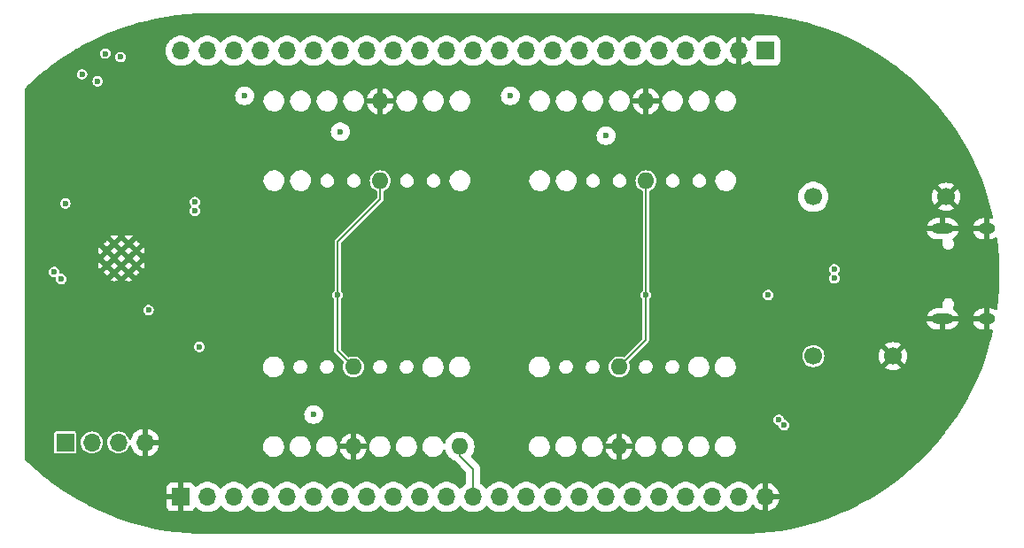
<source format=gbr>
%TF.GenerationSoftware,KiCad,Pcbnew,7.0.5*%
%TF.CreationDate,2023-07-04T20:42:27-04:00*%
%TF.ProjectId,Nixie Clock,4e697869-6520-4436-9c6f-636b2e6b6963,rev?*%
%TF.SameCoordinates,Original*%
%TF.FileFunction,Copper,L2,Inr*%
%TF.FilePolarity,Positive*%
%FSLAX46Y46*%
G04 Gerber Fmt 4.6, Leading zero omitted, Abs format (unit mm)*
G04 Created by KiCad (PCBNEW 7.0.5) date 2023-07-04 20:42:27*
%MOMM*%
%LPD*%
G01*
G04 APERTURE LIST*
%TA.AperFunction,ComponentPad*%
%ADD10O,1.600000X1.600000*%
%TD*%
%TA.AperFunction,ComponentPad*%
%ADD11C,1.700000*%
%TD*%
%TA.AperFunction,ComponentPad*%
%ADD12R,1.700000X1.700000*%
%TD*%
%TA.AperFunction,ComponentPad*%
%ADD13O,1.700000X1.700000*%
%TD*%
%TA.AperFunction,ComponentPad*%
%ADD14O,1.600000X1.000000*%
%TD*%
%TA.AperFunction,ComponentPad*%
%ADD15O,2.100000X1.000000*%
%TD*%
%TA.AperFunction,HeatsinkPad*%
%ADD16C,0.600000*%
%TD*%
%TA.AperFunction,ViaPad*%
%ADD17C,0.600000*%
%TD*%
%TA.AperFunction,Conductor*%
%ADD18C,0.200000*%
%TD*%
%TA.AperFunction,Conductor*%
%ADD19C,0.150000*%
%TD*%
G04 APERTURE END LIST*
D10*
%TO.N,+5V*%
%TO.C,U3*%
X166355000Y-92720000D03*
%TO.N,GND*%
X166355000Y-100340000D03*
%TO.N,3_0*%
X176515000Y-100340000D03*
%TD*%
D11*
%TO.N,+5V*%
%TO.C,U7*%
X210312000Y-91694000D03*
%TO.N,+170v*%
X210312000Y-76454000D03*
%TO.N,GND*%
X223012000Y-76454000D03*
X217932000Y-91694000D03*
%TD*%
D10*
%TO.N,+5V*%
%TO.C,U2*%
X194325000Y-74920000D03*
%TO.N,GND*%
X194325000Y-67300000D03*
%TD*%
D12*
%TO.N,+3V3*%
%TO.C,J2*%
X138811000Y-99949000D03*
D13*
%TO.N,TX*%
X141351000Y-99949000D03*
%TO.N,RX*%
X143891000Y-99949000D03*
%TO.N,GND*%
X146431000Y-99949000D03*
%TD*%
D10*
%TO.N,+5V*%
%TO.C,U4*%
X191755000Y-92720000D03*
%TO.N,GND*%
X191755000Y-100340000D03*
%TD*%
D12*
%TO.N,GND*%
%TO.C,J4*%
X149860000Y-105156000D03*
D13*
%TO.N,3_1*%
X152400000Y-105156000D03*
%TO.N,3_7*%
X154940000Y-105156000D03*
%TO.N,3_3*%
X157480000Y-105156000D03*
%TO.N,3_4*%
X160020000Y-105156000D03*
%TO.N,3_5*%
X162560000Y-105156000D03*
%TO.N,3_6*%
X165100000Y-105156000D03*
%TO.N,3_2*%
X167640000Y-105156000D03*
%TO.N,LDP*%
X170180000Y-105156000D03*
%TO.N,3_8*%
X172720000Y-105156000D03*
%TO.N,3_9*%
X175260000Y-105156000D03*
%TO.N,3_0*%
X177800000Y-105156000D03*
%TO.N,4_1*%
X180340000Y-105156000D03*
%TO.N,4_7*%
X182880000Y-105156000D03*
%TO.N,4_3*%
X185420000Y-105156000D03*
%TO.N,4_4*%
X187960000Y-105156000D03*
%TO.N,4_5*%
X190500000Y-105156000D03*
%TO.N,4_6*%
X193040000Y-105156000D03*
%TO.N,4_2*%
X195580000Y-105156000D03*
%TO.N,4_8*%
X198120000Y-105156000D03*
%TO.N,4_9*%
X200660000Y-105156000D03*
%TO.N,4_0*%
X203200000Y-105156000D03*
%TO.N,GND*%
X205740000Y-105156000D03*
%TD*%
D12*
%TO.N,+170v*%
%TO.C,J3*%
X205740000Y-62484000D03*
D13*
%TO.N,GND*%
X203200000Y-62484000D03*
%TO.N,RDP*%
X200660000Y-62484000D03*
%TO.N,2_6*%
X198120000Y-62484000D03*
%TO.N,2_2*%
X195580000Y-62484000D03*
%TO.N,2_8*%
X193040000Y-62484000D03*
%TO.N,2_9*%
X190500000Y-62484000D03*
%TO.N,2_0*%
X187960000Y-62484000D03*
%TO.N,2_1*%
X185420000Y-62484000D03*
%TO.N,2_7*%
X182880000Y-62484000D03*
%TO.N,2_3*%
X180340000Y-62484000D03*
%TO.N,2_4*%
X177800000Y-62484000D03*
%TO.N,2_5*%
X175260000Y-62484000D03*
%TO.N,1_6*%
X172720000Y-62484000D03*
%TO.N,1_2*%
X170180000Y-62484000D03*
%TO.N,1_8*%
X167640000Y-62484000D03*
%TO.N,1_9*%
X165100000Y-62484000D03*
%TO.N,1_0*%
X162560000Y-62484000D03*
%TO.N,1_1*%
X160020000Y-62484000D03*
%TO.N,1_7*%
X157480000Y-62484000D03*
%TO.N,1_3*%
X154940000Y-62484000D03*
%TO.N,1_4*%
X152400000Y-62484000D03*
%TO.N,1_5*%
X149860000Y-62484000D03*
%TD*%
D10*
%TO.N,+5V*%
%TO.C,U1*%
X168925000Y-74920000D03*
%TO.N,GND*%
X168925000Y-67300000D03*
%TD*%
D14*
%TO.N,GND*%
%TO.C,J1*%
X226856000Y-79500000D03*
D15*
X222676000Y-79500000D03*
D14*
X226856000Y-88140000D03*
D15*
X222676000Y-88140000D03*
%TD*%
D16*
%TO.N,GND*%
%TO.C,U5*%
X144892000Y-80920000D03*
X143492000Y-80920000D03*
X145592000Y-81620000D03*
X144192000Y-81620000D03*
X142792000Y-81620000D03*
X144892000Y-82320000D03*
X143492000Y-82320000D03*
X145592000Y-83020000D03*
X144192000Y-83020000D03*
X142792000Y-83020000D03*
X144892000Y-83720000D03*
X143492000Y-83720000D03*
%TD*%
D17*
%TO.N,GND*%
X143408400Y-87985600D03*
X155829000Y-78613000D03*
X170815000Y-73025000D03*
X157607000Y-89916000D03*
X136144000Y-100711000D03*
X182753000Y-90551000D03*
X197358000Y-102489000D03*
X200507600Y-84480400D03*
X189611000Y-90424000D03*
X182118000Y-82550000D03*
X165481000Y-87630000D03*
X198628000Y-65659000D03*
X192151000Y-77470000D03*
X156845000Y-100330000D03*
X186563000Y-72771000D03*
X215519000Y-81788000D03*
X181991000Y-102235000D03*
X195707000Y-96393000D03*
X204851000Y-64516000D03*
X196723000Y-90551000D03*
X195072000Y-70485000D03*
X193167000Y-65405000D03*
X185547000Y-90424000D03*
X175006000Y-76581000D03*
X192913000Y-80137000D03*
X155702000Y-82550000D03*
X193040000Y-87249000D03*
X217932000Y-82677000D03*
X167386000Y-73025000D03*
X192786000Y-90043000D03*
X164465000Y-80010000D03*
X143129000Y-63576200D03*
X173736000Y-97917000D03*
X151638000Y-80721200D03*
X211201000Y-82677000D03*
X195707000Y-73025000D03*
X200152000Y-76581000D03*
X186563000Y-97282000D03*
X163957000Y-82550000D03*
X178181000Y-96774000D03*
X156565600Y-70662800D03*
X199136000Y-69723000D03*
X150774400Y-73660000D03*
X201676000Y-98552000D03*
X170815000Y-102616000D03*
X186690000Y-87376000D03*
X145034000Y-97790000D03*
X213741000Y-86741000D03*
X189865000Y-87122000D03*
X140258800Y-87731600D03*
X176530000Y-98425000D03*
X138303000Y-85725000D03*
X138430000Y-97917000D03*
X156718000Y-73660000D03*
X149301200Y-70561200D03*
X184658000Y-77470000D03*
X164719000Y-94615000D03*
X160909000Y-102489000D03*
X179197000Y-92964000D03*
X173355000Y-69723000D03*
X150368000Y-84988400D03*
X141478000Y-97917000D03*
X206121000Y-83312000D03*
X190500000Y-73025000D03*
X184531000Y-71120000D03*
X200914000Y-82550000D03*
X144018000Y-90170000D03*
X166751000Y-80010000D03*
X165100000Y-76327000D03*
X201295000Y-102743000D03*
X159893000Y-97155000D03*
X216408000Y-87376000D03*
X138938000Y-83185000D03*
X163728400Y-73355200D03*
X152654000Y-87503000D03*
X142189200Y-69113400D03*
X146812000Y-94615000D03*
X164084000Y-87630000D03*
X141528800Y-89052400D03*
X193167000Y-82931000D03*
X195961000Y-76962000D03*
X168783000Y-78613000D03*
X190373000Y-82550000D03*
X136779000Y-84582000D03*
X187960000Y-77343000D03*
X141986000Y-86410800D03*
X195199000Y-80645000D03*
X170053000Y-70485000D03*
X169926000Y-82550000D03*
X155829000Y-92837000D03*
X174244000Y-96520000D03*
X191897000Y-85090000D03*
X139700000Y-65633600D03*
X155702000Y-80010000D03*
X195834000Y-87503000D03*
X201676000Y-65151000D03*
X172847000Y-65532000D03*
X181229000Y-97917000D03*
X202311000Y-94996000D03*
X141935200Y-64490600D03*
X206883000Y-69088000D03*
X183007000Y-87884000D03*
X217678000Y-85090000D03*
X152781000Y-90551000D03*
X187833000Y-102616000D03*
X176276000Y-65582800D03*
X165481000Y-78486000D03*
X167767000Y-65405000D03*
X148539200Y-76352400D03*
X195580000Y-84709000D03*
X170307000Y-89789000D03*
%TO.N,+5V*%
X164846000Y-85852000D03*
X205994000Y-85852000D03*
X194310000Y-85852000D03*
%TO.N,D+*%
X151200896Y-77795319D03*
X212320789Y-84245000D03*
%TO.N,D-*%
X212320789Y-83395000D03*
X151200896Y-76945319D03*
%TO.N,1_8*%
X165100000Y-70231000D03*
%TO.N,1_7*%
X155956000Y-66802000D03*
%TO.N,RST*%
X138811000Y-77089000D03*
%TO.N,+3V3*%
X137742000Y-83640000D03*
X207518000Y-98298000D03*
X138430000Y-84328000D03*
X142646400Y-62763400D03*
X207010000Y-97790000D03*
X140411200Y-64744600D03*
%TO.N,Boot*%
X151638000Y-90805000D03*
%TO.N,SDA*%
X144094200Y-63093600D03*
X141909800Y-65405000D03*
%TO.N,LED*%
X146761200Y-87274400D03*
%TO.N,2_8*%
X190500000Y-70612000D03*
%TO.N,2_7*%
X181356000Y-66802000D03*
%TO.N,3_2*%
X162560000Y-97282000D03*
%TD*%
D18*
%TO.N,+5V*%
X194295000Y-90180000D02*
X194295000Y-85867000D01*
X194295000Y-85867000D02*
X194310000Y-85852000D01*
X164846000Y-80772000D02*
X168925000Y-76693000D01*
X164831000Y-85867000D02*
X164831000Y-91196000D01*
X194325000Y-74920000D02*
X194310000Y-74935000D01*
X168925000Y-76693000D02*
X168925000Y-74920000D01*
X164831000Y-91196000D02*
X166355000Y-92720000D01*
X191755000Y-92720000D02*
X194295000Y-90180000D01*
X164846000Y-85852000D02*
X164831000Y-85867000D01*
X194310000Y-74935000D02*
X194310000Y-85852000D01*
X164846000Y-85852000D02*
X164846000Y-80772000D01*
D19*
%TO.N,3_0*%
X177800000Y-102489000D02*
X176515000Y-101204000D01*
X176515000Y-101204000D02*
X176515000Y-100340000D01*
X177800000Y-105156000D02*
X177800000Y-102489000D01*
%TD*%
%TA.AperFunction,Conductor*%
%TO.N,GND*%
G36*
X204188756Y-58940162D02*
G01*
X204191073Y-58940255D01*
X205177078Y-58999139D01*
X205179460Y-58999329D01*
X206162276Y-59097362D01*
X206164682Y-59097650D01*
X207142833Y-59234680D01*
X207145240Y-59235066D01*
X208117129Y-59410868D01*
X208119526Y-59411351D01*
X208523184Y-59501073D01*
X209083664Y-59625654D01*
X209086022Y-59626226D01*
X210040898Y-59878697D01*
X210043216Y-59879359D01*
X210878265Y-60136071D01*
X210987311Y-60169595D01*
X210989622Y-60170356D01*
X211921416Y-60497890D01*
X211923671Y-60498732D01*
X212647004Y-60785786D01*
X212841722Y-60863060D01*
X212843995Y-60864015D01*
X213746766Y-61264522D01*
X213748989Y-61265561D01*
X214635171Y-61701665D01*
X214637350Y-61702791D01*
X214800440Y-61791272D01*
X215505477Y-62173774D01*
X215507621Y-62174993D01*
X216356333Y-62680115D01*
X216358393Y-62681395D01*
X217186402Y-63219891D01*
X217188394Y-63221245D01*
X217994318Y-63792218D01*
X217996248Y-63793643D01*
X218179187Y-63934499D01*
X218778843Y-64396213D01*
X218780766Y-64397755D01*
X219529085Y-65022857D01*
X219538744Y-65030925D01*
X219540604Y-65032543D01*
X220272816Y-65695354D01*
X220274593Y-65697027D01*
X220979930Y-66388475D01*
X220981590Y-66390169D01*
X221509670Y-66950729D01*
X221658847Y-67109081D01*
X221660502Y-67110909D01*
X221957389Y-67452285D01*
X222308640Y-67856172D01*
X222310204Y-67858045D01*
X222846206Y-68526269D01*
X222928190Y-68628476D01*
X222929671Y-68630399D01*
X223475957Y-69369856D01*
X223516551Y-69424804D01*
X223517976Y-69426816D01*
X224072790Y-70243900D01*
X224074135Y-70245967D01*
X224596024Y-71084460D01*
X224597285Y-71086578D01*
X225085436Y-71945172D01*
X225086612Y-71947339D01*
X225540233Y-72824645D01*
X225541322Y-72826857D01*
X225959702Y-73721494D01*
X225960702Y-73723748D01*
X226343191Y-74634331D01*
X226344101Y-74636623D01*
X226690088Y-75561696D01*
X226690906Y-75564022D01*
X226999835Y-76502101D01*
X227000560Y-76504458D01*
X227271957Y-77454098D01*
X227272582Y-77456461D01*
X227325123Y-77672466D01*
X227494292Y-78367963D01*
X227491010Y-78437756D01*
X227450515Y-78494694D01*
X227385666Y-78520701D01*
X227348845Y-78518732D01*
X227257692Y-78500000D01*
X227106000Y-78500000D01*
X227106000Y-79200000D01*
X226606000Y-79200000D01*
X226606000Y-78500000D01*
X226505287Y-78500000D01*
X226353661Y-78515418D01*
X226159618Y-78576299D01*
X226159608Y-78576304D01*
X225981784Y-78675005D01*
X225981783Y-78675005D01*
X225827469Y-78807478D01*
X225827468Y-78807479D01*
X225702981Y-78968304D01*
X225613411Y-79150906D01*
X225587754Y-79250000D01*
X226389889Y-79250000D01*
X226350390Y-79274457D01*
X226282799Y-79363962D01*
X226252105Y-79471840D01*
X226262454Y-79583521D01*
X226312448Y-79683922D01*
X226384931Y-79750000D01*
X225582634Y-79750000D01*
X225582931Y-79751946D01*
X225582933Y-79751952D01*
X225653562Y-79942657D01*
X225653565Y-79942664D01*
X225761149Y-80115267D01*
X225901264Y-80262668D01*
X225901266Y-80262669D01*
X226068195Y-80378856D01*
X226255092Y-80459059D01*
X226454310Y-80500000D01*
X226606000Y-80500000D01*
X226606000Y-79800000D01*
X227106000Y-79800000D01*
X227106000Y-80500000D01*
X227206713Y-80500000D01*
X227358338Y-80484581D01*
X227552381Y-80423700D01*
X227552391Y-80423695D01*
X227684798Y-80350203D01*
X227752966Y-80334880D01*
X227818598Y-80358843D01*
X227860855Y-80414486D01*
X227868095Y-80443864D01*
X227976403Y-81347414D01*
X227976648Y-81349867D01*
X228055116Y-82334382D01*
X228055263Y-82336843D01*
X228094529Y-83323711D01*
X228094578Y-83326176D01*
X228094578Y-84313823D01*
X228094529Y-84316288D01*
X228055263Y-85303156D01*
X228055116Y-85305617D01*
X227976648Y-86290132D01*
X227976403Y-86292585D01*
X227868194Y-87195309D01*
X227840670Y-87259529D01*
X227782796Y-87298674D01*
X227712945Y-87300316D01*
X227674238Y-87282326D01*
X227643804Y-87261143D01*
X227456907Y-87180940D01*
X227257690Y-87140000D01*
X227106000Y-87140000D01*
X227106000Y-87840000D01*
X226606000Y-87840000D01*
X226606000Y-87140000D01*
X226505287Y-87140000D01*
X226353661Y-87155418D01*
X226159618Y-87216299D01*
X226159608Y-87216304D01*
X225981784Y-87315005D01*
X225981783Y-87315005D01*
X225827469Y-87447478D01*
X225827468Y-87447479D01*
X225702981Y-87608304D01*
X225613411Y-87790906D01*
X225587754Y-87890000D01*
X226389889Y-87890000D01*
X226350390Y-87914457D01*
X226282799Y-88003962D01*
X226252105Y-88111840D01*
X226262454Y-88223521D01*
X226312448Y-88323922D01*
X226384931Y-88390000D01*
X225582634Y-88390000D01*
X225582931Y-88391946D01*
X225582933Y-88391952D01*
X225653562Y-88582657D01*
X225653565Y-88582664D01*
X225761149Y-88755267D01*
X225901264Y-88902668D01*
X225901266Y-88902669D01*
X226068195Y-89018856D01*
X226255092Y-89099059D01*
X226454310Y-89140000D01*
X226606000Y-89140000D01*
X226606000Y-88440000D01*
X227106000Y-88440000D01*
X227106000Y-89140000D01*
X227206713Y-89140000D01*
X227360034Y-89124408D01*
X227428721Y-89137209D01*
X227479583Y-89185113D01*
X227496472Y-89252911D01*
X227493066Y-89277079D01*
X227278517Y-90159144D01*
X227272588Y-90183518D01*
X227271957Y-90185901D01*
X227000560Y-91135541D01*
X226999835Y-91137898D01*
X226690906Y-92075977D01*
X226690088Y-92078303D01*
X226344101Y-93003376D01*
X226343191Y-93005668D01*
X225960702Y-93916251D01*
X225959702Y-93918505D01*
X225541322Y-94813142D01*
X225540233Y-94815354D01*
X225086612Y-95692660D01*
X225085436Y-95694827D01*
X224597285Y-96553421D01*
X224596024Y-96555539D01*
X224074135Y-97394032D01*
X224072790Y-97396099D01*
X223517976Y-98213183D01*
X223516551Y-98215195D01*
X223253419Y-98571373D01*
X222956143Y-98973769D01*
X222929694Y-99009570D01*
X222928190Y-99011523D01*
X222310208Y-99781949D01*
X222308627Y-99783842D01*
X221660502Y-100529090D01*
X221658847Y-100530918D01*
X221229093Y-100987105D01*
X220994185Y-101236462D01*
X220981627Y-101249792D01*
X220979901Y-101251553D01*
X220274611Y-101942955D01*
X220272816Y-101944645D01*
X219540604Y-102607456D01*
X219538744Y-102609074D01*
X218780766Y-103242244D01*
X218778843Y-103243786D01*
X217996271Y-103846339D01*
X217994287Y-103847804D01*
X217188414Y-104418741D01*
X217186375Y-104420126D01*
X216358427Y-104958582D01*
X216356333Y-104959884D01*
X215507621Y-105465006D01*
X215505477Y-105466225D01*
X214637361Y-105937202D01*
X214635171Y-105938334D01*
X213748989Y-106374438D01*
X213746756Y-106375482D01*
X212843995Y-106775984D01*
X212841722Y-106776939D01*
X211923706Y-107141253D01*
X211921397Y-107142116D01*
X210989653Y-107469633D01*
X210987311Y-107470404D01*
X210043241Y-107760633D01*
X210040870Y-107761310D01*
X209086060Y-108013763D01*
X209083664Y-108014345D01*
X208119540Y-108228645D01*
X208117123Y-108229132D01*
X207145243Y-108404932D01*
X207142808Y-108405323D01*
X206164719Y-108542344D01*
X206162271Y-108542637D01*
X205179475Y-108640668D01*
X205177028Y-108640863D01*
X204191124Y-108699741D01*
X204188706Y-108699838D01*
X203200000Y-108719500D01*
X152400000Y-108719500D01*
X151411291Y-108699838D01*
X151408877Y-108699742D01*
X150422967Y-108640862D01*
X150420524Y-108640668D01*
X149437728Y-108542637D01*
X149435280Y-108542344D01*
X148457191Y-108405323D01*
X148454756Y-108404932D01*
X147482876Y-108229132D01*
X147480459Y-108228645D01*
X146516335Y-108014345D01*
X146513939Y-108013763D01*
X145559129Y-107761310D01*
X145556758Y-107760633D01*
X144612688Y-107470404D01*
X144610346Y-107469633D01*
X143678602Y-107142116D01*
X143676301Y-107141256D01*
X143495757Y-107069607D01*
X142758277Y-106776939D01*
X142756004Y-106775984D01*
X141853243Y-106375482D01*
X141851010Y-106374438D01*
X141199549Y-106053844D01*
X148510000Y-106053844D01*
X148516401Y-106113372D01*
X148516403Y-106113379D01*
X148566645Y-106248086D01*
X148566649Y-106248093D01*
X148652809Y-106363187D01*
X148652812Y-106363190D01*
X148767906Y-106449350D01*
X148767913Y-106449354D01*
X148902620Y-106499596D01*
X148902627Y-106499598D01*
X148962155Y-106505999D01*
X148962172Y-106506000D01*
X149610000Y-106506000D01*
X149610000Y-105591501D01*
X149717685Y-105640680D01*
X149824237Y-105656000D01*
X149895763Y-105656000D01*
X150002315Y-105640680D01*
X150110000Y-105591501D01*
X150110000Y-106506000D01*
X150757828Y-106506000D01*
X150757844Y-106505999D01*
X150817372Y-106499598D01*
X150817379Y-106499596D01*
X150952086Y-106449354D01*
X150952093Y-106449350D01*
X151067187Y-106363190D01*
X151067190Y-106363187D01*
X151153350Y-106248093D01*
X151153353Y-106248088D01*
X151163624Y-106220550D01*
X151205495Y-106164615D01*
X151270959Y-106140197D01*
X151339232Y-106155048D01*
X151371036Y-106179898D01*
X151414232Y-106226821D01*
X151414242Y-106226830D01*
X151603924Y-106374466D01*
X151603930Y-106374470D01*
X151603933Y-106374472D01*
X151815344Y-106488882D01*
X151815347Y-106488883D01*
X152042699Y-106566933D01*
X152042701Y-106566933D01*
X152042703Y-106566934D01*
X152279808Y-106606500D01*
X152279809Y-106606500D01*
X152520191Y-106606500D01*
X152520192Y-106606500D01*
X152757297Y-106566934D01*
X152984656Y-106488882D01*
X153196067Y-106374472D01*
X153385764Y-106226825D01*
X153548571Y-106049969D01*
X153566193Y-106022995D01*
X153619337Y-105977641D01*
X153688568Y-105968217D01*
X153751904Y-105997718D01*
X153773804Y-106022992D01*
X153791429Y-106049969D01*
X153954236Y-106226825D01*
X153954239Y-106226827D01*
X153954242Y-106226830D01*
X154143924Y-106374466D01*
X154143930Y-106374470D01*
X154143933Y-106374472D01*
X154355344Y-106488882D01*
X154355347Y-106488883D01*
X154582699Y-106566933D01*
X154582701Y-106566933D01*
X154582703Y-106566934D01*
X154819808Y-106606500D01*
X154819809Y-106606500D01*
X155060191Y-106606500D01*
X155060192Y-106606500D01*
X155297297Y-106566934D01*
X155524656Y-106488882D01*
X155736067Y-106374472D01*
X155925764Y-106226825D01*
X156088571Y-106049969D01*
X156106193Y-106022995D01*
X156159337Y-105977641D01*
X156228568Y-105968217D01*
X156291904Y-105997718D01*
X156313804Y-106022992D01*
X156331429Y-106049969D01*
X156494236Y-106226825D01*
X156494239Y-106226827D01*
X156494242Y-106226830D01*
X156683924Y-106374466D01*
X156683930Y-106374470D01*
X156683933Y-106374472D01*
X156895344Y-106488882D01*
X156895347Y-106488883D01*
X157122699Y-106566933D01*
X157122701Y-106566933D01*
X157122703Y-106566934D01*
X157359808Y-106606500D01*
X157359809Y-106606500D01*
X157600191Y-106606500D01*
X157600192Y-106606500D01*
X157837297Y-106566934D01*
X158064656Y-106488882D01*
X158276067Y-106374472D01*
X158465764Y-106226825D01*
X158628571Y-106049969D01*
X158646193Y-106022995D01*
X158699337Y-105977641D01*
X158768568Y-105968217D01*
X158831904Y-105997718D01*
X158853804Y-106022992D01*
X158871429Y-106049969D01*
X159034236Y-106226825D01*
X159034239Y-106226827D01*
X159034242Y-106226830D01*
X159223924Y-106374466D01*
X159223930Y-106374470D01*
X159223933Y-106374472D01*
X159435344Y-106488882D01*
X159435347Y-106488883D01*
X159662699Y-106566933D01*
X159662701Y-106566933D01*
X159662703Y-106566934D01*
X159899808Y-106606500D01*
X159899809Y-106606500D01*
X160140191Y-106606500D01*
X160140192Y-106606500D01*
X160377297Y-106566934D01*
X160604656Y-106488882D01*
X160816067Y-106374472D01*
X161005764Y-106226825D01*
X161168571Y-106049969D01*
X161186193Y-106022995D01*
X161239337Y-105977641D01*
X161308568Y-105968217D01*
X161371904Y-105997718D01*
X161393804Y-106022992D01*
X161411429Y-106049969D01*
X161574236Y-106226825D01*
X161574239Y-106226827D01*
X161574242Y-106226830D01*
X161763924Y-106374466D01*
X161763930Y-106374470D01*
X161763933Y-106374472D01*
X161975344Y-106488882D01*
X161975347Y-106488883D01*
X162202699Y-106566933D01*
X162202701Y-106566933D01*
X162202703Y-106566934D01*
X162439808Y-106606500D01*
X162439809Y-106606500D01*
X162680191Y-106606500D01*
X162680192Y-106606500D01*
X162917297Y-106566934D01*
X163144656Y-106488882D01*
X163356067Y-106374472D01*
X163545764Y-106226825D01*
X163708571Y-106049969D01*
X163726193Y-106022995D01*
X163779337Y-105977641D01*
X163848568Y-105968217D01*
X163911904Y-105997718D01*
X163933804Y-106022992D01*
X163951429Y-106049969D01*
X164114236Y-106226825D01*
X164114239Y-106226827D01*
X164114242Y-106226830D01*
X164303924Y-106374466D01*
X164303930Y-106374470D01*
X164303933Y-106374472D01*
X164515344Y-106488882D01*
X164515347Y-106488883D01*
X164742699Y-106566933D01*
X164742701Y-106566933D01*
X164742703Y-106566934D01*
X164979808Y-106606500D01*
X164979809Y-106606500D01*
X165220191Y-106606500D01*
X165220192Y-106606500D01*
X165457297Y-106566934D01*
X165684656Y-106488882D01*
X165896067Y-106374472D01*
X166085764Y-106226825D01*
X166248571Y-106049969D01*
X166266193Y-106022995D01*
X166319337Y-105977641D01*
X166388568Y-105968217D01*
X166451904Y-105997718D01*
X166473804Y-106022992D01*
X166491429Y-106049969D01*
X166654236Y-106226825D01*
X166654239Y-106226827D01*
X166654242Y-106226830D01*
X166843924Y-106374466D01*
X166843930Y-106374470D01*
X166843933Y-106374472D01*
X167055344Y-106488882D01*
X167055347Y-106488883D01*
X167282699Y-106566933D01*
X167282701Y-106566933D01*
X167282703Y-106566934D01*
X167519808Y-106606500D01*
X167519809Y-106606500D01*
X167760191Y-106606500D01*
X167760192Y-106606500D01*
X167997297Y-106566934D01*
X168224656Y-106488882D01*
X168436067Y-106374472D01*
X168625764Y-106226825D01*
X168788571Y-106049969D01*
X168806193Y-106022995D01*
X168859337Y-105977641D01*
X168928568Y-105968217D01*
X168991904Y-105997718D01*
X169013804Y-106022992D01*
X169031429Y-106049969D01*
X169194236Y-106226825D01*
X169194239Y-106226827D01*
X169194242Y-106226830D01*
X169383924Y-106374466D01*
X169383930Y-106374470D01*
X169383933Y-106374472D01*
X169595344Y-106488882D01*
X169595347Y-106488883D01*
X169822699Y-106566933D01*
X169822701Y-106566933D01*
X169822703Y-106566934D01*
X170059808Y-106606500D01*
X170059809Y-106606500D01*
X170300191Y-106606500D01*
X170300192Y-106606500D01*
X170537297Y-106566934D01*
X170764656Y-106488882D01*
X170976067Y-106374472D01*
X171165764Y-106226825D01*
X171328571Y-106049969D01*
X171346193Y-106022995D01*
X171399337Y-105977641D01*
X171468568Y-105968217D01*
X171531904Y-105997718D01*
X171553804Y-106022992D01*
X171571429Y-106049969D01*
X171734236Y-106226825D01*
X171734239Y-106226827D01*
X171734242Y-106226830D01*
X171923924Y-106374466D01*
X171923930Y-106374470D01*
X171923933Y-106374472D01*
X172135344Y-106488882D01*
X172135347Y-106488883D01*
X172362699Y-106566933D01*
X172362701Y-106566933D01*
X172362703Y-106566934D01*
X172599808Y-106606500D01*
X172599809Y-106606500D01*
X172840191Y-106606500D01*
X172840192Y-106606500D01*
X173077297Y-106566934D01*
X173304656Y-106488882D01*
X173516067Y-106374472D01*
X173705764Y-106226825D01*
X173868571Y-106049969D01*
X173886193Y-106022995D01*
X173939337Y-105977641D01*
X174008568Y-105968217D01*
X174071904Y-105997718D01*
X174093804Y-106022992D01*
X174111429Y-106049969D01*
X174274236Y-106226825D01*
X174274239Y-106226827D01*
X174274242Y-106226830D01*
X174463924Y-106374466D01*
X174463930Y-106374470D01*
X174463933Y-106374472D01*
X174675344Y-106488882D01*
X174675347Y-106488883D01*
X174902699Y-106566933D01*
X174902701Y-106566933D01*
X174902703Y-106566934D01*
X175139808Y-106606500D01*
X175139809Y-106606500D01*
X175380191Y-106606500D01*
X175380192Y-106606500D01*
X175617297Y-106566934D01*
X175844656Y-106488882D01*
X176056067Y-106374472D01*
X176245764Y-106226825D01*
X176408571Y-106049969D01*
X176426193Y-106022995D01*
X176479337Y-105977641D01*
X176548568Y-105968217D01*
X176611904Y-105997718D01*
X176633804Y-106022992D01*
X176651429Y-106049969D01*
X176814236Y-106226825D01*
X176814239Y-106226827D01*
X176814242Y-106226830D01*
X177003924Y-106374466D01*
X177003930Y-106374470D01*
X177003933Y-106374472D01*
X177215344Y-106488882D01*
X177215347Y-106488883D01*
X177442699Y-106566933D01*
X177442701Y-106566933D01*
X177442703Y-106566934D01*
X177679808Y-106606500D01*
X177679809Y-106606500D01*
X177920191Y-106606500D01*
X177920192Y-106606500D01*
X178157297Y-106566934D01*
X178384656Y-106488882D01*
X178596067Y-106374472D01*
X178785764Y-106226825D01*
X178948571Y-106049969D01*
X178966193Y-106022995D01*
X179019337Y-105977641D01*
X179088568Y-105968217D01*
X179151904Y-105997718D01*
X179173804Y-106022992D01*
X179191429Y-106049969D01*
X179354236Y-106226825D01*
X179354239Y-106226827D01*
X179354242Y-106226830D01*
X179543924Y-106374466D01*
X179543930Y-106374470D01*
X179543933Y-106374472D01*
X179755344Y-106488882D01*
X179755347Y-106488883D01*
X179982699Y-106566933D01*
X179982701Y-106566933D01*
X179982703Y-106566934D01*
X180219808Y-106606500D01*
X180219809Y-106606500D01*
X180460191Y-106606500D01*
X180460192Y-106606500D01*
X180697297Y-106566934D01*
X180924656Y-106488882D01*
X181136067Y-106374472D01*
X181325764Y-106226825D01*
X181488571Y-106049969D01*
X181506193Y-106022995D01*
X181559337Y-105977641D01*
X181628568Y-105968217D01*
X181691904Y-105997718D01*
X181713804Y-106022992D01*
X181731429Y-106049969D01*
X181894236Y-106226825D01*
X181894239Y-106226827D01*
X181894242Y-106226830D01*
X182083924Y-106374466D01*
X182083930Y-106374470D01*
X182083933Y-106374472D01*
X182295344Y-106488882D01*
X182295347Y-106488883D01*
X182522699Y-106566933D01*
X182522701Y-106566933D01*
X182522703Y-106566934D01*
X182759808Y-106606500D01*
X182759809Y-106606500D01*
X183000191Y-106606500D01*
X183000192Y-106606500D01*
X183237297Y-106566934D01*
X183464656Y-106488882D01*
X183676067Y-106374472D01*
X183865764Y-106226825D01*
X184028571Y-106049969D01*
X184046193Y-106022995D01*
X184099337Y-105977641D01*
X184168568Y-105968217D01*
X184231904Y-105997718D01*
X184253804Y-106022992D01*
X184271429Y-106049969D01*
X184434236Y-106226825D01*
X184434239Y-106226827D01*
X184434242Y-106226830D01*
X184623924Y-106374466D01*
X184623930Y-106374470D01*
X184623933Y-106374472D01*
X184835344Y-106488882D01*
X184835347Y-106488883D01*
X185062699Y-106566933D01*
X185062701Y-106566933D01*
X185062703Y-106566934D01*
X185299808Y-106606500D01*
X185299809Y-106606500D01*
X185540191Y-106606500D01*
X185540192Y-106606500D01*
X185777297Y-106566934D01*
X186004656Y-106488882D01*
X186216067Y-106374472D01*
X186405764Y-106226825D01*
X186568571Y-106049969D01*
X186586193Y-106022995D01*
X186639337Y-105977641D01*
X186708568Y-105968217D01*
X186771904Y-105997718D01*
X186793804Y-106022992D01*
X186811429Y-106049969D01*
X186974236Y-106226825D01*
X186974239Y-106226827D01*
X186974242Y-106226830D01*
X187163924Y-106374466D01*
X187163930Y-106374470D01*
X187163933Y-106374472D01*
X187375344Y-106488882D01*
X187375347Y-106488883D01*
X187602699Y-106566933D01*
X187602701Y-106566933D01*
X187602703Y-106566934D01*
X187839808Y-106606500D01*
X187839809Y-106606500D01*
X188080191Y-106606500D01*
X188080192Y-106606500D01*
X188317297Y-106566934D01*
X188544656Y-106488882D01*
X188756067Y-106374472D01*
X188945764Y-106226825D01*
X189108571Y-106049969D01*
X189126193Y-106022995D01*
X189179337Y-105977641D01*
X189248568Y-105968217D01*
X189311904Y-105997718D01*
X189333804Y-106022992D01*
X189351429Y-106049969D01*
X189514236Y-106226825D01*
X189514239Y-106226827D01*
X189514242Y-106226830D01*
X189703924Y-106374466D01*
X189703930Y-106374470D01*
X189703933Y-106374472D01*
X189915344Y-106488882D01*
X189915347Y-106488883D01*
X190142699Y-106566933D01*
X190142701Y-106566933D01*
X190142703Y-106566934D01*
X190379808Y-106606500D01*
X190379809Y-106606500D01*
X190620191Y-106606500D01*
X190620192Y-106606500D01*
X190857297Y-106566934D01*
X191084656Y-106488882D01*
X191296067Y-106374472D01*
X191485764Y-106226825D01*
X191648571Y-106049969D01*
X191666191Y-106022998D01*
X191719336Y-105977643D01*
X191788567Y-105968218D01*
X191851903Y-105997719D01*
X191873806Y-106022996D01*
X191891429Y-106049969D01*
X192054236Y-106226825D01*
X192054239Y-106226827D01*
X192054242Y-106226830D01*
X192243924Y-106374466D01*
X192243930Y-106374470D01*
X192243933Y-106374472D01*
X192455344Y-106488882D01*
X192455347Y-106488883D01*
X192682699Y-106566933D01*
X192682701Y-106566933D01*
X192682703Y-106566934D01*
X192919808Y-106606500D01*
X192919809Y-106606500D01*
X193160191Y-106606500D01*
X193160192Y-106606500D01*
X193397297Y-106566934D01*
X193624656Y-106488882D01*
X193836067Y-106374472D01*
X194025764Y-106226825D01*
X194188571Y-106049969D01*
X194206191Y-106022998D01*
X194259336Y-105977643D01*
X194328567Y-105968218D01*
X194391903Y-105997719D01*
X194413806Y-106022996D01*
X194431429Y-106049969D01*
X194594236Y-106226825D01*
X194594239Y-106226827D01*
X194594242Y-106226830D01*
X194783924Y-106374466D01*
X194783930Y-106374470D01*
X194783933Y-106374472D01*
X194995344Y-106488882D01*
X194995347Y-106488883D01*
X195222699Y-106566933D01*
X195222701Y-106566933D01*
X195222703Y-106566934D01*
X195459808Y-106606500D01*
X195459809Y-106606500D01*
X195700191Y-106606500D01*
X195700192Y-106606500D01*
X195937297Y-106566934D01*
X196164656Y-106488882D01*
X196376067Y-106374472D01*
X196565764Y-106226825D01*
X196728571Y-106049969D01*
X196746191Y-106022998D01*
X196799336Y-105977643D01*
X196868567Y-105968218D01*
X196931903Y-105997719D01*
X196953806Y-106022996D01*
X196971429Y-106049969D01*
X197134236Y-106226825D01*
X197134239Y-106226827D01*
X197134242Y-106226830D01*
X197323924Y-106374466D01*
X197323930Y-106374470D01*
X197323933Y-106374472D01*
X197535344Y-106488882D01*
X197535347Y-106488883D01*
X197762699Y-106566933D01*
X197762701Y-106566933D01*
X197762703Y-106566934D01*
X197999808Y-106606500D01*
X197999809Y-106606500D01*
X198240191Y-106606500D01*
X198240192Y-106606500D01*
X198477297Y-106566934D01*
X198704656Y-106488882D01*
X198916067Y-106374472D01*
X199105764Y-106226825D01*
X199268571Y-106049969D01*
X199286192Y-106022996D01*
X199339333Y-105977642D01*
X199408564Y-105968217D01*
X199471901Y-105997716D01*
X199493805Y-106022993D01*
X199511429Y-106049969D01*
X199674236Y-106226825D01*
X199674239Y-106226827D01*
X199674242Y-106226830D01*
X199863924Y-106374466D01*
X199863930Y-106374470D01*
X199863933Y-106374472D01*
X200075344Y-106488882D01*
X200075347Y-106488883D01*
X200302699Y-106566933D01*
X200302701Y-106566933D01*
X200302703Y-106566934D01*
X200539808Y-106606500D01*
X200539809Y-106606500D01*
X200780191Y-106606500D01*
X200780192Y-106606500D01*
X201017297Y-106566934D01*
X201244656Y-106488882D01*
X201456067Y-106374472D01*
X201645764Y-106226825D01*
X201808571Y-106049969D01*
X201826193Y-106022995D01*
X201879337Y-105977641D01*
X201948568Y-105968217D01*
X202011904Y-105997718D01*
X202033804Y-106022992D01*
X202051429Y-106049969D01*
X202214236Y-106226825D01*
X202214239Y-106226827D01*
X202214242Y-106226830D01*
X202403924Y-106374466D01*
X202403930Y-106374470D01*
X202403933Y-106374472D01*
X202615344Y-106488882D01*
X202615347Y-106488883D01*
X202842699Y-106566933D01*
X202842701Y-106566933D01*
X202842703Y-106566934D01*
X203079808Y-106606500D01*
X203079809Y-106606500D01*
X203320191Y-106606500D01*
X203320192Y-106606500D01*
X203557297Y-106566934D01*
X203784656Y-106488882D01*
X203996067Y-106374472D01*
X204185764Y-106226825D01*
X204348571Y-106049969D01*
X204426599Y-105930537D01*
X204479744Y-105885183D01*
X204548975Y-105875759D01*
X204612311Y-105905261D01*
X204631980Y-105927237D01*
X204701890Y-106027078D01*
X204868917Y-106194105D01*
X205062421Y-106329600D01*
X205276507Y-106429429D01*
X205276516Y-106429433D01*
X205490000Y-106486634D01*
X205490000Y-105591501D01*
X205597685Y-105640680D01*
X205704237Y-105656000D01*
X205775763Y-105656000D01*
X205882315Y-105640680D01*
X205989999Y-105591501D01*
X205989999Y-106486633D01*
X206203483Y-106429433D01*
X206203492Y-106429429D01*
X206417578Y-106329600D01*
X206611082Y-106194105D01*
X206778105Y-106027082D01*
X206913600Y-105833578D01*
X207013429Y-105619492D01*
X207013432Y-105619486D01*
X207070636Y-105406000D01*
X206173686Y-105406000D01*
X206199493Y-105365844D01*
X206240000Y-105227889D01*
X206240000Y-105084111D01*
X206199493Y-104946156D01*
X206173686Y-104906000D01*
X207070636Y-104906000D01*
X207070635Y-104905999D01*
X207013432Y-104692513D01*
X207013429Y-104692507D01*
X206913600Y-104478422D01*
X206913599Y-104478420D01*
X206778113Y-104284926D01*
X206778108Y-104284920D01*
X206611082Y-104117894D01*
X206417578Y-103982399D01*
X206203492Y-103882570D01*
X206203486Y-103882567D01*
X205989999Y-103825364D01*
X205989999Y-104720498D01*
X205882315Y-104671320D01*
X205775763Y-104656000D01*
X205704237Y-104656000D01*
X205597685Y-104671320D01*
X205490000Y-104720498D01*
X205490000Y-103825364D01*
X205489999Y-103825364D01*
X205276513Y-103882567D01*
X205276507Y-103882570D01*
X205062422Y-103982399D01*
X205062420Y-103982400D01*
X204868926Y-104117886D01*
X204868920Y-104117891D01*
X204701891Y-104284920D01*
X204701890Y-104284922D01*
X204631981Y-104384762D01*
X204577404Y-104428387D01*
X204507905Y-104435579D01*
X204445551Y-104404057D01*
X204426598Y-104381460D01*
X204348571Y-104262031D01*
X204185764Y-104085175D01*
X204185759Y-104085171D01*
X204185757Y-104085169D01*
X203996075Y-103937533D01*
X203996069Y-103937529D01*
X203784657Y-103823118D01*
X203784652Y-103823116D01*
X203557300Y-103745066D01*
X203379468Y-103715391D01*
X203320192Y-103705500D01*
X203079808Y-103705500D01*
X203032386Y-103713413D01*
X202842699Y-103745066D01*
X202615347Y-103823116D01*
X202615342Y-103823118D01*
X202403930Y-103937529D01*
X202403924Y-103937533D01*
X202214242Y-104085169D01*
X202214239Y-104085172D01*
X202214236Y-104085174D01*
X202214236Y-104085175D01*
X202184119Y-104117891D01*
X202051430Y-104262029D01*
X202051429Y-104262031D01*
X202033807Y-104289003D01*
X201980660Y-104334358D01*
X201911429Y-104343780D01*
X201848093Y-104314277D01*
X201826193Y-104289003D01*
X201823525Y-104284920D01*
X201808571Y-104262031D01*
X201645764Y-104085175D01*
X201645759Y-104085171D01*
X201645757Y-104085169D01*
X201456075Y-103937533D01*
X201456069Y-103937529D01*
X201244657Y-103823118D01*
X201244652Y-103823116D01*
X201017300Y-103745066D01*
X200839468Y-103715391D01*
X200780192Y-103705500D01*
X200539808Y-103705500D01*
X200492387Y-103713413D01*
X200302699Y-103745066D01*
X200075347Y-103823116D01*
X200075342Y-103823118D01*
X199863930Y-103937529D01*
X199863924Y-103937533D01*
X199674242Y-104085169D01*
X199674239Y-104085172D01*
X199674236Y-104085174D01*
X199674236Y-104085175D01*
X199644119Y-104117891D01*
X199511430Y-104262029D01*
X199511429Y-104262031D01*
X199493807Y-104289003D01*
X199440660Y-104334358D01*
X199371429Y-104343780D01*
X199308093Y-104314277D01*
X199286193Y-104289003D01*
X199283525Y-104284920D01*
X199268571Y-104262031D01*
X199105764Y-104085175D01*
X199105759Y-104085171D01*
X199105757Y-104085169D01*
X198916075Y-103937533D01*
X198916069Y-103937529D01*
X198704657Y-103823118D01*
X198704652Y-103823116D01*
X198477300Y-103745066D01*
X198299468Y-103715391D01*
X198240192Y-103705500D01*
X197999808Y-103705500D01*
X197952386Y-103713413D01*
X197762699Y-103745066D01*
X197535347Y-103823116D01*
X197535342Y-103823118D01*
X197323930Y-103937529D01*
X197323924Y-103937533D01*
X197134242Y-104085169D01*
X197134239Y-104085172D01*
X197134236Y-104085174D01*
X197134236Y-104085175D01*
X197104119Y-104117891D01*
X196971427Y-104262033D01*
X196953806Y-104289003D01*
X196900658Y-104334359D01*
X196831427Y-104343780D01*
X196768092Y-104314277D01*
X196746193Y-104289003D01*
X196728571Y-104262031D01*
X196565764Y-104085175D01*
X196565759Y-104085171D01*
X196565757Y-104085169D01*
X196376075Y-103937533D01*
X196376069Y-103937529D01*
X196164657Y-103823118D01*
X196164652Y-103823116D01*
X195937300Y-103745066D01*
X195759468Y-103715391D01*
X195700192Y-103705500D01*
X195459808Y-103705500D01*
X195412386Y-103713413D01*
X195222699Y-103745066D01*
X194995347Y-103823116D01*
X194995342Y-103823118D01*
X194783930Y-103937529D01*
X194783924Y-103937533D01*
X194594242Y-104085169D01*
X194594239Y-104085172D01*
X194594236Y-104085174D01*
X194594236Y-104085175D01*
X194564119Y-104117891D01*
X194431427Y-104262033D01*
X194413806Y-104289003D01*
X194360658Y-104334359D01*
X194291427Y-104343780D01*
X194228092Y-104314277D01*
X194206193Y-104289003D01*
X194188571Y-104262031D01*
X194025764Y-104085175D01*
X194025759Y-104085171D01*
X194025757Y-104085169D01*
X193836075Y-103937533D01*
X193836069Y-103937529D01*
X193624657Y-103823118D01*
X193624652Y-103823116D01*
X193397300Y-103745066D01*
X193219468Y-103715391D01*
X193160192Y-103705500D01*
X192919808Y-103705500D01*
X192872387Y-103713413D01*
X192682699Y-103745066D01*
X192455347Y-103823116D01*
X192455342Y-103823118D01*
X192243930Y-103937529D01*
X192243924Y-103937533D01*
X192054242Y-104085169D01*
X192054239Y-104085172D01*
X192054236Y-104085174D01*
X192054236Y-104085175D01*
X192024119Y-104117891D01*
X191891427Y-104262033D01*
X191873806Y-104289003D01*
X191820658Y-104334359D01*
X191751427Y-104343780D01*
X191688092Y-104314277D01*
X191666193Y-104289003D01*
X191648571Y-104262031D01*
X191485764Y-104085175D01*
X191485759Y-104085171D01*
X191485757Y-104085169D01*
X191296075Y-103937533D01*
X191296069Y-103937529D01*
X191084657Y-103823118D01*
X191084652Y-103823116D01*
X190857300Y-103745066D01*
X190679468Y-103715391D01*
X190620192Y-103705500D01*
X190379808Y-103705500D01*
X190332386Y-103713413D01*
X190142699Y-103745066D01*
X189915347Y-103823116D01*
X189915342Y-103823118D01*
X189703930Y-103937529D01*
X189703924Y-103937533D01*
X189514242Y-104085169D01*
X189514239Y-104085172D01*
X189514236Y-104085174D01*
X189514236Y-104085175D01*
X189484119Y-104117891D01*
X189351430Y-104262029D01*
X189351429Y-104262031D01*
X189333807Y-104289003D01*
X189280660Y-104334358D01*
X189211429Y-104343780D01*
X189148093Y-104314277D01*
X189126193Y-104289003D01*
X189123525Y-104284920D01*
X189108571Y-104262031D01*
X188945764Y-104085175D01*
X188945759Y-104085171D01*
X188945757Y-104085169D01*
X188756075Y-103937533D01*
X188756069Y-103937529D01*
X188544657Y-103823118D01*
X188544652Y-103823116D01*
X188317300Y-103745066D01*
X188139468Y-103715391D01*
X188080192Y-103705500D01*
X187839808Y-103705500D01*
X187792387Y-103713413D01*
X187602699Y-103745066D01*
X187375347Y-103823116D01*
X187375342Y-103823118D01*
X187163930Y-103937529D01*
X187163924Y-103937533D01*
X186974242Y-104085169D01*
X186974239Y-104085172D01*
X186974236Y-104085174D01*
X186974236Y-104085175D01*
X186944119Y-104117891D01*
X186811430Y-104262029D01*
X186811429Y-104262031D01*
X186793807Y-104289003D01*
X186740660Y-104334358D01*
X186671429Y-104343780D01*
X186608093Y-104314277D01*
X186586193Y-104289003D01*
X186583525Y-104284920D01*
X186568571Y-104262031D01*
X186405764Y-104085175D01*
X186405759Y-104085171D01*
X186405757Y-104085169D01*
X186216075Y-103937533D01*
X186216069Y-103937529D01*
X186004657Y-103823118D01*
X186004652Y-103823116D01*
X185777300Y-103745066D01*
X185599468Y-103715391D01*
X185540192Y-103705500D01*
X185299808Y-103705500D01*
X185252386Y-103713413D01*
X185062699Y-103745066D01*
X184835347Y-103823116D01*
X184835342Y-103823118D01*
X184623930Y-103937529D01*
X184623924Y-103937533D01*
X184434242Y-104085169D01*
X184434239Y-104085172D01*
X184434236Y-104085174D01*
X184434236Y-104085175D01*
X184404119Y-104117891D01*
X184271430Y-104262029D01*
X184271429Y-104262031D01*
X184253807Y-104289003D01*
X184200660Y-104334358D01*
X184131429Y-104343780D01*
X184068093Y-104314277D01*
X184046193Y-104289003D01*
X184043525Y-104284920D01*
X184028571Y-104262031D01*
X183865764Y-104085175D01*
X183865759Y-104085171D01*
X183865757Y-104085169D01*
X183676075Y-103937533D01*
X183676069Y-103937529D01*
X183464657Y-103823118D01*
X183464652Y-103823116D01*
X183237300Y-103745066D01*
X183059468Y-103715391D01*
X183000192Y-103705500D01*
X182759808Y-103705500D01*
X182712387Y-103713413D01*
X182522699Y-103745066D01*
X182295347Y-103823116D01*
X182295342Y-103823118D01*
X182083930Y-103937529D01*
X182083924Y-103937533D01*
X181894242Y-104085169D01*
X181894239Y-104085172D01*
X181894236Y-104085174D01*
X181894236Y-104085175D01*
X181864119Y-104117891D01*
X181731430Y-104262029D01*
X181731429Y-104262031D01*
X181713807Y-104289003D01*
X181660660Y-104334358D01*
X181591429Y-104343780D01*
X181528093Y-104314277D01*
X181506193Y-104289003D01*
X181503525Y-104284920D01*
X181488571Y-104262031D01*
X181325764Y-104085175D01*
X181325759Y-104085171D01*
X181325757Y-104085169D01*
X181136075Y-103937533D01*
X181136069Y-103937529D01*
X180924657Y-103823118D01*
X180924652Y-103823116D01*
X180697300Y-103745066D01*
X180519468Y-103715391D01*
X180460192Y-103705500D01*
X180219808Y-103705500D01*
X180172386Y-103713413D01*
X179982699Y-103745066D01*
X179755347Y-103823116D01*
X179755342Y-103823118D01*
X179543930Y-103937529D01*
X179543924Y-103937533D01*
X179354242Y-104085169D01*
X179354239Y-104085172D01*
X179354236Y-104085174D01*
X179354236Y-104085175D01*
X179324119Y-104117891D01*
X179191430Y-104262029D01*
X179191429Y-104262031D01*
X179173807Y-104289003D01*
X179120660Y-104334358D01*
X179051429Y-104343780D01*
X178988093Y-104314277D01*
X178966193Y-104289003D01*
X178963525Y-104284920D01*
X178948571Y-104262031D01*
X178785764Y-104085175D01*
X178596067Y-103937528D01*
X178596066Y-103937527D01*
X178596063Y-103937525D01*
X178596061Y-103937524D01*
X178540481Y-103907445D01*
X178490891Y-103858225D01*
X178475500Y-103798391D01*
X178475500Y-102511272D01*
X178475613Y-102507527D01*
X178479219Y-102447915D01*
X178468453Y-102389168D01*
X178467889Y-102385463D01*
X178460688Y-102326157D01*
X178460688Y-102326155D01*
X178457363Y-102317389D01*
X178451338Y-102295776D01*
X178449650Y-102286561D01*
X178425131Y-102232082D01*
X178423703Y-102228635D01*
X178402518Y-102172774D01*
X178397194Y-102165061D01*
X178386169Y-102145514D01*
X178382325Y-102136972D01*
X178345481Y-102089944D01*
X178343281Y-102086955D01*
X178309332Y-102037771D01*
X178264633Y-101998171D01*
X178261921Y-101995619D01*
X177633776Y-101367475D01*
X177600292Y-101306153D01*
X177605276Y-101236462D01*
X177621397Y-101207592D01*
X177621174Y-101207447D01*
X177623273Y-101204233D01*
X177623620Y-101203613D01*
X177623967Y-101203165D01*
X177623979Y-101203153D01*
X177750924Y-101008849D01*
X177844157Y-100796300D01*
X177901134Y-100571305D01*
X177904105Y-100535450D01*
X177916080Y-100390936D01*
X183130631Y-100390936D01*
X183161442Y-100592063D01*
X183161445Y-100592075D01*
X183232111Y-100782881D01*
X183232113Y-100782884D01*
X183232114Y-100782887D01*
X183259413Y-100826685D01*
X183339745Y-100955567D01*
X183339747Y-100955569D01*
X183339748Y-100955571D01*
X183479941Y-101103053D01*
X183588799Y-101178820D01*
X183646949Y-101219294D01*
X183646950Y-101219294D01*
X183646951Y-101219295D01*
X183833942Y-101299540D01*
X184033259Y-101340500D01*
X184185743Y-101340500D01*
X184337439Y-101325074D01*
X184531579Y-101264162D01*
X184531580Y-101264161D01*
X184531588Y-101264159D01*
X184709502Y-101165409D01*
X184863895Y-101032866D01*
X184988448Y-100871958D01*
X185078060Y-100689271D01*
X185129063Y-100492285D01*
X185134203Y-100390936D01*
X185670631Y-100390936D01*
X185701442Y-100592063D01*
X185701445Y-100592075D01*
X185772111Y-100782881D01*
X185772113Y-100782884D01*
X185772114Y-100782887D01*
X185799413Y-100826685D01*
X185879745Y-100955567D01*
X185879747Y-100955569D01*
X185879748Y-100955571D01*
X186019941Y-101103053D01*
X186128799Y-101178820D01*
X186186949Y-101219294D01*
X186186950Y-101219294D01*
X186186951Y-101219295D01*
X186373942Y-101299540D01*
X186573259Y-101340500D01*
X186725743Y-101340500D01*
X186877439Y-101325074D01*
X187071579Y-101264162D01*
X187071580Y-101264161D01*
X187071588Y-101264159D01*
X187249502Y-101165409D01*
X187403895Y-101032866D01*
X187528448Y-100871958D01*
X187618060Y-100689271D01*
X187669063Y-100492285D01*
X187674203Y-100390936D01*
X188210631Y-100390936D01*
X188241442Y-100592063D01*
X188241445Y-100592075D01*
X188312111Y-100782881D01*
X188312113Y-100782884D01*
X188312114Y-100782887D01*
X188339413Y-100826685D01*
X188419745Y-100955567D01*
X188419747Y-100955569D01*
X188419748Y-100955571D01*
X188559941Y-101103053D01*
X188668799Y-101178820D01*
X188726949Y-101219294D01*
X188726950Y-101219294D01*
X188726951Y-101219295D01*
X188913942Y-101299540D01*
X189113259Y-101340500D01*
X189265743Y-101340500D01*
X189417439Y-101325074D01*
X189611579Y-101264162D01*
X189611580Y-101264161D01*
X189611588Y-101264159D01*
X189789502Y-101165409D01*
X189943895Y-101032866D01*
X190068448Y-100871958D01*
X190158060Y-100689271D01*
X190209063Y-100492285D01*
X190219369Y-100289064D01*
X190188873Y-100089999D01*
X190476127Y-100089999D01*
X190476128Y-100090000D01*
X191439314Y-100090000D01*
X191427359Y-100101955D01*
X191369835Y-100214852D01*
X191350014Y-100340000D01*
X191369835Y-100465148D01*
X191427359Y-100578045D01*
X191439314Y-100590000D01*
X190476128Y-100590000D01*
X190528730Y-100786317D01*
X190528734Y-100786326D01*
X190624865Y-100992482D01*
X190755342Y-101178820D01*
X190916179Y-101339657D01*
X191102517Y-101470134D01*
X191308673Y-101566265D01*
X191308682Y-101566269D01*
X191504999Y-101618872D01*
X191505000Y-101618871D01*
X191505000Y-100655686D01*
X191516955Y-100667641D01*
X191629852Y-100725165D01*
X191723519Y-100740000D01*
X191786481Y-100740000D01*
X191880148Y-100725165D01*
X191993045Y-100667641D01*
X192005000Y-100655686D01*
X192005000Y-101618872D01*
X192201317Y-101566269D01*
X192201326Y-101566265D01*
X192407482Y-101470134D01*
X192593820Y-101339657D01*
X192754657Y-101178820D01*
X192885134Y-100992482D01*
X192981265Y-100786326D01*
X192981269Y-100786317D01*
X193033872Y-100590000D01*
X192070686Y-100590000D01*
X192082641Y-100578045D01*
X192140165Y-100465148D01*
X192151919Y-100390936D01*
X193290631Y-100390936D01*
X193321442Y-100592063D01*
X193321445Y-100592075D01*
X193392111Y-100782881D01*
X193392113Y-100782884D01*
X193392114Y-100782887D01*
X193419413Y-100826685D01*
X193499745Y-100955567D01*
X193499747Y-100955569D01*
X193499748Y-100955571D01*
X193639941Y-101103053D01*
X193748799Y-101178820D01*
X193806949Y-101219294D01*
X193806950Y-101219294D01*
X193806951Y-101219295D01*
X193993942Y-101299540D01*
X194193259Y-101340500D01*
X194345743Y-101340500D01*
X194497439Y-101325074D01*
X194691579Y-101264162D01*
X194691580Y-101264161D01*
X194691588Y-101264159D01*
X194869502Y-101165409D01*
X195023895Y-101032866D01*
X195148448Y-100871958D01*
X195238060Y-100689271D01*
X195289063Y-100492285D01*
X195294203Y-100390936D01*
X195830631Y-100390936D01*
X195861442Y-100592063D01*
X195861445Y-100592075D01*
X195932111Y-100782881D01*
X195932113Y-100782884D01*
X195932114Y-100782887D01*
X195959413Y-100826685D01*
X196039745Y-100955567D01*
X196039747Y-100955569D01*
X196039748Y-100955571D01*
X196179941Y-101103053D01*
X196288799Y-101178820D01*
X196346949Y-101219294D01*
X196346950Y-101219294D01*
X196346951Y-101219295D01*
X196533942Y-101299540D01*
X196733259Y-101340500D01*
X196885743Y-101340500D01*
X197037439Y-101325074D01*
X197231579Y-101264162D01*
X197231580Y-101264161D01*
X197231588Y-101264159D01*
X197409502Y-101165409D01*
X197563895Y-101032866D01*
X197688448Y-100871958D01*
X197778060Y-100689271D01*
X197829063Y-100492285D01*
X197834203Y-100390936D01*
X198370631Y-100390936D01*
X198401442Y-100592063D01*
X198401445Y-100592075D01*
X198472111Y-100782881D01*
X198472113Y-100782884D01*
X198472114Y-100782887D01*
X198499413Y-100826685D01*
X198579745Y-100955567D01*
X198579747Y-100955569D01*
X198579748Y-100955571D01*
X198719941Y-101103053D01*
X198828799Y-101178820D01*
X198886949Y-101219294D01*
X198886950Y-101219294D01*
X198886951Y-101219295D01*
X199073942Y-101299540D01*
X199273259Y-101340500D01*
X199425743Y-101340500D01*
X199577439Y-101325074D01*
X199771579Y-101264162D01*
X199771580Y-101264161D01*
X199771588Y-101264159D01*
X199949502Y-101165409D01*
X200103895Y-101032866D01*
X200228448Y-100871958D01*
X200318060Y-100689271D01*
X200369063Y-100492285D01*
X200374203Y-100390936D01*
X200910631Y-100390936D01*
X200941442Y-100592063D01*
X200941445Y-100592075D01*
X201012111Y-100782881D01*
X201012113Y-100782884D01*
X201012114Y-100782887D01*
X201039413Y-100826685D01*
X201119745Y-100955567D01*
X201119747Y-100955569D01*
X201119748Y-100955571D01*
X201259941Y-101103053D01*
X201368799Y-101178820D01*
X201426949Y-101219294D01*
X201426950Y-101219294D01*
X201426951Y-101219295D01*
X201613942Y-101299540D01*
X201813259Y-101340500D01*
X201965743Y-101340500D01*
X202117439Y-101325074D01*
X202311579Y-101264162D01*
X202311580Y-101264161D01*
X202311588Y-101264159D01*
X202489502Y-101165409D01*
X202643895Y-101032866D01*
X202768448Y-100871958D01*
X202858060Y-100689271D01*
X202909063Y-100492285D01*
X202919369Y-100289064D01*
X202888556Y-100087929D01*
X202837102Y-99948999D01*
X202817888Y-99897118D01*
X202817887Y-99897117D01*
X202817886Y-99897113D01*
X202710252Y-99724429D01*
X202570059Y-99576947D01*
X202461200Y-99501179D01*
X202403050Y-99460705D01*
X202216056Y-99380459D01*
X202016741Y-99339500D01*
X201864258Y-99339500D01*
X201864257Y-99339500D01*
X201712560Y-99354925D01*
X201518420Y-99415837D01*
X201518405Y-99415844D01*
X201340500Y-99514589D01*
X201340495Y-99514592D01*
X201186106Y-99647132D01*
X201186104Y-99647134D01*
X201061554Y-99808037D01*
X201061553Y-99808040D01*
X200971940Y-99990728D01*
X200920937Y-100187714D01*
X200910631Y-100390936D01*
X200374203Y-100390936D01*
X200379369Y-100289064D01*
X200348556Y-100087929D01*
X200297102Y-99948999D01*
X200277888Y-99897118D01*
X200277887Y-99897117D01*
X200277886Y-99897113D01*
X200170252Y-99724429D01*
X200030059Y-99576947D01*
X199921200Y-99501179D01*
X199863050Y-99460705D01*
X199676056Y-99380459D01*
X199476741Y-99339500D01*
X199324258Y-99339500D01*
X199324257Y-99339500D01*
X199172560Y-99354925D01*
X198978420Y-99415837D01*
X198978405Y-99415844D01*
X198800500Y-99514589D01*
X198800495Y-99514592D01*
X198646106Y-99647132D01*
X198646104Y-99647134D01*
X198521554Y-99808037D01*
X198521553Y-99808040D01*
X198431940Y-99990728D01*
X198380937Y-100187714D01*
X198370631Y-100390936D01*
X197834203Y-100390936D01*
X197839369Y-100289064D01*
X197808556Y-100087929D01*
X197757102Y-99948999D01*
X197737888Y-99897118D01*
X197737887Y-99897117D01*
X197737886Y-99897113D01*
X197630252Y-99724429D01*
X197490059Y-99576947D01*
X197381200Y-99501179D01*
X197323050Y-99460705D01*
X197136056Y-99380459D01*
X196936741Y-99339500D01*
X196784258Y-99339500D01*
X196784257Y-99339500D01*
X196632560Y-99354925D01*
X196438420Y-99415837D01*
X196438405Y-99415844D01*
X196260500Y-99514589D01*
X196260495Y-99514592D01*
X196106106Y-99647132D01*
X196106104Y-99647134D01*
X195981554Y-99808037D01*
X195981553Y-99808040D01*
X195891940Y-99990728D01*
X195840937Y-100187714D01*
X195830631Y-100390936D01*
X195294203Y-100390936D01*
X195299369Y-100289064D01*
X195268556Y-100087929D01*
X195217102Y-99948999D01*
X195197888Y-99897118D01*
X195197887Y-99897117D01*
X195197886Y-99897113D01*
X195090252Y-99724429D01*
X194950059Y-99576947D01*
X194841200Y-99501179D01*
X194783050Y-99460705D01*
X194596056Y-99380459D01*
X194396741Y-99339500D01*
X194244258Y-99339500D01*
X194244257Y-99339500D01*
X194092560Y-99354925D01*
X193898420Y-99415837D01*
X193898405Y-99415844D01*
X193720500Y-99514589D01*
X193720495Y-99514592D01*
X193566106Y-99647132D01*
X193566104Y-99647134D01*
X193441554Y-99808037D01*
X193441553Y-99808040D01*
X193351940Y-99990728D01*
X193300937Y-100187714D01*
X193290631Y-100390936D01*
X192151919Y-100390936D01*
X192159986Y-100340000D01*
X192140165Y-100214852D01*
X192082641Y-100101955D01*
X192070686Y-100090000D01*
X193033872Y-100090000D01*
X193033872Y-100089999D01*
X192981269Y-99893682D01*
X192981265Y-99893673D01*
X192885134Y-99687517D01*
X192754657Y-99501179D01*
X192593820Y-99340342D01*
X192407482Y-99209865D01*
X192201328Y-99113734D01*
X192004999Y-99061127D01*
X192004999Y-100024313D01*
X191993045Y-100012359D01*
X191880148Y-99954835D01*
X191786481Y-99940000D01*
X191723519Y-99940000D01*
X191629852Y-99954835D01*
X191516955Y-100012359D01*
X191505000Y-100024314D01*
X191505000Y-99061127D01*
X191308671Y-99113734D01*
X191102517Y-99209865D01*
X190916179Y-99340342D01*
X190755342Y-99501179D01*
X190624865Y-99687517D01*
X190528734Y-99893673D01*
X190528730Y-99893682D01*
X190476127Y-100089999D01*
X190188873Y-100089999D01*
X190188556Y-100087929D01*
X190137102Y-99948999D01*
X190117888Y-99897118D01*
X190117887Y-99897117D01*
X190117886Y-99897113D01*
X190010252Y-99724429D01*
X189870059Y-99576947D01*
X189761200Y-99501179D01*
X189703050Y-99460705D01*
X189516056Y-99380459D01*
X189316741Y-99339500D01*
X189164258Y-99339500D01*
X189164257Y-99339500D01*
X189012560Y-99354925D01*
X188818420Y-99415837D01*
X188818405Y-99415844D01*
X188640500Y-99514589D01*
X188640495Y-99514592D01*
X188486106Y-99647132D01*
X188486104Y-99647134D01*
X188361554Y-99808037D01*
X188361553Y-99808040D01*
X188271940Y-99990728D01*
X188220937Y-100187714D01*
X188210631Y-100390936D01*
X187674203Y-100390936D01*
X187679369Y-100289064D01*
X187648556Y-100087929D01*
X187597102Y-99948999D01*
X187577888Y-99897118D01*
X187577887Y-99897117D01*
X187577886Y-99897113D01*
X187470252Y-99724429D01*
X187330059Y-99576947D01*
X187221200Y-99501179D01*
X187163050Y-99460705D01*
X186976056Y-99380459D01*
X186776741Y-99339500D01*
X186624258Y-99339500D01*
X186624257Y-99339500D01*
X186472560Y-99354925D01*
X186278420Y-99415837D01*
X186278405Y-99415844D01*
X186100500Y-99514589D01*
X186100495Y-99514592D01*
X185946106Y-99647132D01*
X185946104Y-99647134D01*
X185821554Y-99808037D01*
X185821553Y-99808040D01*
X185731940Y-99990728D01*
X185680937Y-100187714D01*
X185670631Y-100390936D01*
X185134203Y-100390936D01*
X185139369Y-100289064D01*
X185108556Y-100087929D01*
X185057102Y-99948999D01*
X185037888Y-99897118D01*
X185037887Y-99897117D01*
X185037886Y-99897113D01*
X184930252Y-99724429D01*
X184790059Y-99576947D01*
X184681200Y-99501179D01*
X184623050Y-99460705D01*
X184436056Y-99380459D01*
X184236741Y-99339500D01*
X184084258Y-99339500D01*
X184084257Y-99339500D01*
X183932560Y-99354925D01*
X183738420Y-99415837D01*
X183738405Y-99415844D01*
X183560500Y-99514589D01*
X183560495Y-99514592D01*
X183406106Y-99647132D01*
X183406104Y-99647134D01*
X183281554Y-99808037D01*
X183281553Y-99808040D01*
X183191940Y-99990728D01*
X183140937Y-100187714D01*
X183130631Y-100390936D01*
X177916080Y-100390936D01*
X177920300Y-100340006D01*
X177920300Y-100339993D01*
X177901135Y-100108702D01*
X177901133Y-100108691D01*
X177844157Y-99883699D01*
X177750924Y-99671151D01*
X177623983Y-99476852D01*
X177623980Y-99476849D01*
X177623979Y-99476847D01*
X177466784Y-99306087D01*
X177466779Y-99306083D01*
X177466777Y-99306081D01*
X177283634Y-99163535D01*
X177283628Y-99163531D01*
X177079504Y-99053064D01*
X177079495Y-99053061D01*
X176859984Y-98977702D01*
X176688282Y-98949050D01*
X176631049Y-98939500D01*
X176398951Y-98939500D01*
X176353164Y-98947140D01*
X176170015Y-98977702D01*
X175950504Y-99053061D01*
X175950495Y-99053064D01*
X175746371Y-99163531D01*
X175746365Y-99163535D01*
X175563222Y-99306081D01*
X175563219Y-99306084D01*
X175406016Y-99476852D01*
X175279075Y-99671151D01*
X175185843Y-99883698D01*
X175156701Y-99998778D01*
X175121161Y-100058933D01*
X175058740Y-100090325D01*
X174989257Y-100082987D01*
X174934772Y-100039248D01*
X174920214Y-100011403D01*
X174877888Y-99897118D01*
X174877887Y-99897117D01*
X174877886Y-99897113D01*
X174770252Y-99724429D01*
X174630059Y-99576947D01*
X174521200Y-99501179D01*
X174463050Y-99460705D01*
X174276056Y-99380459D01*
X174076741Y-99339500D01*
X173924258Y-99339500D01*
X173924257Y-99339500D01*
X173772560Y-99354925D01*
X173578420Y-99415837D01*
X173578405Y-99415844D01*
X173400500Y-99514589D01*
X173400495Y-99514592D01*
X173246106Y-99647132D01*
X173246104Y-99647134D01*
X173121554Y-99808037D01*
X173121553Y-99808040D01*
X173031940Y-99990728D01*
X172980937Y-100187714D01*
X172970631Y-100390936D01*
X173001442Y-100592063D01*
X173001445Y-100592075D01*
X173072111Y-100782881D01*
X173072113Y-100782884D01*
X173072114Y-100782887D01*
X173099413Y-100826685D01*
X173179745Y-100955567D01*
X173179747Y-100955569D01*
X173179748Y-100955571D01*
X173319941Y-101103053D01*
X173428799Y-101178820D01*
X173486949Y-101219294D01*
X173486950Y-101219294D01*
X173486951Y-101219295D01*
X173673942Y-101299540D01*
X173873259Y-101340500D01*
X174025743Y-101340500D01*
X174177439Y-101325074D01*
X174371579Y-101264162D01*
X174371580Y-101264161D01*
X174371588Y-101264159D01*
X174549502Y-101165409D01*
X174703895Y-101032866D01*
X174828448Y-100871958D01*
X174918060Y-100689271D01*
X174918357Y-100688121D01*
X174918694Y-100687557D01*
X174920244Y-100683374D01*
X174921023Y-100683662D01*
X174954209Y-100628154D01*
X175016792Y-100597088D01*
X175086236Y-100604789D01*
X175140493Y-100648811D01*
X175158606Y-100688750D01*
X175185841Y-100796295D01*
X175185841Y-100796296D01*
X175279075Y-101008848D01*
X175406016Y-101203147D01*
X175406019Y-101203151D01*
X175406021Y-101203153D01*
X175563216Y-101373913D01*
X175563219Y-101373915D01*
X175563222Y-101373918D01*
X175746365Y-101516464D01*
X175746371Y-101516468D01*
X175746374Y-101516470D01*
X175950497Y-101626936D01*
X175950504Y-101626938D01*
X175950503Y-101626938D01*
X175965001Y-101631915D01*
X176006967Y-101656379D01*
X176050392Y-101694851D01*
X176053084Y-101697385D01*
X176584334Y-102228635D01*
X177088181Y-102732482D01*
X177121666Y-102793805D01*
X177124500Y-102820163D01*
X177124500Y-103798391D01*
X177104815Y-103865430D01*
X177059519Y-103907445D01*
X177003938Y-103937524D01*
X177003936Y-103937525D01*
X176814237Y-104085174D01*
X176651430Y-104262029D01*
X176651429Y-104262031D01*
X176633807Y-104289003D01*
X176580660Y-104334358D01*
X176511429Y-104343780D01*
X176448093Y-104314277D01*
X176426193Y-104289003D01*
X176423525Y-104284920D01*
X176408571Y-104262031D01*
X176245764Y-104085175D01*
X176245759Y-104085171D01*
X176245757Y-104085169D01*
X176056075Y-103937533D01*
X176056069Y-103937529D01*
X175844657Y-103823118D01*
X175844652Y-103823116D01*
X175617300Y-103745066D01*
X175439468Y-103715391D01*
X175380192Y-103705500D01*
X175139808Y-103705500D01*
X175092387Y-103713413D01*
X174902699Y-103745066D01*
X174675347Y-103823116D01*
X174675342Y-103823118D01*
X174463930Y-103937529D01*
X174463924Y-103937533D01*
X174274242Y-104085169D01*
X174274239Y-104085172D01*
X174274236Y-104085174D01*
X174274236Y-104085175D01*
X174244119Y-104117891D01*
X174111430Y-104262029D01*
X174111429Y-104262031D01*
X174093807Y-104289003D01*
X174040660Y-104334358D01*
X173971429Y-104343780D01*
X173908093Y-104314277D01*
X173886193Y-104289003D01*
X173883525Y-104284920D01*
X173868571Y-104262031D01*
X173705764Y-104085175D01*
X173705759Y-104085171D01*
X173705757Y-104085169D01*
X173516075Y-103937533D01*
X173516069Y-103937529D01*
X173304657Y-103823118D01*
X173304652Y-103823116D01*
X173077300Y-103745066D01*
X172899468Y-103715391D01*
X172840192Y-103705500D01*
X172599808Y-103705500D01*
X172552387Y-103713413D01*
X172362699Y-103745066D01*
X172135347Y-103823116D01*
X172135342Y-103823118D01*
X171923930Y-103937529D01*
X171923924Y-103937533D01*
X171734242Y-104085169D01*
X171734239Y-104085172D01*
X171734236Y-104085174D01*
X171734236Y-104085175D01*
X171704119Y-104117891D01*
X171571430Y-104262029D01*
X171571429Y-104262031D01*
X171553807Y-104289003D01*
X171500660Y-104334358D01*
X171431429Y-104343780D01*
X171368093Y-104314277D01*
X171346193Y-104289003D01*
X171343525Y-104284920D01*
X171328571Y-104262031D01*
X171165764Y-104085175D01*
X171165759Y-104085171D01*
X171165757Y-104085169D01*
X170976075Y-103937533D01*
X170976069Y-103937529D01*
X170764657Y-103823118D01*
X170764652Y-103823116D01*
X170537300Y-103745066D01*
X170359468Y-103715391D01*
X170300192Y-103705500D01*
X170059808Y-103705500D01*
X170012387Y-103713413D01*
X169822699Y-103745066D01*
X169595347Y-103823116D01*
X169595342Y-103823118D01*
X169383930Y-103937529D01*
X169383924Y-103937533D01*
X169194242Y-104085169D01*
X169194239Y-104085172D01*
X169194236Y-104085174D01*
X169194236Y-104085175D01*
X169164119Y-104117891D01*
X169031430Y-104262029D01*
X169031429Y-104262031D01*
X169013807Y-104289003D01*
X168960660Y-104334358D01*
X168891429Y-104343780D01*
X168828093Y-104314277D01*
X168806193Y-104289003D01*
X168803525Y-104284920D01*
X168788571Y-104262031D01*
X168625764Y-104085175D01*
X168625759Y-104085171D01*
X168625757Y-104085169D01*
X168436075Y-103937533D01*
X168436069Y-103937529D01*
X168224657Y-103823118D01*
X168224652Y-103823116D01*
X167997300Y-103745066D01*
X167819468Y-103715391D01*
X167760192Y-103705500D01*
X167519808Y-103705500D01*
X167472386Y-103713413D01*
X167282699Y-103745066D01*
X167055347Y-103823116D01*
X167055342Y-103823118D01*
X166843930Y-103937529D01*
X166843924Y-103937533D01*
X166654242Y-104085169D01*
X166654239Y-104085172D01*
X166654236Y-104085174D01*
X166654236Y-104085175D01*
X166624119Y-104117891D01*
X166491430Y-104262029D01*
X166491429Y-104262031D01*
X166473807Y-104289003D01*
X166420660Y-104334358D01*
X166351429Y-104343780D01*
X166288093Y-104314277D01*
X166266193Y-104289003D01*
X166263525Y-104284920D01*
X166248571Y-104262031D01*
X166085764Y-104085175D01*
X166085759Y-104085171D01*
X166085757Y-104085169D01*
X165896075Y-103937533D01*
X165896069Y-103937529D01*
X165684657Y-103823118D01*
X165684652Y-103823116D01*
X165457300Y-103745066D01*
X165279468Y-103715391D01*
X165220192Y-103705500D01*
X164979808Y-103705500D01*
X164932386Y-103713413D01*
X164742699Y-103745066D01*
X164515347Y-103823116D01*
X164515342Y-103823118D01*
X164303930Y-103937529D01*
X164303924Y-103937533D01*
X164114242Y-104085169D01*
X164114239Y-104085172D01*
X164114236Y-104085174D01*
X164114236Y-104085175D01*
X164084119Y-104117891D01*
X163951430Y-104262029D01*
X163951429Y-104262031D01*
X163933807Y-104289003D01*
X163880660Y-104334358D01*
X163811429Y-104343780D01*
X163748093Y-104314277D01*
X163726193Y-104289003D01*
X163723525Y-104284920D01*
X163708571Y-104262031D01*
X163545764Y-104085175D01*
X163545759Y-104085171D01*
X163545757Y-104085169D01*
X163356075Y-103937533D01*
X163356069Y-103937529D01*
X163144657Y-103823118D01*
X163144652Y-103823116D01*
X162917300Y-103745066D01*
X162739468Y-103715391D01*
X162680192Y-103705500D01*
X162439808Y-103705500D01*
X162392386Y-103713413D01*
X162202699Y-103745066D01*
X161975347Y-103823116D01*
X161975342Y-103823118D01*
X161763930Y-103937529D01*
X161763924Y-103937533D01*
X161574242Y-104085169D01*
X161574239Y-104085172D01*
X161574236Y-104085174D01*
X161574236Y-104085175D01*
X161544119Y-104117891D01*
X161411430Y-104262029D01*
X161411429Y-104262031D01*
X161393807Y-104289003D01*
X161340660Y-104334358D01*
X161271429Y-104343780D01*
X161208093Y-104314277D01*
X161186193Y-104289003D01*
X161183525Y-104284920D01*
X161168571Y-104262031D01*
X161005764Y-104085175D01*
X161005759Y-104085171D01*
X161005757Y-104085169D01*
X160816075Y-103937533D01*
X160816069Y-103937529D01*
X160604657Y-103823118D01*
X160604652Y-103823116D01*
X160377300Y-103745066D01*
X160199468Y-103715391D01*
X160140192Y-103705500D01*
X159899808Y-103705500D01*
X159852387Y-103713413D01*
X159662699Y-103745066D01*
X159435347Y-103823116D01*
X159435342Y-103823118D01*
X159223930Y-103937529D01*
X159223924Y-103937533D01*
X159034242Y-104085169D01*
X159034239Y-104085172D01*
X159034236Y-104085174D01*
X159034236Y-104085175D01*
X159004119Y-104117891D01*
X158871430Y-104262029D01*
X158871429Y-104262031D01*
X158853807Y-104289003D01*
X158800660Y-104334358D01*
X158731429Y-104343780D01*
X158668093Y-104314277D01*
X158646193Y-104289003D01*
X158643525Y-104284920D01*
X158628571Y-104262031D01*
X158465764Y-104085175D01*
X158465759Y-104085171D01*
X158465757Y-104085169D01*
X158276075Y-103937533D01*
X158276069Y-103937529D01*
X158064657Y-103823118D01*
X158064652Y-103823116D01*
X157837300Y-103745066D01*
X157659468Y-103715391D01*
X157600192Y-103705500D01*
X157359808Y-103705500D01*
X157312386Y-103713413D01*
X157122699Y-103745066D01*
X156895347Y-103823116D01*
X156895342Y-103823118D01*
X156683930Y-103937529D01*
X156683924Y-103937533D01*
X156494242Y-104085169D01*
X156494239Y-104085172D01*
X156494236Y-104085174D01*
X156494236Y-104085175D01*
X156464119Y-104117891D01*
X156331430Y-104262029D01*
X156331429Y-104262031D01*
X156313807Y-104289003D01*
X156260660Y-104334358D01*
X156191429Y-104343780D01*
X156128093Y-104314277D01*
X156106193Y-104289003D01*
X156103525Y-104284920D01*
X156088571Y-104262031D01*
X155925764Y-104085175D01*
X155925759Y-104085171D01*
X155925757Y-104085169D01*
X155736075Y-103937533D01*
X155736069Y-103937529D01*
X155524657Y-103823118D01*
X155524652Y-103823116D01*
X155297300Y-103745066D01*
X155119468Y-103715391D01*
X155060192Y-103705500D01*
X154819808Y-103705500D01*
X154772386Y-103713413D01*
X154582699Y-103745066D01*
X154355347Y-103823116D01*
X154355342Y-103823118D01*
X154143930Y-103937529D01*
X154143924Y-103937533D01*
X153954242Y-104085169D01*
X153954239Y-104085172D01*
X153954236Y-104085174D01*
X153954236Y-104085175D01*
X153924119Y-104117891D01*
X153791430Y-104262029D01*
X153791429Y-104262031D01*
X153773807Y-104289003D01*
X153720660Y-104334358D01*
X153651429Y-104343780D01*
X153588093Y-104314277D01*
X153566193Y-104289003D01*
X153563525Y-104284920D01*
X153548571Y-104262031D01*
X153385764Y-104085175D01*
X153385759Y-104085171D01*
X153385757Y-104085169D01*
X153196075Y-103937533D01*
X153196069Y-103937529D01*
X152984657Y-103823118D01*
X152984652Y-103823116D01*
X152757300Y-103745066D01*
X152579468Y-103715391D01*
X152520192Y-103705500D01*
X152279808Y-103705500D01*
X152232387Y-103713413D01*
X152042699Y-103745066D01*
X151815347Y-103823116D01*
X151815342Y-103823118D01*
X151603930Y-103937529D01*
X151603924Y-103937533D01*
X151414242Y-104085169D01*
X151414237Y-104085173D01*
X151371036Y-104132102D01*
X151311148Y-104168092D01*
X151241310Y-104165991D01*
X151183694Y-104126466D01*
X151163625Y-104091451D01*
X151153354Y-104063913D01*
X151153350Y-104063906D01*
X151067190Y-103948812D01*
X151067187Y-103948809D01*
X150952093Y-103862649D01*
X150952086Y-103862645D01*
X150817379Y-103812403D01*
X150817372Y-103812401D01*
X150757844Y-103806000D01*
X150110000Y-103806000D01*
X150110000Y-104720498D01*
X150002315Y-104671320D01*
X149895763Y-104656000D01*
X149824237Y-104656000D01*
X149717685Y-104671320D01*
X149610000Y-104720498D01*
X149610000Y-103806000D01*
X148962155Y-103806000D01*
X148902627Y-103812401D01*
X148902620Y-103812403D01*
X148767913Y-103862645D01*
X148767906Y-103862649D01*
X148652812Y-103948809D01*
X148652809Y-103948812D01*
X148566649Y-104063906D01*
X148566645Y-104063913D01*
X148516403Y-104198620D01*
X148516401Y-104198627D01*
X148510000Y-104258155D01*
X148510000Y-104906000D01*
X149426314Y-104906000D01*
X149400507Y-104946156D01*
X149360000Y-105084111D01*
X149360000Y-105227889D01*
X149400507Y-105365844D01*
X149426314Y-105406000D01*
X148510000Y-105406000D01*
X148510000Y-106053844D01*
X141199549Y-106053844D01*
X140964828Y-105938334D01*
X140962638Y-105937202D01*
X140094522Y-105466225D01*
X140092378Y-105465006D01*
X139243666Y-104959884D01*
X139241593Y-104958595D01*
X138413608Y-104420115D01*
X138411585Y-104418741D01*
X138363624Y-104384762D01*
X137605690Y-103847787D01*
X137603743Y-103846350D01*
X137341970Y-103644795D01*
X136821156Y-103243786D01*
X136819233Y-103242244D01*
X136061255Y-102609074D01*
X136059395Y-102607456D01*
X135327183Y-101944645D01*
X135325388Y-101942954D01*
X135019195Y-101642788D01*
X134985102Y-101581801D01*
X134982000Y-101554240D01*
X134982000Y-100818752D01*
X137760500Y-100818752D01*
X137772131Y-100877229D01*
X137772132Y-100877230D01*
X137816447Y-100943552D01*
X137882769Y-100987867D01*
X137882770Y-100987868D01*
X137941247Y-100999499D01*
X137941250Y-100999500D01*
X137941252Y-100999500D01*
X139680750Y-100999500D01*
X139680751Y-100999499D01*
X139695568Y-100996552D01*
X139739229Y-100987868D01*
X139739229Y-100987867D01*
X139739231Y-100987867D01*
X139805552Y-100943552D01*
X139849867Y-100877231D01*
X139849867Y-100877229D01*
X139849868Y-100877229D01*
X139859922Y-100826682D01*
X139861500Y-100818748D01*
X139861500Y-99948999D01*
X140295417Y-99948999D01*
X140315699Y-100154932D01*
X140325644Y-100187715D01*
X140375768Y-100352954D01*
X140473315Y-100535450D01*
X140473317Y-100535452D01*
X140604589Y-100695410D01*
X140658923Y-100740000D01*
X140764550Y-100826685D01*
X140947046Y-100924232D01*
X141145066Y-100984300D01*
X141145065Y-100984300D01*
X141165348Y-100986297D01*
X141351000Y-101004583D01*
X141556934Y-100984300D01*
X141754954Y-100924232D01*
X141937450Y-100826685D01*
X142097410Y-100695410D01*
X142228685Y-100535450D01*
X142326232Y-100352954D01*
X142386300Y-100154934D01*
X142406583Y-99949000D01*
X142835417Y-99949000D01*
X142855699Y-100154932D01*
X142865644Y-100187715D01*
X142915768Y-100352954D01*
X143013315Y-100535450D01*
X143013317Y-100535452D01*
X143144589Y-100695410D01*
X143198923Y-100740000D01*
X143304550Y-100826685D01*
X143487046Y-100924232D01*
X143685066Y-100984300D01*
X143685065Y-100984300D01*
X143703529Y-100986118D01*
X143891000Y-101004583D01*
X144096934Y-100984300D01*
X144294954Y-100924232D01*
X144477450Y-100826685D01*
X144637410Y-100695410D01*
X144768685Y-100535450D01*
X144866232Y-100352954D01*
X144886406Y-100286446D01*
X144924702Y-100228010D01*
X144988514Y-100199553D01*
X145057581Y-100210112D01*
X145109975Y-100256336D01*
X145124841Y-100290349D01*
X145157567Y-100412486D01*
X145157570Y-100412492D01*
X145257399Y-100626578D01*
X145392894Y-100820082D01*
X145559917Y-100987105D01*
X145753421Y-101122600D01*
X145967507Y-101222429D01*
X145967516Y-101222433D01*
X146181000Y-101279634D01*
X146181000Y-100384501D01*
X146288685Y-100433680D01*
X146395237Y-100449000D01*
X146466763Y-100449000D01*
X146573315Y-100433680D01*
X146681000Y-100384501D01*
X146681000Y-101279633D01*
X146894483Y-101222433D01*
X146894492Y-101222429D01*
X147108578Y-101122600D01*
X147302082Y-100987105D01*
X147469105Y-100820082D01*
X147604600Y-100626578D01*
X147704429Y-100412492D01*
X147704432Y-100412486D01*
X147710206Y-100390936D01*
X157730631Y-100390936D01*
X157761442Y-100592063D01*
X157761445Y-100592075D01*
X157832111Y-100782881D01*
X157832113Y-100782884D01*
X157832114Y-100782887D01*
X157859413Y-100826685D01*
X157939745Y-100955567D01*
X157939747Y-100955569D01*
X157939748Y-100955571D01*
X158079941Y-101103053D01*
X158188799Y-101178820D01*
X158246949Y-101219294D01*
X158246950Y-101219294D01*
X158246951Y-101219295D01*
X158433942Y-101299540D01*
X158633259Y-101340500D01*
X158785743Y-101340500D01*
X158937439Y-101325074D01*
X159131579Y-101264162D01*
X159131580Y-101264161D01*
X159131588Y-101264159D01*
X159309502Y-101165409D01*
X159463895Y-101032866D01*
X159588448Y-100871958D01*
X159678060Y-100689271D01*
X159729063Y-100492285D01*
X159734203Y-100390936D01*
X160270631Y-100390936D01*
X160301442Y-100592063D01*
X160301445Y-100592075D01*
X160372111Y-100782881D01*
X160372113Y-100782884D01*
X160372114Y-100782887D01*
X160399413Y-100826685D01*
X160479745Y-100955567D01*
X160479747Y-100955569D01*
X160479748Y-100955571D01*
X160619941Y-101103053D01*
X160728799Y-101178820D01*
X160786949Y-101219294D01*
X160786950Y-101219294D01*
X160786951Y-101219295D01*
X160973942Y-101299540D01*
X161173259Y-101340500D01*
X161325743Y-101340500D01*
X161477439Y-101325074D01*
X161671579Y-101264162D01*
X161671580Y-101264161D01*
X161671588Y-101264159D01*
X161849502Y-101165409D01*
X162003895Y-101032866D01*
X162128448Y-100871958D01*
X162218060Y-100689271D01*
X162269063Y-100492285D01*
X162274203Y-100390936D01*
X162810631Y-100390936D01*
X162841442Y-100592063D01*
X162841445Y-100592075D01*
X162912111Y-100782881D01*
X162912113Y-100782884D01*
X162912114Y-100782887D01*
X162939413Y-100826685D01*
X163019745Y-100955567D01*
X163019747Y-100955569D01*
X163019748Y-100955571D01*
X163159941Y-101103053D01*
X163268799Y-101178820D01*
X163326949Y-101219294D01*
X163326950Y-101219294D01*
X163326951Y-101219295D01*
X163513942Y-101299540D01*
X163713259Y-101340500D01*
X163865743Y-101340500D01*
X164017439Y-101325074D01*
X164211579Y-101264162D01*
X164211580Y-101264161D01*
X164211588Y-101264159D01*
X164389502Y-101165409D01*
X164543895Y-101032866D01*
X164668448Y-100871958D01*
X164758060Y-100689271D01*
X164809063Y-100492285D01*
X164819369Y-100289064D01*
X164788873Y-100089999D01*
X165076127Y-100089999D01*
X165076128Y-100090000D01*
X166039314Y-100090000D01*
X166027359Y-100101955D01*
X165969835Y-100214852D01*
X165950014Y-100340000D01*
X165969835Y-100465148D01*
X166027359Y-100578045D01*
X166039314Y-100590000D01*
X165076128Y-100590000D01*
X165128730Y-100786317D01*
X165128734Y-100786326D01*
X165224865Y-100992482D01*
X165355342Y-101178820D01*
X165516179Y-101339657D01*
X165702517Y-101470134D01*
X165908673Y-101566265D01*
X165908682Y-101566269D01*
X166104999Y-101618872D01*
X166105000Y-101618871D01*
X166105000Y-100655685D01*
X166116955Y-100667641D01*
X166229852Y-100725165D01*
X166323519Y-100740000D01*
X166386481Y-100740000D01*
X166480148Y-100725165D01*
X166593045Y-100667641D01*
X166605000Y-100655685D01*
X166605000Y-101618872D01*
X166801317Y-101566269D01*
X166801326Y-101566265D01*
X167007482Y-101470134D01*
X167193820Y-101339657D01*
X167354657Y-101178820D01*
X167485134Y-100992482D01*
X167581265Y-100786326D01*
X167581269Y-100786317D01*
X167633872Y-100590000D01*
X166670686Y-100590000D01*
X166682641Y-100578045D01*
X166740165Y-100465148D01*
X166751919Y-100390936D01*
X167890631Y-100390936D01*
X167921442Y-100592063D01*
X167921445Y-100592075D01*
X167992111Y-100782881D01*
X167992113Y-100782884D01*
X167992114Y-100782887D01*
X168019413Y-100826685D01*
X168099745Y-100955567D01*
X168099747Y-100955569D01*
X168099748Y-100955571D01*
X168239941Y-101103053D01*
X168348799Y-101178820D01*
X168406949Y-101219294D01*
X168406950Y-101219294D01*
X168406951Y-101219295D01*
X168593942Y-101299540D01*
X168793259Y-101340500D01*
X168945743Y-101340500D01*
X169097439Y-101325074D01*
X169291579Y-101264162D01*
X169291580Y-101264161D01*
X169291588Y-101264159D01*
X169469502Y-101165409D01*
X169623895Y-101032866D01*
X169748448Y-100871958D01*
X169838060Y-100689271D01*
X169889063Y-100492285D01*
X169894203Y-100390936D01*
X170430631Y-100390936D01*
X170461442Y-100592063D01*
X170461445Y-100592075D01*
X170532111Y-100782881D01*
X170532113Y-100782884D01*
X170532114Y-100782887D01*
X170559413Y-100826685D01*
X170639745Y-100955567D01*
X170639747Y-100955569D01*
X170639748Y-100955571D01*
X170779941Y-101103053D01*
X170888799Y-101178820D01*
X170946949Y-101219294D01*
X170946950Y-101219294D01*
X170946951Y-101219295D01*
X171133942Y-101299540D01*
X171333259Y-101340500D01*
X171485743Y-101340500D01*
X171637439Y-101325074D01*
X171831579Y-101264162D01*
X171831580Y-101264161D01*
X171831588Y-101264159D01*
X172009502Y-101165409D01*
X172163895Y-101032866D01*
X172288448Y-100871958D01*
X172378060Y-100689271D01*
X172429063Y-100492285D01*
X172439369Y-100289064D01*
X172408556Y-100087929D01*
X172357102Y-99948999D01*
X172337888Y-99897118D01*
X172337887Y-99897117D01*
X172337886Y-99897113D01*
X172230252Y-99724429D01*
X172090059Y-99576947D01*
X171981200Y-99501179D01*
X171923050Y-99460705D01*
X171736056Y-99380459D01*
X171536741Y-99339500D01*
X171384258Y-99339500D01*
X171384257Y-99339500D01*
X171232560Y-99354925D01*
X171038420Y-99415837D01*
X171038405Y-99415844D01*
X170860500Y-99514589D01*
X170860495Y-99514592D01*
X170706106Y-99647132D01*
X170706104Y-99647134D01*
X170581554Y-99808037D01*
X170581553Y-99808040D01*
X170491940Y-99990728D01*
X170440937Y-100187714D01*
X170430631Y-100390936D01*
X169894203Y-100390936D01*
X169899369Y-100289064D01*
X169868556Y-100087929D01*
X169817102Y-99948999D01*
X169797888Y-99897118D01*
X169797887Y-99897117D01*
X169797886Y-99897113D01*
X169690252Y-99724429D01*
X169550059Y-99576947D01*
X169441200Y-99501179D01*
X169383050Y-99460705D01*
X169196056Y-99380459D01*
X168996741Y-99339500D01*
X168844258Y-99339500D01*
X168844257Y-99339500D01*
X168692560Y-99354925D01*
X168498420Y-99415837D01*
X168498405Y-99415844D01*
X168320500Y-99514589D01*
X168320495Y-99514592D01*
X168166106Y-99647132D01*
X168166104Y-99647134D01*
X168041554Y-99808037D01*
X168041553Y-99808040D01*
X167951940Y-99990728D01*
X167900937Y-100187714D01*
X167890631Y-100390936D01*
X166751919Y-100390936D01*
X166759986Y-100340000D01*
X166740165Y-100214852D01*
X166682641Y-100101955D01*
X166670686Y-100090000D01*
X167633872Y-100090000D01*
X167633872Y-100089999D01*
X167581269Y-99893682D01*
X167581265Y-99893673D01*
X167485134Y-99687517D01*
X167354657Y-99501179D01*
X167193820Y-99340342D01*
X167007482Y-99209865D01*
X166801328Y-99113734D01*
X166605000Y-99061127D01*
X166605000Y-100024313D01*
X166593045Y-100012359D01*
X166480148Y-99954835D01*
X166386481Y-99940000D01*
X166323519Y-99940000D01*
X166229852Y-99954835D01*
X166116955Y-100012359D01*
X166105000Y-100024313D01*
X166105000Y-99061127D01*
X165908671Y-99113734D01*
X165702517Y-99209865D01*
X165516179Y-99340342D01*
X165355342Y-99501179D01*
X165224865Y-99687517D01*
X165128734Y-99893673D01*
X165128730Y-99893682D01*
X165076127Y-100089999D01*
X164788873Y-100089999D01*
X164788556Y-100087929D01*
X164737102Y-99948999D01*
X164717888Y-99897118D01*
X164717887Y-99897117D01*
X164717886Y-99897113D01*
X164610252Y-99724429D01*
X164470059Y-99576947D01*
X164361200Y-99501179D01*
X164303050Y-99460705D01*
X164116056Y-99380459D01*
X163916741Y-99339500D01*
X163764258Y-99339500D01*
X163764257Y-99339500D01*
X163612560Y-99354925D01*
X163418420Y-99415837D01*
X163418405Y-99415844D01*
X163240500Y-99514589D01*
X163240495Y-99514592D01*
X163086106Y-99647132D01*
X163086104Y-99647134D01*
X162961554Y-99808037D01*
X162961553Y-99808040D01*
X162871940Y-99990728D01*
X162820937Y-100187714D01*
X162810631Y-100390936D01*
X162274203Y-100390936D01*
X162279369Y-100289064D01*
X162248556Y-100087929D01*
X162197102Y-99948999D01*
X162177888Y-99897118D01*
X162177887Y-99897117D01*
X162177886Y-99897113D01*
X162070252Y-99724429D01*
X161930059Y-99576947D01*
X161821200Y-99501179D01*
X161763050Y-99460705D01*
X161576056Y-99380459D01*
X161376741Y-99339500D01*
X161224258Y-99339500D01*
X161224257Y-99339500D01*
X161072560Y-99354925D01*
X160878420Y-99415837D01*
X160878405Y-99415844D01*
X160700500Y-99514589D01*
X160700495Y-99514592D01*
X160546106Y-99647132D01*
X160546104Y-99647134D01*
X160421554Y-99808037D01*
X160421553Y-99808040D01*
X160331940Y-99990728D01*
X160280937Y-100187714D01*
X160270631Y-100390936D01*
X159734203Y-100390936D01*
X159739369Y-100289064D01*
X159708556Y-100087929D01*
X159657102Y-99948999D01*
X159637888Y-99897118D01*
X159637887Y-99897117D01*
X159637886Y-99897113D01*
X159530252Y-99724429D01*
X159390059Y-99576947D01*
X159281200Y-99501179D01*
X159223050Y-99460705D01*
X159036056Y-99380459D01*
X158836741Y-99339500D01*
X158684258Y-99339500D01*
X158684257Y-99339500D01*
X158532560Y-99354925D01*
X158338420Y-99415837D01*
X158338405Y-99415844D01*
X158160500Y-99514589D01*
X158160495Y-99514592D01*
X158006106Y-99647132D01*
X158006104Y-99647134D01*
X157881554Y-99808037D01*
X157881553Y-99808040D01*
X157791940Y-99990728D01*
X157740937Y-100187714D01*
X157730631Y-100390936D01*
X147710206Y-100390936D01*
X147761636Y-100199000D01*
X146864686Y-100199000D01*
X146890493Y-100158844D01*
X146931000Y-100020889D01*
X146931000Y-99877111D01*
X146890493Y-99739156D01*
X146864686Y-99699000D01*
X147761636Y-99699000D01*
X147761635Y-99698999D01*
X147704432Y-99485513D01*
X147704429Y-99485507D01*
X147604600Y-99271422D01*
X147604599Y-99271420D01*
X147469113Y-99077926D01*
X147469108Y-99077920D01*
X147302082Y-98910894D01*
X147108578Y-98775399D01*
X146894492Y-98675570D01*
X146894486Y-98675567D01*
X146681000Y-98618364D01*
X146681000Y-99513498D01*
X146573315Y-99464320D01*
X146466763Y-99449000D01*
X146395237Y-99449000D01*
X146288685Y-99464320D01*
X146181000Y-99513498D01*
X146181000Y-98618364D01*
X146180999Y-98618364D01*
X145967513Y-98675567D01*
X145967507Y-98675570D01*
X145753422Y-98775399D01*
X145753420Y-98775400D01*
X145559926Y-98910886D01*
X145559920Y-98910891D01*
X145392891Y-99077920D01*
X145392886Y-99077926D01*
X145257400Y-99271420D01*
X145257399Y-99271422D01*
X145157570Y-99485507D01*
X145157567Y-99485514D01*
X145124841Y-99607650D01*
X145088476Y-99667310D01*
X145025629Y-99697839D01*
X144956253Y-99689544D01*
X144902375Y-99645059D01*
X144886406Y-99611553D01*
X144866232Y-99545046D01*
X144768685Y-99362550D01*
X144693897Y-99271420D01*
X144637410Y-99202589D01*
X144487121Y-99079252D01*
X144477450Y-99071315D01*
X144294954Y-98973768D01*
X144096934Y-98913700D01*
X144096932Y-98913699D01*
X144096934Y-98913699D01*
X143891000Y-98893417D01*
X143685067Y-98913699D01*
X143487043Y-98973769D01*
X143418202Y-99010566D01*
X143304550Y-99071315D01*
X143304548Y-99071316D01*
X143304547Y-99071317D01*
X143144589Y-99202589D01*
X143013317Y-99362547D01*
X143013315Y-99362550D01*
X143003742Y-99380460D01*
X142915769Y-99545043D01*
X142855699Y-99743067D01*
X142835417Y-99949000D01*
X142406583Y-99949000D01*
X142386300Y-99743066D01*
X142326232Y-99545046D01*
X142228685Y-99362550D01*
X142153897Y-99271420D01*
X142097410Y-99202589D01*
X141947121Y-99079252D01*
X141937450Y-99071315D01*
X141754954Y-98973768D01*
X141556934Y-98913700D01*
X141556932Y-98913699D01*
X141556934Y-98913699D01*
X141369463Y-98895235D01*
X141351000Y-98893417D01*
X141350999Y-98893417D01*
X141145067Y-98913699D01*
X140947043Y-98973769D01*
X140878202Y-99010566D01*
X140764550Y-99071315D01*
X140764548Y-99071316D01*
X140764547Y-99071317D01*
X140604589Y-99202589D01*
X140473317Y-99362547D01*
X140473315Y-99362550D01*
X140463742Y-99380460D01*
X140375769Y-99545043D01*
X140315699Y-99743067D01*
X140295417Y-99948999D01*
X139861500Y-99948999D01*
X139861500Y-99079252D01*
X139861500Y-99079251D01*
X139861500Y-99079249D01*
X139861499Y-99079247D01*
X139849868Y-99020770D01*
X139849867Y-99020769D01*
X139805552Y-98954447D01*
X139739230Y-98910132D01*
X139739229Y-98910131D01*
X139680752Y-98898500D01*
X139680748Y-98898500D01*
X137941252Y-98898500D01*
X137941247Y-98898500D01*
X137882770Y-98910131D01*
X137882769Y-98910132D01*
X137816447Y-98954447D01*
X137772132Y-99020769D01*
X137772131Y-99020770D01*
X137760500Y-99079247D01*
X137760500Y-100818752D01*
X134982000Y-100818752D01*
X134982000Y-97282000D01*
X161654540Y-97282000D01*
X161674326Y-97470256D01*
X161674327Y-97470259D01*
X161732818Y-97650277D01*
X161732821Y-97650284D01*
X161827467Y-97814216D01*
X161918985Y-97915857D01*
X161954129Y-97954888D01*
X162107265Y-98066148D01*
X162107270Y-98066151D01*
X162280192Y-98143142D01*
X162280197Y-98143144D01*
X162465354Y-98182500D01*
X162465355Y-98182500D01*
X162654644Y-98182500D01*
X162654646Y-98182500D01*
X162839803Y-98143144D01*
X163012730Y-98066151D01*
X163165871Y-97954888D01*
X163292533Y-97814216D01*
X163306515Y-97789999D01*
X206504353Y-97789999D01*
X206524834Y-97932456D01*
X206580906Y-98055234D01*
X206584623Y-98063373D01*
X206678872Y-98172143D01*
X206799947Y-98249953D01*
X206799950Y-98249954D01*
X206799949Y-98249954D01*
X206938039Y-98290500D01*
X206996817Y-98328274D01*
X207025843Y-98391829D01*
X207032834Y-98440456D01*
X207092622Y-98571371D01*
X207092623Y-98571373D01*
X207186872Y-98680143D01*
X207307947Y-98757953D01*
X207307950Y-98757954D01*
X207307949Y-98757954D01*
X207446036Y-98798499D01*
X207446038Y-98798500D01*
X207446039Y-98798500D01*
X207589962Y-98798500D01*
X207589962Y-98798499D01*
X207728053Y-98757953D01*
X207849128Y-98680143D01*
X207943377Y-98571373D01*
X208003165Y-98440457D01*
X208023647Y-98298000D01*
X208003165Y-98155543D01*
X207943377Y-98024627D01*
X207849128Y-97915857D01*
X207728053Y-97838047D01*
X207728051Y-97838046D01*
X207728049Y-97838045D01*
X207728050Y-97838045D01*
X207589960Y-97797499D01*
X207531181Y-97759725D01*
X207502156Y-97696169D01*
X207502156Y-97696168D01*
X207495165Y-97647543D01*
X207435377Y-97516628D01*
X207435376Y-97516626D01*
X207395199Y-97470259D01*
X207341128Y-97407857D01*
X207220053Y-97330047D01*
X207220051Y-97330046D01*
X207220049Y-97330045D01*
X207220050Y-97330045D01*
X207081963Y-97289500D01*
X207081961Y-97289500D01*
X206938039Y-97289500D01*
X206938036Y-97289500D01*
X206799949Y-97330045D01*
X206678873Y-97407856D01*
X206584623Y-97516626D01*
X206584622Y-97516628D01*
X206524834Y-97647543D01*
X206504353Y-97789999D01*
X163306515Y-97789999D01*
X163387179Y-97650284D01*
X163445674Y-97470256D01*
X163465460Y-97282000D01*
X163445674Y-97093744D01*
X163387179Y-96913716D01*
X163292533Y-96749784D01*
X163165871Y-96609112D01*
X163165870Y-96609111D01*
X163012734Y-96497851D01*
X163012729Y-96497848D01*
X162839807Y-96420857D01*
X162839802Y-96420855D01*
X162694000Y-96389865D01*
X162654646Y-96381500D01*
X162465354Y-96381500D01*
X162432897Y-96388398D01*
X162280197Y-96420855D01*
X162280192Y-96420857D01*
X162107270Y-96497848D01*
X162107265Y-96497851D01*
X161954129Y-96609111D01*
X161827466Y-96749785D01*
X161732821Y-96913715D01*
X161732818Y-96913722D01*
X161674327Y-97093740D01*
X161674326Y-97093744D01*
X161654540Y-97282000D01*
X134982000Y-97282000D01*
X134982000Y-92770936D01*
X157730631Y-92770936D01*
X157761442Y-92972063D01*
X157761445Y-92972075D01*
X157832111Y-93162881D01*
X157832115Y-93162888D01*
X157939745Y-93335567D01*
X157939747Y-93335569D01*
X157939748Y-93335571D01*
X158079941Y-93483053D01*
X158208344Y-93572424D01*
X158246949Y-93599294D01*
X158246950Y-93599294D01*
X158246951Y-93599295D01*
X158433942Y-93679540D01*
X158633259Y-93720500D01*
X158785743Y-93720500D01*
X158937439Y-93705074D01*
X159131579Y-93644162D01*
X159131580Y-93644161D01*
X159131588Y-93644159D01*
X159309502Y-93545409D01*
X159463895Y-93412866D01*
X159588448Y-93251958D01*
X159678060Y-93069271D01*
X159729063Y-92872285D01*
X159738874Y-92678833D01*
X160620624Y-92678833D01*
X160630944Y-92842860D01*
X160681732Y-92999171D01*
X160681734Y-92999175D01*
X160769798Y-93137940D01*
X160889603Y-93250445D01*
X160889611Y-93250451D01*
X160969860Y-93294568D01*
X161033632Y-93329627D01*
X161192823Y-93370500D01*
X161192827Y-93370500D01*
X161315923Y-93370500D01*
X161315925Y-93370500D01*
X161315930Y-93370499D01*
X161315934Y-93370499D01*
X161329174Y-93368826D01*
X161438058Y-93355071D01*
X161590871Y-93294568D01*
X161612943Y-93278532D01*
X161723835Y-93197965D01*
X161723835Y-93197963D01*
X161723837Y-93197963D01*
X161828600Y-93071326D01*
X161898579Y-92922613D01*
X161929376Y-92761170D01*
X161924196Y-92678833D01*
X163160624Y-92678833D01*
X163170944Y-92842860D01*
X163221732Y-92999171D01*
X163221734Y-92999175D01*
X163309798Y-93137940D01*
X163429603Y-93250445D01*
X163429611Y-93250451D01*
X163509860Y-93294568D01*
X163573632Y-93329627D01*
X163732823Y-93370500D01*
X163732827Y-93370500D01*
X163855923Y-93370500D01*
X163855925Y-93370500D01*
X163855930Y-93370499D01*
X163855934Y-93370499D01*
X163869174Y-93368826D01*
X163978058Y-93355071D01*
X164130871Y-93294568D01*
X164152943Y-93278532D01*
X164263835Y-93197965D01*
X164263835Y-93197963D01*
X164263837Y-93197963D01*
X164368600Y-93071326D01*
X164438579Y-92922613D01*
X164469376Y-92761170D01*
X164459056Y-92597140D01*
X164408268Y-92440829D01*
X164320202Y-92302060D01*
X164297190Y-92280450D01*
X164200396Y-92189554D01*
X164200388Y-92189548D01*
X164056371Y-92110374D01*
X164056361Y-92110371D01*
X163897180Y-92069500D01*
X163897177Y-92069500D01*
X163774075Y-92069500D01*
X163774065Y-92069500D01*
X163651942Y-92084929D01*
X163651939Y-92084929D01*
X163499130Y-92145431D01*
X163499121Y-92145436D01*
X163366164Y-92242034D01*
X163366162Y-92242037D01*
X163261400Y-92368673D01*
X163191420Y-92517387D01*
X163181063Y-92571685D01*
X163160624Y-92678830D01*
X163160624Y-92678832D01*
X163160624Y-92678833D01*
X161924196Y-92678833D01*
X161919056Y-92597140D01*
X161868268Y-92440829D01*
X161780202Y-92302060D01*
X161757190Y-92280450D01*
X161660396Y-92189554D01*
X161660388Y-92189548D01*
X161516371Y-92110374D01*
X161516361Y-92110371D01*
X161357180Y-92069500D01*
X161357177Y-92069500D01*
X161234075Y-92069500D01*
X161234065Y-92069500D01*
X161111942Y-92084929D01*
X161111939Y-92084929D01*
X160959130Y-92145431D01*
X160959121Y-92145436D01*
X160826164Y-92242034D01*
X160826162Y-92242037D01*
X160721400Y-92368673D01*
X160651420Y-92517387D01*
X160641063Y-92571685D01*
X160620624Y-92678830D01*
X160620624Y-92678832D01*
X160620624Y-92678833D01*
X159738874Y-92678833D01*
X159739369Y-92669064D01*
X159708556Y-92467929D01*
X159637886Y-92277113D01*
X159530252Y-92104429D01*
X159390059Y-91956947D01*
X159285376Y-91884086D01*
X159223050Y-91840705D01*
X159036056Y-91760459D01*
X158836741Y-91719500D01*
X158684258Y-91719500D01*
X158684257Y-91719500D01*
X158532560Y-91734925D01*
X158338420Y-91795837D01*
X158338405Y-91795844D01*
X158160500Y-91894589D01*
X158160495Y-91894592D01*
X158006106Y-92027132D01*
X158006104Y-92027134D01*
X157881554Y-92188037D01*
X157881553Y-92188040D01*
X157791940Y-92370728D01*
X157740937Y-92567714D01*
X157730631Y-92770936D01*
X134982000Y-92770936D01*
X134982000Y-90804999D01*
X151132353Y-90804999D01*
X151152834Y-90947456D01*
X151184329Y-91016419D01*
X151212623Y-91078373D01*
X151306872Y-91187143D01*
X151427947Y-91264953D01*
X151427950Y-91264954D01*
X151427949Y-91264954D01*
X151566036Y-91305499D01*
X151566038Y-91305500D01*
X151566039Y-91305500D01*
X151709962Y-91305500D01*
X151709962Y-91305499D01*
X151834107Y-91269048D01*
X151848050Y-91264954D01*
X151848050Y-91264953D01*
X151848053Y-91264953D01*
X151969128Y-91187143D01*
X152063377Y-91078373D01*
X152123165Y-90947457D01*
X152143647Y-90805000D01*
X152123165Y-90662543D01*
X152063377Y-90531627D01*
X151969128Y-90422857D01*
X151848053Y-90345047D01*
X151848051Y-90345046D01*
X151848049Y-90345045D01*
X151848050Y-90345045D01*
X151709963Y-90304500D01*
X151709961Y-90304500D01*
X151566039Y-90304500D01*
X151566036Y-90304500D01*
X151427949Y-90345045D01*
X151306873Y-90422856D01*
X151212623Y-90531626D01*
X151212622Y-90531628D01*
X151152834Y-90662543D01*
X151132353Y-90804999D01*
X134982000Y-90804999D01*
X134982000Y-87274400D01*
X146255553Y-87274400D01*
X146276034Y-87416856D01*
X146325300Y-87524732D01*
X146335823Y-87547773D01*
X146430072Y-87656543D01*
X146551147Y-87734353D01*
X146551150Y-87734354D01*
X146551149Y-87734354D01*
X146689236Y-87774899D01*
X146689238Y-87774900D01*
X146689239Y-87774900D01*
X146833162Y-87774900D01*
X146833162Y-87774899D01*
X146971253Y-87734353D01*
X147092328Y-87656543D01*
X147186577Y-87547773D01*
X147246365Y-87416857D01*
X147266847Y-87274400D01*
X147246365Y-87131943D01*
X147186577Y-87001027D01*
X147092328Y-86892257D01*
X146971253Y-86814447D01*
X146971251Y-86814446D01*
X146971249Y-86814445D01*
X146971250Y-86814445D01*
X146833163Y-86773900D01*
X146833161Y-86773900D01*
X146689239Y-86773900D01*
X146689236Y-86773900D01*
X146551149Y-86814445D01*
X146430073Y-86892256D01*
X146335823Y-87001026D01*
X146335822Y-87001028D01*
X146276034Y-87131943D01*
X146255553Y-87274400D01*
X134982000Y-87274400D01*
X134982000Y-85851999D01*
X164340353Y-85851999D01*
X164360834Y-85994456D01*
X164420622Y-86125371D01*
X164420623Y-86125373D01*
X164491614Y-86207302D01*
X164500213Y-86217225D01*
X164529238Y-86280781D01*
X164530500Y-86298428D01*
X164530499Y-91133157D01*
X164529904Y-91141727D01*
X164528227Y-91153757D01*
X164530434Y-91201509D01*
X164530500Y-91204372D01*
X164530500Y-91223845D01*
X164530993Y-91226482D01*
X164531982Y-91235015D01*
X164533415Y-91265991D01*
X164533416Y-91265997D01*
X164536214Y-91272334D01*
X164544664Y-91299620D01*
X164545937Y-91306429D01*
X164545937Y-91306430D01*
X164562260Y-91332793D01*
X164566263Y-91340386D01*
X164578794Y-91368765D01*
X164578795Y-91368766D01*
X164578796Y-91368768D01*
X164583689Y-91373661D01*
X164601435Y-91396065D01*
X164605077Y-91401948D01*
X164605080Y-91401951D01*
X164629826Y-91420639D01*
X164636311Y-91426282D01*
X165402648Y-92192619D01*
X165436133Y-92253942D01*
X165431149Y-92323634D01*
X165428449Y-92329618D01*
X165428517Y-92329646D01*
X165426188Y-92335267D01*
X165426186Y-92335272D01*
X165426186Y-92335273D01*
X165415173Y-92371578D01*
X165368975Y-92523870D01*
X165349659Y-92720000D01*
X165368975Y-92916129D01*
X165368976Y-92916132D01*
X165415430Y-93069271D01*
X165426188Y-93104733D01*
X165519086Y-93278532D01*
X165519090Y-93278539D01*
X165644116Y-93430883D01*
X165796460Y-93555909D01*
X165796467Y-93555913D01*
X165970266Y-93648811D01*
X165970269Y-93648811D01*
X165970273Y-93648814D01*
X166158868Y-93706024D01*
X166355000Y-93725341D01*
X166551132Y-93706024D01*
X166739727Y-93648814D01*
X166748431Y-93644162D01*
X166913532Y-93555913D01*
X166913538Y-93555910D01*
X167065883Y-93430883D01*
X167190910Y-93278538D01*
X167283814Y-93104727D01*
X167341024Y-92916132D01*
X167360341Y-92720000D01*
X167356286Y-92678833D01*
X168240624Y-92678833D01*
X168250944Y-92842860D01*
X168301732Y-92999171D01*
X168301734Y-92999175D01*
X168389798Y-93137940D01*
X168509603Y-93250445D01*
X168509611Y-93250451D01*
X168589860Y-93294568D01*
X168653632Y-93329627D01*
X168812823Y-93370500D01*
X168812827Y-93370500D01*
X168935923Y-93370500D01*
X168935925Y-93370500D01*
X168935930Y-93370499D01*
X168935934Y-93370499D01*
X168949174Y-93368826D01*
X169058058Y-93355071D01*
X169210871Y-93294568D01*
X169232943Y-93278532D01*
X169343835Y-93197965D01*
X169343835Y-93197963D01*
X169343837Y-93197963D01*
X169448600Y-93071326D01*
X169518579Y-92922613D01*
X169549376Y-92761170D01*
X169544196Y-92678833D01*
X170780624Y-92678833D01*
X170790944Y-92842860D01*
X170841732Y-92999171D01*
X170841734Y-92999175D01*
X170929798Y-93137940D01*
X171049603Y-93250445D01*
X171049611Y-93250451D01*
X171129860Y-93294568D01*
X171193632Y-93329627D01*
X171352823Y-93370500D01*
X171352827Y-93370500D01*
X171475923Y-93370500D01*
X171475925Y-93370500D01*
X171475930Y-93370499D01*
X171475934Y-93370499D01*
X171489174Y-93368826D01*
X171598058Y-93355071D01*
X171750871Y-93294568D01*
X171772943Y-93278532D01*
X171883835Y-93197965D01*
X171883835Y-93197963D01*
X171883837Y-93197963D01*
X171988600Y-93071326D01*
X172058579Y-92922613D01*
X172087513Y-92770936D01*
X172970631Y-92770936D01*
X173001442Y-92972063D01*
X173001445Y-92972075D01*
X173072111Y-93162881D01*
X173072115Y-93162888D01*
X173179745Y-93335567D01*
X173179747Y-93335569D01*
X173179748Y-93335571D01*
X173319941Y-93483053D01*
X173448344Y-93572424D01*
X173486949Y-93599294D01*
X173486950Y-93599294D01*
X173486951Y-93599295D01*
X173673942Y-93679540D01*
X173873259Y-93720500D01*
X174025743Y-93720500D01*
X174177439Y-93705074D01*
X174371579Y-93644162D01*
X174371580Y-93644161D01*
X174371588Y-93644159D01*
X174549502Y-93545409D01*
X174703895Y-93412866D01*
X174828448Y-93251958D01*
X174918060Y-93069271D01*
X174969063Y-92872285D01*
X174974203Y-92770936D01*
X175510631Y-92770936D01*
X175541442Y-92972063D01*
X175541445Y-92972075D01*
X175612111Y-93162881D01*
X175612115Y-93162888D01*
X175719745Y-93335567D01*
X175719747Y-93335569D01*
X175719748Y-93335571D01*
X175859941Y-93483053D01*
X175988344Y-93572424D01*
X176026949Y-93599294D01*
X176026950Y-93599294D01*
X176026951Y-93599295D01*
X176213942Y-93679540D01*
X176413259Y-93720500D01*
X176565743Y-93720500D01*
X176717439Y-93705074D01*
X176911579Y-93644162D01*
X176911580Y-93644161D01*
X176911588Y-93644159D01*
X177089502Y-93545409D01*
X177243895Y-93412866D01*
X177368448Y-93251958D01*
X177458060Y-93069271D01*
X177509063Y-92872285D01*
X177514203Y-92770936D01*
X183130631Y-92770936D01*
X183161442Y-92972063D01*
X183161445Y-92972075D01*
X183232111Y-93162881D01*
X183232115Y-93162888D01*
X183339745Y-93335567D01*
X183339747Y-93335569D01*
X183339748Y-93335571D01*
X183479941Y-93483053D01*
X183608344Y-93572424D01*
X183646949Y-93599294D01*
X183646950Y-93599294D01*
X183646951Y-93599295D01*
X183833942Y-93679540D01*
X184033259Y-93720500D01*
X184185743Y-93720500D01*
X184337439Y-93705074D01*
X184531579Y-93644162D01*
X184531580Y-93644161D01*
X184531588Y-93644159D01*
X184709502Y-93545409D01*
X184863895Y-93412866D01*
X184988448Y-93251958D01*
X185078060Y-93069271D01*
X185129063Y-92872285D01*
X185138874Y-92678833D01*
X186020624Y-92678833D01*
X186030944Y-92842860D01*
X186081732Y-92999171D01*
X186081734Y-92999175D01*
X186169798Y-93137940D01*
X186289603Y-93250445D01*
X186289611Y-93250451D01*
X186369860Y-93294568D01*
X186433632Y-93329627D01*
X186592823Y-93370500D01*
X186592827Y-93370500D01*
X186715923Y-93370500D01*
X186715925Y-93370500D01*
X186715930Y-93370499D01*
X186715934Y-93370499D01*
X186729174Y-93368826D01*
X186838058Y-93355071D01*
X186990871Y-93294568D01*
X187012943Y-93278532D01*
X187123835Y-93197965D01*
X187123835Y-93197963D01*
X187123837Y-93197963D01*
X187228600Y-93071326D01*
X187298579Y-92922613D01*
X187329376Y-92761170D01*
X187324196Y-92678833D01*
X188560624Y-92678833D01*
X188570944Y-92842860D01*
X188621732Y-92999171D01*
X188621734Y-92999175D01*
X188709798Y-93137940D01*
X188829603Y-93250445D01*
X188829611Y-93250451D01*
X188909860Y-93294568D01*
X188973632Y-93329627D01*
X189132823Y-93370500D01*
X189132827Y-93370500D01*
X189255923Y-93370500D01*
X189255925Y-93370500D01*
X189255930Y-93370499D01*
X189255934Y-93370499D01*
X189269174Y-93368826D01*
X189378058Y-93355071D01*
X189530871Y-93294568D01*
X189552943Y-93278532D01*
X189663835Y-93197965D01*
X189663835Y-93197963D01*
X189663837Y-93197963D01*
X189768600Y-93071326D01*
X189838579Y-92922613D01*
X189869376Y-92761170D01*
X189866786Y-92720000D01*
X190749659Y-92720000D01*
X190768975Y-92916129D01*
X190768976Y-92916132D01*
X190815430Y-93069271D01*
X190826188Y-93104733D01*
X190919086Y-93278532D01*
X190919090Y-93278539D01*
X191044116Y-93430883D01*
X191196460Y-93555909D01*
X191196467Y-93555913D01*
X191370266Y-93648811D01*
X191370269Y-93648811D01*
X191370273Y-93648814D01*
X191558868Y-93706024D01*
X191755000Y-93725341D01*
X191951132Y-93706024D01*
X192139727Y-93648814D01*
X192148431Y-93644162D01*
X192313532Y-93555913D01*
X192313538Y-93555910D01*
X192465883Y-93430883D01*
X192590910Y-93278538D01*
X192683814Y-93104727D01*
X192741024Y-92916132D01*
X192760341Y-92720000D01*
X192756286Y-92678833D01*
X193640624Y-92678833D01*
X193650944Y-92842860D01*
X193701732Y-92999171D01*
X193701734Y-92999175D01*
X193789798Y-93137940D01*
X193909603Y-93250445D01*
X193909611Y-93250451D01*
X193989860Y-93294568D01*
X194053632Y-93329627D01*
X194212823Y-93370500D01*
X194212827Y-93370500D01*
X194335923Y-93370500D01*
X194335925Y-93370500D01*
X194335930Y-93370499D01*
X194335934Y-93370499D01*
X194349174Y-93368826D01*
X194458058Y-93355071D01*
X194610871Y-93294568D01*
X194632943Y-93278532D01*
X194743835Y-93197965D01*
X194743835Y-93197963D01*
X194743837Y-93197963D01*
X194848600Y-93071326D01*
X194918579Y-92922613D01*
X194949376Y-92761170D01*
X194944196Y-92678833D01*
X196180624Y-92678833D01*
X196190944Y-92842860D01*
X196241732Y-92999171D01*
X196241734Y-92999175D01*
X196329798Y-93137940D01*
X196449603Y-93250445D01*
X196449611Y-93250451D01*
X196529860Y-93294568D01*
X196593632Y-93329627D01*
X196752823Y-93370500D01*
X196752827Y-93370500D01*
X196875923Y-93370500D01*
X196875925Y-93370500D01*
X196875930Y-93370499D01*
X196875934Y-93370499D01*
X196889174Y-93368826D01*
X196998058Y-93355071D01*
X197150871Y-93294568D01*
X197172943Y-93278532D01*
X197283835Y-93197965D01*
X197283835Y-93197963D01*
X197283837Y-93197963D01*
X197388600Y-93071326D01*
X197458579Y-92922613D01*
X197487513Y-92770936D01*
X198370631Y-92770936D01*
X198401442Y-92972063D01*
X198401445Y-92972075D01*
X198472111Y-93162881D01*
X198472115Y-93162888D01*
X198579745Y-93335567D01*
X198579747Y-93335569D01*
X198579748Y-93335571D01*
X198719941Y-93483053D01*
X198848344Y-93572424D01*
X198886949Y-93599294D01*
X198886950Y-93599294D01*
X198886951Y-93599295D01*
X199073942Y-93679540D01*
X199273259Y-93720500D01*
X199425743Y-93720500D01*
X199577439Y-93705074D01*
X199771579Y-93644162D01*
X199771580Y-93644161D01*
X199771588Y-93644159D01*
X199949502Y-93545409D01*
X200103895Y-93412866D01*
X200228448Y-93251958D01*
X200318060Y-93069271D01*
X200369063Y-92872285D01*
X200374203Y-92770936D01*
X200910631Y-92770936D01*
X200941442Y-92972063D01*
X200941445Y-92972075D01*
X201012111Y-93162881D01*
X201012115Y-93162888D01*
X201119745Y-93335567D01*
X201119747Y-93335569D01*
X201119748Y-93335571D01*
X201259941Y-93483053D01*
X201388344Y-93572424D01*
X201426949Y-93599294D01*
X201426950Y-93599294D01*
X201426951Y-93599295D01*
X201613942Y-93679540D01*
X201813259Y-93720500D01*
X201965743Y-93720500D01*
X202117439Y-93705074D01*
X202311579Y-93644162D01*
X202311580Y-93644161D01*
X202311588Y-93644159D01*
X202489502Y-93545409D01*
X202643895Y-93412866D01*
X202768448Y-93251958D01*
X202858060Y-93069271D01*
X202909063Y-92872285D01*
X202919369Y-92669064D01*
X202888556Y-92467929D01*
X202817886Y-92277113D01*
X202710252Y-92104429D01*
X202570059Y-91956947D01*
X202465376Y-91884086D01*
X202403050Y-91840705D01*
X202216056Y-91760459D01*
X202016741Y-91719500D01*
X201864258Y-91719500D01*
X201864257Y-91719500D01*
X201712560Y-91734925D01*
X201518420Y-91795837D01*
X201518405Y-91795844D01*
X201340500Y-91894589D01*
X201340495Y-91894592D01*
X201186106Y-92027132D01*
X201186104Y-92027134D01*
X201061554Y-92188037D01*
X201061553Y-92188040D01*
X200971940Y-92370728D01*
X200920937Y-92567714D01*
X200910631Y-92770936D01*
X200374203Y-92770936D01*
X200379369Y-92669064D01*
X200348556Y-92467929D01*
X200277886Y-92277113D01*
X200170252Y-92104429D01*
X200030059Y-91956947D01*
X199925376Y-91884086D01*
X199863050Y-91840705D01*
X199676056Y-91760459D01*
X199476741Y-91719500D01*
X199324258Y-91719500D01*
X199324257Y-91719500D01*
X199172560Y-91734925D01*
X198978420Y-91795837D01*
X198978405Y-91795844D01*
X198800500Y-91894589D01*
X198800495Y-91894592D01*
X198646106Y-92027132D01*
X198646104Y-92027134D01*
X198521554Y-92188037D01*
X198521553Y-92188040D01*
X198431940Y-92370728D01*
X198380937Y-92567714D01*
X198370631Y-92770936D01*
X197487513Y-92770936D01*
X197489376Y-92761170D01*
X197479056Y-92597140D01*
X197428268Y-92440829D01*
X197340202Y-92302060D01*
X197317190Y-92280450D01*
X197220396Y-92189554D01*
X197220388Y-92189548D01*
X197076371Y-92110374D01*
X197076361Y-92110371D01*
X196917180Y-92069500D01*
X196917177Y-92069500D01*
X196794075Y-92069500D01*
X196794065Y-92069500D01*
X196671942Y-92084929D01*
X196671939Y-92084929D01*
X196519130Y-92145431D01*
X196519121Y-92145436D01*
X196386164Y-92242034D01*
X196386162Y-92242037D01*
X196281400Y-92368673D01*
X196211420Y-92517387D01*
X196201063Y-92571685D01*
X196180624Y-92678830D01*
X196180624Y-92678832D01*
X196180624Y-92678833D01*
X194944196Y-92678833D01*
X194939056Y-92597140D01*
X194888268Y-92440829D01*
X194800202Y-92302060D01*
X194777190Y-92280450D01*
X194680396Y-92189554D01*
X194680388Y-92189548D01*
X194536371Y-92110374D01*
X194536361Y-92110371D01*
X194377180Y-92069500D01*
X194377177Y-92069500D01*
X194254075Y-92069500D01*
X194254065Y-92069500D01*
X194131942Y-92084929D01*
X194131939Y-92084929D01*
X193979130Y-92145431D01*
X193979121Y-92145436D01*
X193846164Y-92242034D01*
X193846162Y-92242037D01*
X193741400Y-92368673D01*
X193671420Y-92517387D01*
X193661063Y-92571685D01*
X193640624Y-92678830D01*
X193640624Y-92678832D01*
X193640624Y-92678833D01*
X192756286Y-92678833D01*
X192741024Y-92523868D01*
X192683814Y-92335273D01*
X192683811Y-92335267D01*
X192683809Y-92335260D01*
X192681482Y-92329641D01*
X192683596Y-92328765D01*
X192671431Y-92270358D01*
X192696427Y-92205112D01*
X192707344Y-92192625D01*
X193205970Y-91693999D01*
X209256417Y-91693999D01*
X209276699Y-91899932D01*
X209285616Y-91929326D01*
X209336768Y-92097954D01*
X209434315Y-92280450D01*
X209434317Y-92280452D01*
X209565589Y-92440410D01*
X209659387Y-92517387D01*
X209725550Y-92571685D01*
X209908046Y-92669232D01*
X210106066Y-92729300D01*
X210106065Y-92729300D01*
X210124529Y-92731118D01*
X210312000Y-92749583D01*
X210517934Y-92729300D01*
X210715954Y-92669232D01*
X210898450Y-92571685D01*
X211058410Y-92440410D01*
X211189685Y-92280450D01*
X211287232Y-92097954D01*
X211347300Y-91899934D01*
X211367583Y-91694001D01*
X216576843Y-91694001D01*
X216597430Y-91929315D01*
X216597432Y-91929326D01*
X216658566Y-92157483D01*
X216658570Y-92157492D01*
X216758400Y-92371579D01*
X216758402Y-92371583D01*
X216817072Y-92455373D01*
X216817073Y-92455373D01*
X217448923Y-91823523D01*
X217472507Y-91903844D01*
X217550239Y-92024798D01*
X217658900Y-92118952D01*
X217789685Y-92178680D01*
X217799466Y-92180086D01*
X217170625Y-92808925D01*
X217254421Y-92867599D01*
X217468507Y-92967429D01*
X217468516Y-92967433D01*
X217696673Y-93028567D01*
X217696684Y-93028569D01*
X217931998Y-93049157D01*
X217932002Y-93049157D01*
X218167315Y-93028569D01*
X218167326Y-93028567D01*
X218395483Y-92967433D01*
X218395492Y-92967429D01*
X218609578Y-92867600D01*
X218609582Y-92867598D01*
X218693373Y-92808926D01*
X218693373Y-92808925D01*
X218064533Y-92180086D01*
X218074315Y-92178680D01*
X218205100Y-92118952D01*
X218313761Y-92024798D01*
X218391493Y-91903844D01*
X218415076Y-91823524D01*
X219046925Y-92455373D01*
X219046926Y-92455373D01*
X219105598Y-92371582D01*
X219105600Y-92371578D01*
X219205429Y-92157492D01*
X219205433Y-92157483D01*
X219266567Y-91929326D01*
X219266569Y-91929315D01*
X219287157Y-91694001D01*
X219287157Y-91693998D01*
X219266569Y-91458684D01*
X219266567Y-91458673D01*
X219205433Y-91230516D01*
X219205429Y-91230507D01*
X219105600Y-91016423D01*
X219105599Y-91016421D01*
X219046925Y-90932626D01*
X219046925Y-90932625D01*
X218415076Y-91564475D01*
X218391493Y-91484156D01*
X218313761Y-91363202D01*
X218205100Y-91269048D01*
X218074315Y-91209320D01*
X218064533Y-91207913D01*
X218693373Y-90579073D01*
X218693373Y-90579072D01*
X218609583Y-90520402D01*
X218609579Y-90520400D01*
X218395492Y-90420570D01*
X218395483Y-90420566D01*
X218167326Y-90359432D01*
X218167315Y-90359430D01*
X217932002Y-90338843D01*
X217931998Y-90338843D01*
X217696684Y-90359430D01*
X217696673Y-90359432D01*
X217468516Y-90420566D01*
X217468507Y-90420570D01*
X217254419Y-90520401D01*
X217170625Y-90579072D01*
X217799466Y-91207913D01*
X217789685Y-91209320D01*
X217658900Y-91269048D01*
X217550239Y-91363202D01*
X217472507Y-91484156D01*
X217448923Y-91564475D01*
X216817073Y-90932625D01*
X216817072Y-90932625D01*
X216758401Y-91016419D01*
X216658570Y-91230507D01*
X216658566Y-91230516D01*
X216597432Y-91458673D01*
X216597430Y-91458684D01*
X216576843Y-91693998D01*
X216576843Y-91694001D01*
X211367583Y-91694001D01*
X211367583Y-91694000D01*
X211347300Y-91488066D01*
X211287232Y-91290046D01*
X211189685Y-91107550D01*
X211117971Y-91020166D01*
X211058410Y-90947589D01*
X210898452Y-90816317D01*
X210898453Y-90816317D01*
X210898450Y-90816315D01*
X210715954Y-90718768D01*
X210517934Y-90658700D01*
X210517932Y-90658699D01*
X210517934Y-90658699D01*
X210312000Y-90638417D01*
X210106067Y-90658699D01*
X209908043Y-90718769D01*
X209817603Y-90767111D01*
X209725550Y-90816315D01*
X209725548Y-90816316D01*
X209725547Y-90816317D01*
X209565589Y-90947589D01*
X209434317Y-91107547D01*
X209434315Y-91107550D01*
X209409617Y-91153757D01*
X209336769Y-91290043D01*
X209276699Y-91488067D01*
X209256417Y-91693999D01*
X193205970Y-91693999D01*
X194463059Y-90436910D01*
X194469532Y-90431279D01*
X194479224Y-90423959D01*
X194479228Y-90423958D01*
X194511459Y-90388600D01*
X194513367Y-90386602D01*
X194527174Y-90372797D01*
X194528684Y-90370592D01*
X194534023Y-90363851D01*
X194551167Y-90345045D01*
X194554916Y-90340933D01*
X194557416Y-90334478D01*
X194570749Y-90309182D01*
X194574656Y-90303481D01*
X194581757Y-90273285D01*
X194584293Y-90265097D01*
X194595500Y-90236173D01*
X194595499Y-90229254D01*
X194598793Y-90200857D01*
X194600379Y-90194119D01*
X194596094Y-90163405D01*
X194595500Y-90154848D01*
X194595500Y-88390000D01*
X221152634Y-88390000D01*
X221152931Y-88391946D01*
X221152933Y-88391952D01*
X221223562Y-88582657D01*
X221223565Y-88582664D01*
X221331149Y-88755267D01*
X221471264Y-88902668D01*
X221471266Y-88902669D01*
X221638195Y-89018856D01*
X221825092Y-89099059D01*
X222024310Y-89140000D01*
X222426000Y-89140000D01*
X222426000Y-88440000D01*
X222926000Y-88440000D01*
X222926000Y-89140000D01*
X223276713Y-89140000D01*
X223428338Y-89124581D01*
X223622381Y-89063700D01*
X223622391Y-89063695D01*
X223800215Y-88964994D01*
X223800216Y-88964994D01*
X223954530Y-88832521D01*
X223954531Y-88832520D01*
X224079018Y-88671695D01*
X224168588Y-88489093D01*
X224194246Y-88390000D01*
X223392111Y-88390000D01*
X223431610Y-88365543D01*
X223499201Y-88276038D01*
X223529895Y-88168160D01*
X223519546Y-88056479D01*
X223469552Y-87956078D01*
X223397069Y-87890000D01*
X224199366Y-87890000D01*
X224199068Y-87888053D01*
X224199066Y-87888047D01*
X224128437Y-87697342D01*
X224128434Y-87697335D01*
X224020850Y-87524732D01*
X223880735Y-87377331D01*
X223880733Y-87377330D01*
X223713804Y-87261143D01*
X223705924Y-87257762D01*
X223652080Y-87213235D01*
X223630857Y-87146666D01*
X223648992Y-87079192D01*
X223656443Y-87068332D01*
X223708698Y-87000233D01*
X223766687Y-86860236D01*
X223786466Y-86710000D01*
X223766687Y-86559764D01*
X223708698Y-86419767D01*
X223616451Y-86299549D01*
X223496233Y-86207302D01*
X223496229Y-86207300D01*
X223432801Y-86181027D01*
X223356236Y-86149313D01*
X223342171Y-86147461D01*
X223243727Y-86134500D01*
X223243720Y-86134500D01*
X223168280Y-86134500D01*
X223168272Y-86134500D01*
X223055764Y-86149313D01*
X223055763Y-86149313D01*
X222915770Y-86207300D01*
X222915767Y-86207301D01*
X222915767Y-86207302D01*
X222867699Y-86244186D01*
X222795549Y-86299549D01*
X222703300Y-86419770D01*
X222645313Y-86559763D01*
X222645312Y-86559765D01*
X222625534Y-86709999D01*
X222625534Y-86710000D01*
X222645312Y-86860234D01*
X222645313Y-86860236D01*
X222690177Y-86968547D01*
X222697646Y-87038017D01*
X222666371Y-87100496D01*
X222606282Y-87136148D01*
X222575616Y-87140000D01*
X222075287Y-87140000D01*
X221923661Y-87155418D01*
X221729618Y-87216299D01*
X221729608Y-87216304D01*
X221551784Y-87315005D01*
X221551783Y-87315005D01*
X221397469Y-87447478D01*
X221397468Y-87447479D01*
X221272981Y-87608304D01*
X221183411Y-87790906D01*
X221157754Y-87890000D01*
X221959889Y-87890000D01*
X221920390Y-87914457D01*
X221852799Y-88003962D01*
X221822105Y-88111840D01*
X221832454Y-88223521D01*
X221882448Y-88323922D01*
X221954931Y-88390000D01*
X221152634Y-88390000D01*
X194595500Y-88390000D01*
X194595500Y-86330304D01*
X194615184Y-86263269D01*
X194638303Y-86236589D01*
X194641117Y-86234149D01*
X194641128Y-86234143D01*
X194735377Y-86125373D01*
X194795165Y-85994457D01*
X194815647Y-85852000D01*
X194815647Y-85851999D01*
X205488353Y-85851999D01*
X205508834Y-85994456D01*
X205568622Y-86125371D01*
X205568623Y-86125373D01*
X205662872Y-86234143D01*
X205783947Y-86311953D01*
X205783950Y-86311954D01*
X205783949Y-86311954D01*
X205922036Y-86352499D01*
X205922038Y-86352500D01*
X205922039Y-86352500D01*
X206065962Y-86352500D01*
X206065962Y-86352499D01*
X206204053Y-86311953D01*
X206325128Y-86234143D01*
X206419377Y-86125373D01*
X206479165Y-85994457D01*
X206499647Y-85852000D01*
X206479165Y-85709543D01*
X206419377Y-85578627D01*
X206325128Y-85469857D01*
X206204053Y-85392047D01*
X206204051Y-85392046D01*
X206204049Y-85392045D01*
X206204050Y-85392045D01*
X206065963Y-85351500D01*
X206065961Y-85351500D01*
X205922039Y-85351500D01*
X205922036Y-85351500D01*
X205783949Y-85392045D01*
X205662873Y-85469856D01*
X205568623Y-85578626D01*
X205568622Y-85578628D01*
X205508834Y-85709543D01*
X205488353Y-85851999D01*
X194815647Y-85851999D01*
X194795165Y-85709543D01*
X194735377Y-85578627D01*
X194735375Y-85578625D01*
X194735374Y-85578622D01*
X194640787Y-85469462D01*
X194611762Y-85405906D01*
X194610500Y-85388260D01*
X194610500Y-84244999D01*
X211815142Y-84244999D01*
X211835623Y-84387456D01*
X211889249Y-84504878D01*
X211895412Y-84518373D01*
X211989661Y-84627143D01*
X212110736Y-84704953D01*
X212110739Y-84704954D01*
X212110738Y-84704954D01*
X212248825Y-84745499D01*
X212248827Y-84745500D01*
X212248828Y-84745500D01*
X212392751Y-84745500D01*
X212392751Y-84745499D01*
X212530842Y-84704953D01*
X212651917Y-84627143D01*
X212746166Y-84518373D01*
X212805954Y-84387457D01*
X212826436Y-84245000D01*
X212805954Y-84102543D01*
X212746166Y-83971627D01*
X212685142Y-83901201D01*
X212656118Y-83837647D01*
X212666062Y-83768489D01*
X212685140Y-83738800D01*
X212746166Y-83668373D01*
X212805954Y-83537457D01*
X212826436Y-83395000D01*
X212805954Y-83252543D01*
X212746166Y-83121627D01*
X212651917Y-83012857D01*
X212530842Y-82935047D01*
X212530840Y-82935046D01*
X212530838Y-82935045D01*
X212530839Y-82935045D01*
X212392752Y-82894500D01*
X212392750Y-82894500D01*
X212248828Y-82894500D01*
X212248825Y-82894500D01*
X212110738Y-82935045D01*
X211989662Y-83012856D01*
X211989661Y-83012856D01*
X211989661Y-83012857D01*
X211983472Y-83020000D01*
X211895412Y-83121626D01*
X211895411Y-83121628D01*
X211835623Y-83252543D01*
X211815142Y-83394999D01*
X211835623Y-83537456D01*
X211880141Y-83634935D01*
X211895412Y-83668373D01*
X211940146Y-83719999D01*
X211956435Y-83738798D01*
X211985459Y-83802354D01*
X211975515Y-83871512D01*
X211956435Y-83901202D01*
X211895412Y-83971627D01*
X211895411Y-83971628D01*
X211835623Y-84102543D01*
X211815142Y-84244999D01*
X194610500Y-84244999D01*
X194610500Y-79750000D01*
X221152634Y-79750000D01*
X221152931Y-79751946D01*
X221152933Y-79751952D01*
X221223562Y-79942657D01*
X221223565Y-79942664D01*
X221331149Y-80115267D01*
X221471264Y-80262668D01*
X221471266Y-80262669D01*
X221638195Y-80378856D01*
X221825092Y-80459059D01*
X222024310Y-80500000D01*
X222575616Y-80500000D01*
X222642655Y-80519685D01*
X222688410Y-80572489D01*
X222698354Y-80641647D01*
X222690177Y-80671453D01*
X222645313Y-80779763D01*
X222645312Y-80779765D01*
X222625534Y-80929999D01*
X222625534Y-80930000D01*
X222645312Y-81080234D01*
X222645313Y-81080236D01*
X222703302Y-81220233D01*
X222795549Y-81340451D01*
X222915767Y-81432698D01*
X223055764Y-81490687D01*
X223168280Y-81505500D01*
X223168287Y-81505500D01*
X223243713Y-81505500D01*
X223243720Y-81505500D01*
X223356236Y-81490687D01*
X223496233Y-81432698D01*
X223616451Y-81340451D01*
X223708698Y-81220233D01*
X223766687Y-81080236D01*
X223786466Y-80930000D01*
X223785149Y-80920000D01*
X223773975Y-80835120D01*
X223766687Y-80779764D01*
X223708698Y-80639767D01*
X223708697Y-80639765D01*
X223666647Y-80584966D01*
X223654199Y-80568743D01*
X223629005Y-80503576D01*
X223643043Y-80435131D01*
X223691856Y-80385141D01*
X223692398Y-80384839D01*
X223800211Y-80324997D01*
X223800216Y-80324994D01*
X223954530Y-80192521D01*
X223954531Y-80192520D01*
X224079018Y-80031695D01*
X224168588Y-79849093D01*
X224194246Y-79750000D01*
X223392111Y-79750000D01*
X223431610Y-79725543D01*
X223499201Y-79636038D01*
X223529895Y-79528160D01*
X223519546Y-79416479D01*
X223469552Y-79316078D01*
X223397069Y-79250000D01*
X224199366Y-79250000D01*
X224199068Y-79248053D01*
X224199066Y-79248047D01*
X224128437Y-79057342D01*
X224128434Y-79057335D01*
X224020850Y-78884732D01*
X223880735Y-78737331D01*
X223880733Y-78737330D01*
X223713804Y-78621143D01*
X223526907Y-78540940D01*
X223327690Y-78500000D01*
X222926000Y-78500000D01*
X222926000Y-79200000D01*
X222426000Y-79200000D01*
X222426000Y-78500000D01*
X222075287Y-78500000D01*
X221923661Y-78515418D01*
X221729618Y-78576299D01*
X221729608Y-78576304D01*
X221551784Y-78675005D01*
X221551783Y-78675005D01*
X221397469Y-78807478D01*
X221397468Y-78807479D01*
X221272981Y-78968304D01*
X221183411Y-79150906D01*
X221157754Y-79250000D01*
X221959889Y-79250000D01*
X221920390Y-79274457D01*
X221852799Y-79363962D01*
X221822105Y-79471840D01*
X221832454Y-79583521D01*
X221882448Y-79683922D01*
X221954931Y-79750000D01*
X221152634Y-79750000D01*
X194610500Y-79750000D01*
X194610500Y-76454005D01*
X208856528Y-76454005D01*
X208876379Y-76693559D01*
X208935389Y-76926589D01*
X209031951Y-77146729D01*
X209124978Y-77289116D01*
X209163429Y-77347969D01*
X209326236Y-77524825D01*
X209326239Y-77524827D01*
X209326242Y-77524830D01*
X209515924Y-77672466D01*
X209515930Y-77672470D01*
X209515933Y-77672472D01*
X209727344Y-77786882D01*
X209727347Y-77786883D01*
X209954699Y-77864933D01*
X209954701Y-77864933D01*
X209954703Y-77864934D01*
X210191808Y-77904500D01*
X210191809Y-77904500D01*
X210432191Y-77904500D01*
X210432192Y-77904500D01*
X210669297Y-77864934D01*
X210896656Y-77786882D01*
X211108067Y-77672472D01*
X211297764Y-77524825D01*
X211460571Y-77347969D01*
X211592049Y-77146728D01*
X211688610Y-76926591D01*
X211747620Y-76693563D01*
X211767471Y-76454001D01*
X221656843Y-76454001D01*
X221677430Y-76689315D01*
X221677432Y-76689326D01*
X221738566Y-76917483D01*
X221738570Y-76917492D01*
X221838400Y-77131579D01*
X221838402Y-77131583D01*
X221897072Y-77215373D01*
X221897073Y-77215373D01*
X222528923Y-76583523D01*
X222552507Y-76663844D01*
X222630239Y-76784798D01*
X222738900Y-76878952D01*
X222869685Y-76938680D01*
X222879466Y-76940086D01*
X222250625Y-77568925D01*
X222334421Y-77627599D01*
X222548507Y-77727429D01*
X222548516Y-77727433D01*
X222776673Y-77788567D01*
X222776684Y-77788569D01*
X223011998Y-77809157D01*
X223012002Y-77809157D01*
X223247315Y-77788569D01*
X223247326Y-77788567D01*
X223475483Y-77727433D01*
X223475492Y-77727429D01*
X223689578Y-77627600D01*
X223689582Y-77627598D01*
X223773373Y-77568926D01*
X223773373Y-77568925D01*
X223144533Y-76940086D01*
X223154315Y-76938680D01*
X223285100Y-76878952D01*
X223393761Y-76784798D01*
X223471493Y-76663844D01*
X223495076Y-76583524D01*
X224126925Y-77215373D01*
X224126926Y-77215373D01*
X224185598Y-77131582D01*
X224185600Y-77131578D01*
X224285429Y-76917492D01*
X224285433Y-76917483D01*
X224346567Y-76689326D01*
X224346569Y-76689315D01*
X224367157Y-76454001D01*
X224367157Y-76453998D01*
X224346569Y-76218684D01*
X224346567Y-76218673D01*
X224285433Y-75990516D01*
X224285429Y-75990507D01*
X224185600Y-75776423D01*
X224185599Y-75776421D01*
X224126925Y-75692626D01*
X224126925Y-75692625D01*
X223495076Y-76324474D01*
X223471493Y-76244156D01*
X223393761Y-76123202D01*
X223285100Y-76029048D01*
X223154315Y-75969320D01*
X223144531Y-75967913D01*
X223773373Y-75339073D01*
X223773373Y-75339072D01*
X223689583Y-75280402D01*
X223689579Y-75280400D01*
X223475492Y-75180570D01*
X223475483Y-75180566D01*
X223247326Y-75119432D01*
X223247315Y-75119430D01*
X223012002Y-75098843D01*
X223011998Y-75098843D01*
X222776684Y-75119430D01*
X222776673Y-75119432D01*
X222548516Y-75180566D01*
X222548507Y-75180570D01*
X222334419Y-75280401D01*
X222250626Y-75339072D01*
X222250625Y-75339073D01*
X222879466Y-75967913D01*
X222869685Y-75969320D01*
X222738900Y-76029048D01*
X222630239Y-76123202D01*
X222552507Y-76244156D01*
X222528923Y-76324474D01*
X221897073Y-75692625D01*
X221897072Y-75692625D01*
X221838401Y-75776419D01*
X221738570Y-75990507D01*
X221738566Y-75990516D01*
X221677432Y-76218673D01*
X221677430Y-76218684D01*
X221656843Y-76453998D01*
X221656843Y-76454001D01*
X211767471Y-76454001D01*
X211767471Y-76454000D01*
X211766710Y-76444819D01*
X211754237Y-76294291D01*
X211747620Y-76214437D01*
X211688610Y-75981409D01*
X211592049Y-75761272D01*
X211547199Y-75692625D01*
X211460572Y-75560033D01*
X211460571Y-75560031D01*
X211297764Y-75383175D01*
X211297759Y-75383171D01*
X211297757Y-75383169D01*
X211108075Y-75235533D01*
X211108069Y-75235529D01*
X210896657Y-75121118D01*
X210896652Y-75121116D01*
X210669300Y-75043066D01*
X210491468Y-75013391D01*
X210432192Y-75003500D01*
X210191808Y-75003500D01*
X210144387Y-75011413D01*
X209954699Y-75043066D01*
X209727347Y-75121116D01*
X209727342Y-75121118D01*
X209515930Y-75235529D01*
X209515924Y-75235533D01*
X209326242Y-75383169D01*
X209326239Y-75383172D01*
X209163430Y-75560029D01*
X209163427Y-75560033D01*
X209031951Y-75761270D01*
X208935389Y-75981410D01*
X208876379Y-76214440D01*
X208856528Y-76453994D01*
X208856528Y-76454005D01*
X194610500Y-76454005D01*
X194610500Y-75970878D01*
X194630185Y-75903839D01*
X194682989Y-75858084D01*
X194698496Y-75852220D01*
X194709727Y-75848814D01*
X194718444Y-75844155D01*
X194845161Y-75776423D01*
X194883538Y-75755910D01*
X195035883Y-75630883D01*
X195160910Y-75478538D01*
X195253814Y-75304727D01*
X195311024Y-75116132D01*
X195330341Y-74920000D01*
X195326286Y-74878833D01*
X196210624Y-74878833D01*
X196220944Y-75042860D01*
X196271732Y-75199171D01*
X196271734Y-75199175D01*
X196359798Y-75337940D01*
X196479603Y-75450445D01*
X196479611Y-75450451D01*
X196559860Y-75494568D01*
X196623632Y-75529627D01*
X196782823Y-75570500D01*
X196782827Y-75570500D01*
X196905923Y-75570500D01*
X196905925Y-75570500D01*
X196905930Y-75570499D01*
X196905934Y-75570499D01*
X196919174Y-75568826D01*
X197028058Y-75555071D01*
X197180871Y-75494568D01*
X197202943Y-75478532D01*
X197313835Y-75397965D01*
X197313835Y-75397963D01*
X197313837Y-75397963D01*
X197418600Y-75271326D01*
X197488579Y-75122613D01*
X197519376Y-74961170D01*
X197514196Y-74878833D01*
X198750624Y-74878833D01*
X198760944Y-75042860D01*
X198811732Y-75199171D01*
X198811734Y-75199175D01*
X198899798Y-75337940D01*
X199019603Y-75450445D01*
X199019611Y-75450451D01*
X199099860Y-75494568D01*
X199163632Y-75529627D01*
X199322823Y-75570500D01*
X199322827Y-75570500D01*
X199445923Y-75570500D01*
X199445925Y-75570500D01*
X199445930Y-75570499D01*
X199445934Y-75570499D01*
X199459174Y-75568826D01*
X199568058Y-75555071D01*
X199720871Y-75494568D01*
X199742943Y-75478532D01*
X199853835Y-75397965D01*
X199853835Y-75397963D01*
X199853837Y-75397963D01*
X199958600Y-75271326D01*
X200028579Y-75122613D01*
X200057513Y-74970936D01*
X200940631Y-74970936D01*
X200971442Y-75172063D01*
X200971445Y-75172075D01*
X201042111Y-75362881D01*
X201042115Y-75362888D01*
X201149745Y-75535567D01*
X201149747Y-75535569D01*
X201149748Y-75535571D01*
X201289941Y-75683053D01*
X201402319Y-75761270D01*
X201456949Y-75799294D01*
X201456950Y-75799294D01*
X201456951Y-75799295D01*
X201643942Y-75879540D01*
X201843259Y-75920500D01*
X201995743Y-75920500D01*
X202147439Y-75905074D01*
X202341579Y-75844162D01*
X202341580Y-75844161D01*
X202341588Y-75844159D01*
X202519502Y-75745409D01*
X202673895Y-75612866D01*
X202798448Y-75451958D01*
X202888060Y-75269271D01*
X202939063Y-75072285D01*
X202949369Y-74869064D01*
X202918556Y-74667929D01*
X202847886Y-74477113D01*
X202740252Y-74304429D01*
X202600059Y-74156947D01*
X202495376Y-74084086D01*
X202433050Y-74040705D01*
X202246056Y-73960459D01*
X202046741Y-73919500D01*
X201894258Y-73919500D01*
X201894257Y-73919500D01*
X201742560Y-73934925D01*
X201548420Y-73995837D01*
X201548405Y-73995844D01*
X201370500Y-74094589D01*
X201370495Y-74094592D01*
X201216106Y-74227132D01*
X201216104Y-74227134D01*
X201091554Y-74388037D01*
X201091553Y-74388040D01*
X201001940Y-74570728D01*
X200950937Y-74767714D01*
X200940631Y-74970936D01*
X200057513Y-74970936D01*
X200059376Y-74961170D01*
X200049056Y-74797140D01*
X199998268Y-74640829D01*
X199910202Y-74502060D01*
X199910201Y-74502059D01*
X199790396Y-74389554D01*
X199790388Y-74389548D01*
X199646371Y-74310374D01*
X199646361Y-74310371D01*
X199487180Y-74269500D01*
X199487177Y-74269500D01*
X199364075Y-74269500D01*
X199364065Y-74269500D01*
X199241942Y-74284929D01*
X199241939Y-74284929D01*
X199089130Y-74345431D01*
X199089121Y-74345436D01*
X198956164Y-74442034D01*
X198956162Y-74442037D01*
X198851400Y-74568673D01*
X198781420Y-74717387D01*
X198771820Y-74767715D01*
X198750624Y-74878830D01*
X198750624Y-74878832D01*
X198750624Y-74878833D01*
X197514196Y-74878833D01*
X197509056Y-74797140D01*
X197458268Y-74640829D01*
X197370202Y-74502060D01*
X197370201Y-74502059D01*
X197250396Y-74389554D01*
X197250388Y-74389548D01*
X197106371Y-74310374D01*
X197106361Y-74310371D01*
X196947180Y-74269500D01*
X196947177Y-74269500D01*
X196824075Y-74269500D01*
X196824065Y-74269500D01*
X196701942Y-74284929D01*
X196701939Y-74284929D01*
X196549130Y-74345431D01*
X196549121Y-74345436D01*
X196416164Y-74442034D01*
X196416162Y-74442037D01*
X196311400Y-74568673D01*
X196241420Y-74717387D01*
X196231820Y-74767715D01*
X196210624Y-74878830D01*
X196210624Y-74878832D01*
X196210624Y-74878833D01*
X195326286Y-74878833D01*
X195311024Y-74723868D01*
X195253814Y-74535273D01*
X195253811Y-74535269D01*
X195253811Y-74535266D01*
X195160913Y-74361467D01*
X195160909Y-74361460D01*
X195035883Y-74209116D01*
X194883539Y-74084090D01*
X194883532Y-74084086D01*
X194709733Y-73991188D01*
X194709727Y-73991186D01*
X194524264Y-73934926D01*
X194521129Y-73933975D01*
X194325000Y-73914659D01*
X194128870Y-73933975D01*
X193940266Y-73991188D01*
X193766467Y-74084086D01*
X193766460Y-74084090D01*
X193614116Y-74209116D01*
X193489090Y-74361460D01*
X193489086Y-74361467D01*
X193396188Y-74535266D01*
X193338975Y-74723870D01*
X193319659Y-74920000D01*
X193338975Y-75116129D01*
X193338976Y-75116132D01*
X193388806Y-75280400D01*
X193396188Y-75304733D01*
X193489086Y-75478532D01*
X193489090Y-75478539D01*
X193614116Y-75630883D01*
X193766460Y-75755909D01*
X193766467Y-75755913D01*
X193943953Y-75850781D01*
X193993797Y-75899743D01*
X194009500Y-75960139D01*
X194009500Y-85388260D01*
X193989815Y-85455299D01*
X193979213Y-85469462D01*
X193884625Y-85578622D01*
X193884622Y-85578628D01*
X193824834Y-85709543D01*
X193804353Y-85851999D01*
X193824834Y-85994456D01*
X193884622Y-86125371D01*
X193884623Y-86125373D01*
X193955614Y-86207302D01*
X193964213Y-86217225D01*
X193993238Y-86280781D01*
X193994500Y-86298428D01*
X193994500Y-90004165D01*
X193974815Y-90071204D01*
X193958181Y-90091846D01*
X192282380Y-91767647D01*
X192221057Y-91801132D01*
X192151365Y-91796148D01*
X192145386Y-91793451D01*
X192145359Y-91793518D01*
X192139739Y-91791190D01*
X192139728Y-91791186D01*
X192139727Y-91791186D01*
X191954264Y-91734926D01*
X191951129Y-91733975D01*
X191755000Y-91714659D01*
X191558870Y-91733975D01*
X191370266Y-91791188D01*
X191196467Y-91884086D01*
X191196460Y-91884090D01*
X191044116Y-92009116D01*
X190919090Y-92161460D01*
X190919086Y-92161467D01*
X190826188Y-92335266D01*
X190768975Y-92523870D01*
X190749659Y-92720000D01*
X189866786Y-92720000D01*
X189859056Y-92597140D01*
X189808268Y-92440829D01*
X189720202Y-92302060D01*
X189697190Y-92280450D01*
X189600396Y-92189554D01*
X189600388Y-92189548D01*
X189456371Y-92110374D01*
X189456361Y-92110371D01*
X189297180Y-92069500D01*
X189297177Y-92069500D01*
X189174075Y-92069500D01*
X189174065Y-92069500D01*
X189051942Y-92084929D01*
X189051939Y-92084929D01*
X188899130Y-92145431D01*
X188899121Y-92145436D01*
X188766164Y-92242034D01*
X188766162Y-92242037D01*
X188661400Y-92368673D01*
X188591420Y-92517387D01*
X188581063Y-92571685D01*
X188560624Y-92678830D01*
X188560624Y-92678832D01*
X188560624Y-92678833D01*
X187324196Y-92678833D01*
X187319056Y-92597140D01*
X187268268Y-92440829D01*
X187180202Y-92302060D01*
X187157190Y-92280450D01*
X187060396Y-92189554D01*
X187060388Y-92189548D01*
X186916371Y-92110374D01*
X186916361Y-92110371D01*
X186757180Y-92069500D01*
X186757177Y-92069500D01*
X186634075Y-92069500D01*
X186634065Y-92069500D01*
X186511942Y-92084929D01*
X186511939Y-92084929D01*
X186359130Y-92145431D01*
X186359121Y-92145436D01*
X186226164Y-92242034D01*
X186226162Y-92242037D01*
X186121400Y-92368673D01*
X186051420Y-92517387D01*
X186041063Y-92571685D01*
X186020624Y-92678830D01*
X186020624Y-92678832D01*
X186020624Y-92678833D01*
X185138874Y-92678833D01*
X185139369Y-92669064D01*
X185108556Y-92467929D01*
X185037886Y-92277113D01*
X184930252Y-92104429D01*
X184790059Y-91956947D01*
X184685376Y-91884086D01*
X184623050Y-91840705D01*
X184436056Y-91760459D01*
X184236741Y-91719500D01*
X184084258Y-91719500D01*
X184084257Y-91719500D01*
X183932560Y-91734925D01*
X183738420Y-91795837D01*
X183738405Y-91795844D01*
X183560500Y-91894589D01*
X183560495Y-91894592D01*
X183406106Y-92027132D01*
X183406104Y-92027134D01*
X183281554Y-92188037D01*
X183281553Y-92188040D01*
X183191940Y-92370728D01*
X183140937Y-92567714D01*
X183130631Y-92770936D01*
X177514203Y-92770936D01*
X177519369Y-92669064D01*
X177488556Y-92467929D01*
X177417886Y-92277113D01*
X177310252Y-92104429D01*
X177170059Y-91956947D01*
X177065376Y-91884086D01*
X177003050Y-91840705D01*
X176816056Y-91760459D01*
X176616741Y-91719500D01*
X176464258Y-91719500D01*
X176464257Y-91719500D01*
X176312560Y-91734925D01*
X176118420Y-91795837D01*
X176118405Y-91795844D01*
X175940500Y-91894589D01*
X175940495Y-91894592D01*
X175786106Y-92027132D01*
X175786104Y-92027134D01*
X175661554Y-92188037D01*
X175661553Y-92188040D01*
X175571940Y-92370728D01*
X175520937Y-92567714D01*
X175510631Y-92770936D01*
X174974203Y-92770936D01*
X174979369Y-92669064D01*
X174948556Y-92467929D01*
X174877886Y-92277113D01*
X174770252Y-92104429D01*
X174630059Y-91956947D01*
X174525376Y-91884086D01*
X174463050Y-91840705D01*
X174276056Y-91760459D01*
X174076741Y-91719500D01*
X173924258Y-91719500D01*
X173924257Y-91719500D01*
X173772560Y-91734925D01*
X173578420Y-91795837D01*
X173578405Y-91795844D01*
X173400500Y-91894589D01*
X173400495Y-91894592D01*
X173246106Y-92027132D01*
X173246104Y-92027134D01*
X173121554Y-92188037D01*
X173121553Y-92188040D01*
X173031940Y-92370728D01*
X172980937Y-92567714D01*
X172970631Y-92770936D01*
X172087513Y-92770936D01*
X172089376Y-92761170D01*
X172079056Y-92597140D01*
X172028268Y-92440829D01*
X171940202Y-92302060D01*
X171917190Y-92280450D01*
X171820396Y-92189554D01*
X171820388Y-92189548D01*
X171676371Y-92110374D01*
X171676361Y-92110371D01*
X171517180Y-92069500D01*
X171517177Y-92069500D01*
X171394075Y-92069500D01*
X171394065Y-92069500D01*
X171271942Y-92084929D01*
X171271939Y-92084929D01*
X171119130Y-92145431D01*
X171119121Y-92145436D01*
X170986164Y-92242034D01*
X170986162Y-92242037D01*
X170881400Y-92368673D01*
X170811420Y-92517387D01*
X170801063Y-92571685D01*
X170780624Y-92678830D01*
X170780624Y-92678832D01*
X170780624Y-92678833D01*
X169544196Y-92678833D01*
X169539056Y-92597140D01*
X169488268Y-92440829D01*
X169400202Y-92302060D01*
X169377190Y-92280450D01*
X169280396Y-92189554D01*
X169280388Y-92189548D01*
X169136371Y-92110374D01*
X169136361Y-92110371D01*
X168977180Y-92069500D01*
X168977177Y-92069500D01*
X168854075Y-92069500D01*
X168854065Y-92069500D01*
X168731942Y-92084929D01*
X168731939Y-92084929D01*
X168579130Y-92145431D01*
X168579121Y-92145436D01*
X168446164Y-92242034D01*
X168446162Y-92242037D01*
X168341400Y-92368673D01*
X168271420Y-92517387D01*
X168261063Y-92571685D01*
X168240624Y-92678830D01*
X168240624Y-92678832D01*
X168240624Y-92678833D01*
X167356286Y-92678833D01*
X167341024Y-92523868D01*
X167283814Y-92335273D01*
X167283811Y-92335267D01*
X167283811Y-92335266D01*
X167190913Y-92161467D01*
X167190909Y-92161460D01*
X167065883Y-92009116D01*
X166913539Y-91884090D01*
X166913532Y-91884086D01*
X166739733Y-91791188D01*
X166739727Y-91791186D01*
X166554264Y-91734926D01*
X166551129Y-91733975D01*
X166355000Y-91714659D01*
X166158870Y-91733975D01*
X166047870Y-91767647D01*
X165970273Y-91791186D01*
X165970272Y-91791186D01*
X165970267Y-91791188D01*
X165964646Y-91793517D01*
X165963773Y-91791411D01*
X165905308Y-91803564D01*
X165840073Y-91778541D01*
X165827619Y-91767648D01*
X165167819Y-91107847D01*
X165134334Y-91046524D01*
X165131500Y-91020166D01*
X165131500Y-86330308D01*
X165151185Y-86263269D01*
X165174299Y-86236593D01*
X165177118Y-86234149D01*
X165177128Y-86234143D01*
X165271377Y-86125373D01*
X165331165Y-85994457D01*
X165351647Y-85852000D01*
X165331165Y-85709543D01*
X165271377Y-85578627D01*
X165271375Y-85578625D01*
X165271374Y-85578622D01*
X165176787Y-85469462D01*
X165147762Y-85405906D01*
X165146500Y-85388260D01*
X165146500Y-80947832D01*
X165166185Y-80880793D01*
X165182814Y-80860156D01*
X169093059Y-76949910D01*
X169099532Y-76944279D01*
X169109224Y-76936959D01*
X169109228Y-76936958D01*
X169141459Y-76901600D01*
X169143367Y-76899602D01*
X169157174Y-76885797D01*
X169158684Y-76883592D01*
X169164023Y-76876851D01*
X169167635Y-76872889D01*
X169184916Y-76853933D01*
X169187416Y-76847478D01*
X169200749Y-76822182D01*
X169204656Y-76816481D01*
X169211757Y-76786285D01*
X169214292Y-76778101D01*
X169225500Y-76749173D01*
X169225500Y-76742248D01*
X169228794Y-76713856D01*
X169230379Y-76707119D01*
X169226095Y-76676413D01*
X169225499Y-76667835D01*
X169225499Y-76382111D01*
X169225499Y-75966324D01*
X169245184Y-75899289D01*
X169297988Y-75853534D01*
X169304131Y-75851212D01*
X169304103Y-75851144D01*
X169309723Y-75848815D01*
X169309727Y-75848814D01*
X169483538Y-75755910D01*
X169635883Y-75630883D01*
X169760910Y-75478538D01*
X169853814Y-75304727D01*
X169911024Y-75116132D01*
X169930341Y-74920000D01*
X169926286Y-74878833D01*
X170810624Y-74878833D01*
X170820944Y-75042860D01*
X170871732Y-75199171D01*
X170871734Y-75199175D01*
X170959798Y-75337940D01*
X171079603Y-75450445D01*
X171079611Y-75450451D01*
X171159860Y-75494568D01*
X171223632Y-75529627D01*
X171382823Y-75570500D01*
X171382827Y-75570500D01*
X171505923Y-75570500D01*
X171505925Y-75570500D01*
X171505930Y-75570499D01*
X171505934Y-75570499D01*
X171519174Y-75568826D01*
X171628058Y-75555071D01*
X171780871Y-75494568D01*
X171802943Y-75478532D01*
X171913835Y-75397965D01*
X171913835Y-75397963D01*
X171913837Y-75397963D01*
X172018600Y-75271326D01*
X172088579Y-75122613D01*
X172119376Y-74961170D01*
X172114196Y-74878833D01*
X173350624Y-74878833D01*
X173360944Y-75042860D01*
X173411732Y-75199171D01*
X173411734Y-75199175D01*
X173499798Y-75337940D01*
X173619603Y-75450445D01*
X173619611Y-75450451D01*
X173699860Y-75494568D01*
X173763632Y-75529627D01*
X173922823Y-75570500D01*
X173922827Y-75570500D01*
X174045923Y-75570500D01*
X174045925Y-75570500D01*
X174045930Y-75570499D01*
X174045934Y-75570499D01*
X174059174Y-75568826D01*
X174168058Y-75555071D01*
X174320871Y-75494568D01*
X174342943Y-75478532D01*
X174453835Y-75397965D01*
X174453835Y-75397963D01*
X174453837Y-75397963D01*
X174558600Y-75271326D01*
X174628579Y-75122613D01*
X174657513Y-74970936D01*
X175540631Y-74970936D01*
X175571442Y-75172063D01*
X175571445Y-75172075D01*
X175642111Y-75362881D01*
X175642115Y-75362888D01*
X175749745Y-75535567D01*
X175749747Y-75535569D01*
X175749748Y-75535571D01*
X175889941Y-75683053D01*
X176002319Y-75761270D01*
X176056949Y-75799294D01*
X176056950Y-75799294D01*
X176056951Y-75799295D01*
X176243942Y-75879540D01*
X176443259Y-75920500D01*
X176595743Y-75920500D01*
X176747439Y-75905074D01*
X176941579Y-75844162D01*
X176941580Y-75844161D01*
X176941588Y-75844159D01*
X177119502Y-75745409D01*
X177273895Y-75612866D01*
X177398448Y-75451958D01*
X177488060Y-75269271D01*
X177539063Y-75072285D01*
X177544203Y-74970936D01*
X183160631Y-74970936D01*
X183191442Y-75172063D01*
X183191445Y-75172075D01*
X183262111Y-75362881D01*
X183262115Y-75362888D01*
X183369745Y-75535567D01*
X183369747Y-75535569D01*
X183369748Y-75535571D01*
X183509941Y-75683053D01*
X183622319Y-75761270D01*
X183676949Y-75799294D01*
X183676950Y-75799294D01*
X183676951Y-75799295D01*
X183863942Y-75879540D01*
X184063259Y-75920500D01*
X184215743Y-75920500D01*
X184367439Y-75905074D01*
X184561579Y-75844162D01*
X184561580Y-75844161D01*
X184561588Y-75844159D01*
X184739502Y-75745409D01*
X184893895Y-75612866D01*
X185018448Y-75451958D01*
X185108060Y-75269271D01*
X185159063Y-75072285D01*
X185164203Y-74970936D01*
X185700631Y-74970936D01*
X185731442Y-75172063D01*
X185731445Y-75172075D01*
X185802111Y-75362881D01*
X185802115Y-75362888D01*
X185909745Y-75535567D01*
X185909747Y-75535569D01*
X185909748Y-75535571D01*
X186049941Y-75683053D01*
X186162319Y-75761270D01*
X186216949Y-75799294D01*
X186216950Y-75799294D01*
X186216951Y-75799295D01*
X186403942Y-75879540D01*
X186603259Y-75920500D01*
X186755743Y-75920500D01*
X186907439Y-75905074D01*
X187101579Y-75844162D01*
X187101580Y-75844161D01*
X187101588Y-75844159D01*
X187279502Y-75745409D01*
X187433895Y-75612866D01*
X187558448Y-75451958D01*
X187648060Y-75269271D01*
X187699063Y-75072285D01*
X187708874Y-74878833D01*
X188590624Y-74878833D01*
X188600944Y-75042860D01*
X188651732Y-75199171D01*
X188651734Y-75199175D01*
X188739798Y-75337940D01*
X188859603Y-75450445D01*
X188859611Y-75450451D01*
X188939860Y-75494568D01*
X189003632Y-75529627D01*
X189162823Y-75570500D01*
X189162827Y-75570500D01*
X189285923Y-75570500D01*
X189285925Y-75570500D01*
X189285930Y-75570499D01*
X189285934Y-75570499D01*
X189299174Y-75568826D01*
X189408058Y-75555071D01*
X189560871Y-75494568D01*
X189582943Y-75478532D01*
X189693835Y-75397965D01*
X189693835Y-75397963D01*
X189693837Y-75397963D01*
X189798600Y-75271326D01*
X189868579Y-75122613D01*
X189899376Y-74961170D01*
X189894196Y-74878833D01*
X191130624Y-74878833D01*
X191140944Y-75042860D01*
X191191732Y-75199171D01*
X191191734Y-75199175D01*
X191279798Y-75337940D01*
X191399603Y-75450445D01*
X191399611Y-75450451D01*
X191479860Y-75494568D01*
X191543632Y-75529627D01*
X191702823Y-75570500D01*
X191702827Y-75570500D01*
X191825923Y-75570500D01*
X191825925Y-75570500D01*
X191825930Y-75570499D01*
X191825934Y-75570499D01*
X191839174Y-75568826D01*
X191948058Y-75555071D01*
X192100871Y-75494568D01*
X192122943Y-75478532D01*
X192233835Y-75397965D01*
X192233835Y-75397963D01*
X192233837Y-75397963D01*
X192338600Y-75271326D01*
X192408579Y-75122613D01*
X192439376Y-74961170D01*
X192429056Y-74797140D01*
X192378268Y-74640829D01*
X192290202Y-74502060D01*
X192290201Y-74502059D01*
X192170396Y-74389554D01*
X192170388Y-74389548D01*
X192026371Y-74310374D01*
X192026361Y-74310371D01*
X191867180Y-74269500D01*
X191867177Y-74269500D01*
X191744075Y-74269500D01*
X191744065Y-74269500D01*
X191621942Y-74284929D01*
X191621939Y-74284929D01*
X191469130Y-74345431D01*
X191469121Y-74345436D01*
X191336164Y-74442034D01*
X191336162Y-74442037D01*
X191231400Y-74568673D01*
X191161420Y-74717387D01*
X191151820Y-74767715D01*
X191130624Y-74878830D01*
X191130624Y-74878832D01*
X191130624Y-74878833D01*
X189894196Y-74878833D01*
X189889056Y-74797140D01*
X189838268Y-74640829D01*
X189750202Y-74502060D01*
X189750201Y-74502059D01*
X189630396Y-74389554D01*
X189630388Y-74389548D01*
X189486371Y-74310374D01*
X189486361Y-74310371D01*
X189327180Y-74269500D01*
X189327177Y-74269500D01*
X189204075Y-74269500D01*
X189204065Y-74269500D01*
X189081942Y-74284929D01*
X189081939Y-74284929D01*
X188929130Y-74345431D01*
X188929121Y-74345436D01*
X188796164Y-74442034D01*
X188796162Y-74442037D01*
X188691400Y-74568673D01*
X188621420Y-74717387D01*
X188611820Y-74767715D01*
X188590624Y-74878830D01*
X188590624Y-74878832D01*
X188590624Y-74878833D01*
X187708874Y-74878833D01*
X187709369Y-74869064D01*
X187678556Y-74667929D01*
X187607886Y-74477113D01*
X187500252Y-74304429D01*
X187360059Y-74156947D01*
X187255376Y-74084086D01*
X187193050Y-74040705D01*
X187006056Y-73960459D01*
X186806741Y-73919500D01*
X186654258Y-73919500D01*
X186654257Y-73919500D01*
X186502560Y-73934925D01*
X186308420Y-73995837D01*
X186308405Y-73995844D01*
X186130500Y-74094589D01*
X186130495Y-74094592D01*
X185976106Y-74227132D01*
X185976104Y-74227134D01*
X185851554Y-74388037D01*
X185851553Y-74388040D01*
X185761940Y-74570728D01*
X185710937Y-74767714D01*
X185700631Y-74970936D01*
X185164203Y-74970936D01*
X185169369Y-74869064D01*
X185138556Y-74667929D01*
X185067886Y-74477113D01*
X184960252Y-74304429D01*
X184820059Y-74156947D01*
X184715376Y-74084086D01*
X184653050Y-74040705D01*
X184466056Y-73960459D01*
X184266741Y-73919500D01*
X184114258Y-73919500D01*
X184114257Y-73919500D01*
X183962560Y-73934925D01*
X183768420Y-73995837D01*
X183768405Y-73995844D01*
X183590500Y-74094589D01*
X183590495Y-74094592D01*
X183436106Y-74227132D01*
X183436104Y-74227134D01*
X183311554Y-74388037D01*
X183311553Y-74388040D01*
X183221940Y-74570728D01*
X183170937Y-74767714D01*
X183160631Y-74970936D01*
X177544203Y-74970936D01*
X177549369Y-74869064D01*
X177518556Y-74667929D01*
X177447886Y-74477113D01*
X177340252Y-74304429D01*
X177200059Y-74156947D01*
X177095376Y-74084086D01*
X177033050Y-74040705D01*
X176846056Y-73960459D01*
X176646741Y-73919500D01*
X176494258Y-73919500D01*
X176494257Y-73919500D01*
X176342560Y-73934925D01*
X176148420Y-73995837D01*
X176148405Y-73995844D01*
X175970500Y-74094589D01*
X175970495Y-74094592D01*
X175816106Y-74227132D01*
X175816104Y-74227134D01*
X175691554Y-74388037D01*
X175691553Y-74388040D01*
X175601940Y-74570728D01*
X175550937Y-74767714D01*
X175540631Y-74970936D01*
X174657513Y-74970936D01*
X174659376Y-74961170D01*
X174649056Y-74797140D01*
X174598268Y-74640829D01*
X174510202Y-74502060D01*
X174510201Y-74502059D01*
X174390396Y-74389554D01*
X174390388Y-74389548D01*
X174246371Y-74310374D01*
X174246361Y-74310371D01*
X174087180Y-74269500D01*
X174087177Y-74269500D01*
X173964075Y-74269500D01*
X173964065Y-74269500D01*
X173841942Y-74284929D01*
X173841939Y-74284929D01*
X173689130Y-74345431D01*
X173689121Y-74345436D01*
X173556164Y-74442034D01*
X173556162Y-74442037D01*
X173451400Y-74568673D01*
X173381420Y-74717387D01*
X173371820Y-74767715D01*
X173350624Y-74878830D01*
X173350624Y-74878832D01*
X173350624Y-74878833D01*
X172114196Y-74878833D01*
X172109056Y-74797140D01*
X172058268Y-74640829D01*
X171970202Y-74502060D01*
X171970201Y-74502059D01*
X171850396Y-74389554D01*
X171850388Y-74389548D01*
X171706371Y-74310374D01*
X171706361Y-74310371D01*
X171547180Y-74269500D01*
X171547177Y-74269500D01*
X171424075Y-74269500D01*
X171424065Y-74269500D01*
X171301942Y-74284929D01*
X171301939Y-74284929D01*
X171149130Y-74345431D01*
X171149121Y-74345436D01*
X171016164Y-74442034D01*
X171016162Y-74442037D01*
X170911400Y-74568673D01*
X170841420Y-74717387D01*
X170831820Y-74767715D01*
X170810624Y-74878830D01*
X170810624Y-74878832D01*
X170810624Y-74878833D01*
X169926286Y-74878833D01*
X169911024Y-74723868D01*
X169853814Y-74535273D01*
X169853811Y-74535269D01*
X169853811Y-74535266D01*
X169760913Y-74361467D01*
X169760909Y-74361460D01*
X169635883Y-74209116D01*
X169483539Y-74084090D01*
X169483532Y-74084086D01*
X169309733Y-73991188D01*
X169309727Y-73991186D01*
X169124264Y-73934926D01*
X169121129Y-73933975D01*
X168925000Y-73914659D01*
X168728870Y-73933975D01*
X168540266Y-73991188D01*
X168366467Y-74084086D01*
X168366460Y-74084090D01*
X168214116Y-74209116D01*
X168089090Y-74361460D01*
X168089086Y-74361467D01*
X167996188Y-74535266D01*
X167938975Y-74723870D01*
X167919659Y-74920000D01*
X167938975Y-75116129D01*
X167938976Y-75116132D01*
X167988806Y-75280400D01*
X167996188Y-75304733D01*
X168089086Y-75478532D01*
X168089090Y-75478539D01*
X168214116Y-75630883D01*
X168366460Y-75755909D01*
X168366467Y-75755913D01*
X168540273Y-75848814D01*
X168545897Y-75851144D01*
X168545020Y-75853260D01*
X168594917Y-75885945D01*
X168623387Y-75949751D01*
X168624500Y-75966328D01*
X168624500Y-76517166D01*
X168604815Y-76584205D01*
X168588181Y-76604847D01*
X164677948Y-80515080D01*
X164671464Y-80520722D01*
X164661768Y-80528044D01*
X164629559Y-80563374D01*
X164627585Y-80565442D01*
X164613827Y-80579200D01*
X164613822Y-80579206D01*
X164612306Y-80581420D01*
X164606976Y-80588148D01*
X164586083Y-80611066D01*
X164586083Y-80611067D01*
X164583578Y-80617533D01*
X164570259Y-80642802D01*
X164566345Y-80648515D01*
X164566343Y-80648521D01*
X164559244Y-80678699D01*
X164556702Y-80686907D01*
X164545500Y-80715826D01*
X164545500Y-80722751D01*
X164542206Y-80751141D01*
X164540621Y-80757877D01*
X164540621Y-80757881D01*
X164544905Y-80788590D01*
X164545500Y-80797166D01*
X164545500Y-85388260D01*
X164525815Y-85455299D01*
X164515213Y-85469462D01*
X164420625Y-85578622D01*
X164420622Y-85578628D01*
X164360834Y-85709543D01*
X164340353Y-85851999D01*
X134982000Y-85851999D01*
X134982000Y-83640000D01*
X137236353Y-83640000D01*
X137256834Y-83782456D01*
X137311065Y-83901203D01*
X137316623Y-83913373D01*
X137410872Y-84022143D01*
X137531947Y-84099953D01*
X137531950Y-84099954D01*
X137531949Y-84099954D01*
X137670036Y-84140499D01*
X137670038Y-84140500D01*
X137808208Y-84140500D01*
X137875247Y-84160185D01*
X137921002Y-84212989D01*
X137930945Y-84282145D01*
X137926391Y-84313823D01*
X137924353Y-84328000D01*
X137944834Y-84470456D01*
X138004622Y-84601371D01*
X138004623Y-84601373D01*
X138098872Y-84710143D01*
X138219947Y-84787953D01*
X138219950Y-84787954D01*
X138219949Y-84787954D01*
X138358036Y-84828499D01*
X138358038Y-84828500D01*
X138358039Y-84828500D01*
X138501962Y-84828500D01*
X138501962Y-84828499D01*
X138640053Y-84787953D01*
X138761128Y-84710143D01*
X138855377Y-84601373D01*
X138915165Y-84470457D01*
X138920024Y-84436660D01*
X143128891Y-84436660D01*
X143142697Y-84445335D01*
X143142701Y-84445337D01*
X143312858Y-84504877D01*
X143312861Y-84504878D01*
X143491997Y-84525062D01*
X143492003Y-84525062D01*
X143671138Y-84504878D01*
X143841307Y-84445333D01*
X143855107Y-84436661D01*
X143855107Y-84436660D01*
X144528891Y-84436660D01*
X144542697Y-84445335D01*
X144542701Y-84445337D01*
X144712858Y-84504877D01*
X144712861Y-84504878D01*
X144891997Y-84525062D01*
X144892003Y-84525062D01*
X145071138Y-84504878D01*
X145241307Y-84445333D01*
X145255107Y-84436661D01*
X145255107Y-84436660D01*
X144892001Y-84073553D01*
X144892000Y-84073553D01*
X144528891Y-84436660D01*
X143855107Y-84436660D01*
X143492001Y-84073553D01*
X143492000Y-84073553D01*
X143128891Y-84436660D01*
X138920024Y-84436660D01*
X138935647Y-84328000D01*
X138915165Y-84185543D01*
X138855377Y-84054627D01*
X138761128Y-83945857D01*
X138640053Y-83868047D01*
X138640051Y-83868046D01*
X138640049Y-83868045D01*
X138640050Y-83868045D01*
X138501963Y-83827500D01*
X138501961Y-83827500D01*
X138363792Y-83827500D01*
X138296753Y-83807815D01*
X138250998Y-83755011D01*
X138248359Y-83736660D01*
X142428891Y-83736660D01*
X142442697Y-83745335D01*
X142442701Y-83745337D01*
X142612859Y-83804878D01*
X142613644Y-83805057D01*
X142614099Y-83805311D01*
X142619430Y-83807177D01*
X142619103Y-83808110D01*
X142674623Y-83839166D01*
X142703952Y-83892875D01*
X142704823Y-83892571D01*
X142706672Y-83897855D01*
X142706940Y-83898346D01*
X142707120Y-83899137D01*
X142766662Y-84069298D01*
X142766667Y-84069308D01*
X142775338Y-84083108D01*
X143105955Y-83752492D01*
X143392000Y-83752492D01*
X143430197Y-83805065D01*
X143476162Y-83820000D01*
X143507838Y-83820000D01*
X143553803Y-83805065D01*
X143592000Y-83752492D01*
X143592000Y-83720000D01*
X143845553Y-83720000D01*
X144192000Y-84066446D01*
X144505955Y-83752492D01*
X144792000Y-83752492D01*
X144830197Y-83805065D01*
X144876162Y-83820000D01*
X144907838Y-83820000D01*
X144953803Y-83805065D01*
X144992000Y-83752492D01*
X144992000Y-83720000D01*
X145245553Y-83720000D01*
X145608660Y-84083107D01*
X145608661Y-84083107D01*
X145617333Y-84069307D01*
X145676877Y-83899141D01*
X145677056Y-83898358D01*
X145677310Y-83897902D01*
X145679177Y-83892569D01*
X145680111Y-83892895D01*
X145711164Y-83837379D01*
X145764874Y-83808050D01*
X145764569Y-83807177D01*
X145769871Y-83805321D01*
X145770358Y-83805056D01*
X145771141Y-83804877D01*
X145941307Y-83745333D01*
X145955107Y-83736661D01*
X145955107Y-83736660D01*
X145592000Y-83373553D01*
X145245553Y-83720000D01*
X144992000Y-83720000D01*
X144992000Y-83687508D01*
X144953803Y-83634935D01*
X144907838Y-83620000D01*
X144876162Y-83620000D01*
X144830197Y-83634935D01*
X144792000Y-83687508D01*
X144792000Y-83752492D01*
X144505955Y-83752492D01*
X144538447Y-83720000D01*
X144192000Y-83373553D01*
X143845553Y-83719999D01*
X143845553Y-83720000D01*
X143592000Y-83720000D01*
X143592000Y-83687508D01*
X143553803Y-83634935D01*
X143507838Y-83620000D01*
X143476162Y-83620000D01*
X143430197Y-83634935D01*
X143392000Y-83687508D01*
X143392000Y-83752492D01*
X143105955Y-83752492D01*
X143138447Y-83720000D01*
X143138447Y-83719999D01*
X142792001Y-83373553D01*
X142792000Y-83373553D01*
X142428891Y-83736660D01*
X138248359Y-83736660D01*
X138241054Y-83685853D01*
X138247647Y-83640000D01*
X138227165Y-83497543D01*
X138167377Y-83366627D01*
X138073128Y-83257857D01*
X137952053Y-83180047D01*
X137952051Y-83180046D01*
X137952049Y-83180045D01*
X137952050Y-83180045D01*
X137813963Y-83139500D01*
X137813961Y-83139500D01*
X137670039Y-83139500D01*
X137670036Y-83139500D01*
X137531949Y-83180045D01*
X137410873Y-83257856D01*
X137316623Y-83366626D01*
X137316622Y-83366628D01*
X137256834Y-83497543D01*
X137236353Y-83640000D01*
X134982000Y-83640000D01*
X134982000Y-83020002D01*
X141986938Y-83020002D01*
X142007121Y-83199138D01*
X142007122Y-83199141D01*
X142066662Y-83369298D01*
X142066667Y-83369308D01*
X142075338Y-83383108D01*
X142405955Y-83052492D01*
X142692000Y-83052492D01*
X142730197Y-83105065D01*
X142776162Y-83120000D01*
X142807838Y-83120000D01*
X142853803Y-83105065D01*
X142892000Y-83052492D01*
X142892000Y-83020000D01*
X143145553Y-83020000D01*
X143492000Y-83366447D01*
X143805955Y-83052492D01*
X144092000Y-83052492D01*
X144130197Y-83105065D01*
X144176162Y-83120000D01*
X144207838Y-83120000D01*
X144253803Y-83105065D01*
X144292000Y-83052492D01*
X144292000Y-83020000D01*
X144545553Y-83020000D01*
X144891998Y-83366447D01*
X144891999Y-83366447D01*
X145205954Y-83052492D01*
X145492000Y-83052492D01*
X145530197Y-83105065D01*
X145576162Y-83120000D01*
X145607838Y-83120000D01*
X145653803Y-83105065D01*
X145692000Y-83052492D01*
X145692000Y-83020000D01*
X145945553Y-83020000D01*
X146308660Y-83383107D01*
X146308661Y-83383107D01*
X146317333Y-83369307D01*
X146376878Y-83199138D01*
X146397062Y-83020002D01*
X146397062Y-83019997D01*
X146376878Y-82840861D01*
X146376877Y-82840858D01*
X146317337Y-82670701D01*
X146317335Y-82670697D01*
X146308660Y-82656891D01*
X145945553Y-83019999D01*
X145945553Y-83020000D01*
X145692000Y-83020000D01*
X145692000Y-82987508D01*
X145653803Y-82934935D01*
X145607838Y-82920000D01*
X145576162Y-82920000D01*
X145530197Y-82934935D01*
X145492000Y-82987508D01*
X145492000Y-83052492D01*
X145205954Y-83052492D01*
X145238447Y-83019999D01*
X145238447Y-83019998D01*
X144892000Y-82673553D01*
X144891999Y-82673553D01*
X144545553Y-83019999D01*
X144545553Y-83020000D01*
X144292000Y-83020000D01*
X144292000Y-82987508D01*
X144253803Y-82934935D01*
X144207838Y-82920000D01*
X144176162Y-82920000D01*
X144130197Y-82934935D01*
X144092000Y-82987508D01*
X144092000Y-83052492D01*
X143805955Y-83052492D01*
X143838447Y-83020000D01*
X143492000Y-82673553D01*
X143145553Y-83020000D01*
X142892000Y-83020000D01*
X142892000Y-82987508D01*
X142853803Y-82934935D01*
X142807838Y-82920000D01*
X142776162Y-82920000D01*
X142730197Y-82934935D01*
X142692000Y-82987508D01*
X142692000Y-83052492D01*
X142405955Y-83052492D01*
X142438447Y-83020000D01*
X142438447Y-83019999D01*
X142075338Y-82656890D01*
X142075338Y-82656891D01*
X142066664Y-82670696D01*
X142007122Y-82840858D01*
X142007121Y-82840861D01*
X141986938Y-83019997D01*
X141986938Y-83020002D01*
X134982000Y-83020002D01*
X134982000Y-82320000D01*
X142445553Y-82320000D01*
X142792000Y-82666447D01*
X143105955Y-82352492D01*
X143392000Y-82352492D01*
X143430197Y-82405065D01*
X143476162Y-82420000D01*
X143507838Y-82420000D01*
X143553803Y-82405065D01*
X143592000Y-82352492D01*
X143592000Y-82320000D01*
X143845553Y-82320000D01*
X144192000Y-82666447D01*
X144505955Y-82352492D01*
X144792000Y-82352492D01*
X144830197Y-82405065D01*
X144876162Y-82420000D01*
X144907838Y-82420000D01*
X144953803Y-82405065D01*
X144992000Y-82352492D01*
X144992000Y-82320000D01*
X145245553Y-82320000D01*
X145592000Y-82666447D01*
X145592001Y-82666447D01*
X145938446Y-82320000D01*
X145938446Y-82319999D01*
X145592001Y-81973553D01*
X145592000Y-81973553D01*
X145245553Y-82320000D01*
X144992000Y-82320000D01*
X144992000Y-82287508D01*
X144953803Y-82234935D01*
X144907838Y-82220000D01*
X144876162Y-82220000D01*
X144830197Y-82234935D01*
X144792000Y-82287508D01*
X144792000Y-82352492D01*
X144505955Y-82352492D01*
X144538447Y-82320000D01*
X144192000Y-81973553D01*
X143845553Y-82320000D01*
X143592000Y-82320000D01*
X143592000Y-82287508D01*
X143553803Y-82234935D01*
X143507838Y-82220000D01*
X143476162Y-82220000D01*
X143430197Y-82234935D01*
X143392000Y-82287508D01*
X143392000Y-82352492D01*
X143105955Y-82352492D01*
X143138447Y-82320000D01*
X142792000Y-81973553D01*
X142445553Y-82320000D01*
X134982000Y-82320000D01*
X134982000Y-81620002D01*
X141986938Y-81620002D01*
X142007121Y-81799138D01*
X142007122Y-81799141D01*
X142066662Y-81969298D01*
X142066667Y-81969308D01*
X142075338Y-81983108D01*
X142405955Y-81652492D01*
X142692000Y-81652492D01*
X142730197Y-81705065D01*
X142776162Y-81720000D01*
X142807838Y-81720000D01*
X142853803Y-81705065D01*
X142892000Y-81652492D01*
X142892000Y-81620000D01*
X143145553Y-81620000D01*
X143492000Y-81966447D01*
X143492001Y-81966447D01*
X143805954Y-81652492D01*
X144092000Y-81652492D01*
X144130197Y-81705065D01*
X144176162Y-81720000D01*
X144207838Y-81720000D01*
X144253803Y-81705065D01*
X144292000Y-81652492D01*
X144292000Y-81620000D01*
X144545553Y-81620000D01*
X144891998Y-81966447D01*
X144891999Y-81966447D01*
X145205953Y-81652492D01*
X145492000Y-81652492D01*
X145530197Y-81705065D01*
X145576162Y-81720000D01*
X145607838Y-81720000D01*
X145653803Y-81705065D01*
X145692000Y-81652492D01*
X145692000Y-81619999D01*
X145945553Y-81619999D01*
X146308660Y-81983107D01*
X146308661Y-81983107D01*
X146317333Y-81969307D01*
X146376878Y-81799138D01*
X146397062Y-81620002D01*
X146397062Y-81619997D01*
X146376878Y-81440861D01*
X146376877Y-81440858D01*
X146317337Y-81270701D01*
X146317335Y-81270697D01*
X146308660Y-81256891D01*
X145945553Y-81619998D01*
X145945553Y-81619999D01*
X145692000Y-81619999D01*
X145692000Y-81587508D01*
X145653803Y-81534935D01*
X145607838Y-81520000D01*
X145576162Y-81520000D01*
X145530197Y-81534935D01*
X145492000Y-81587508D01*
X145492000Y-81652492D01*
X145205953Y-81652492D01*
X145238447Y-81619998D01*
X144892000Y-81273553D01*
X144891999Y-81273553D01*
X144545553Y-81619999D01*
X144545553Y-81620000D01*
X144292000Y-81620000D01*
X144292000Y-81587508D01*
X144253803Y-81534935D01*
X144207838Y-81520000D01*
X144176162Y-81520000D01*
X144130197Y-81534935D01*
X144092000Y-81587508D01*
X144092000Y-81652492D01*
X143805954Y-81652492D01*
X143838447Y-81619999D01*
X143838447Y-81619998D01*
X143492000Y-81273553D01*
X143491999Y-81273553D01*
X143145553Y-81619999D01*
X143145553Y-81620000D01*
X142892000Y-81620000D01*
X142892000Y-81587508D01*
X142853803Y-81534935D01*
X142807838Y-81520000D01*
X142776162Y-81520000D01*
X142730197Y-81534935D01*
X142692000Y-81587508D01*
X142692000Y-81652492D01*
X142405955Y-81652492D01*
X142438447Y-81620000D01*
X142438447Y-81619999D01*
X142075338Y-81256890D01*
X142075338Y-81256891D01*
X142066664Y-81270696D01*
X142007122Y-81440858D01*
X142007121Y-81440861D01*
X141986938Y-81619997D01*
X141986938Y-81620002D01*
X134982000Y-81620002D01*
X134982000Y-80903338D01*
X142428890Y-80903338D01*
X142791999Y-81266447D01*
X143105955Y-80952492D01*
X143392000Y-80952492D01*
X143430197Y-81005065D01*
X143476162Y-81020000D01*
X143507838Y-81020000D01*
X143553803Y-81005065D01*
X143592000Y-80952492D01*
X143592000Y-80920000D01*
X143845553Y-80920000D01*
X144192000Y-81266446D01*
X144505955Y-80952492D01*
X144792000Y-80952492D01*
X144830197Y-81005065D01*
X144876162Y-81020000D01*
X144907838Y-81020000D01*
X144953803Y-81005065D01*
X144992000Y-80952492D01*
X144992000Y-80920000D01*
X145245553Y-80920000D01*
X145592000Y-81266447D01*
X145592001Y-81266447D01*
X145955108Y-80903338D01*
X145955108Y-80903337D01*
X145941308Y-80894667D01*
X145941298Y-80894662D01*
X145771137Y-80835120D01*
X145770346Y-80834940D01*
X145769886Y-80834683D01*
X145764571Y-80832823D01*
X145764896Y-80831891D01*
X145709370Y-80800827D01*
X145680049Y-80747124D01*
X145679177Y-80747430D01*
X145677322Y-80742130D01*
X145677057Y-80741644D01*
X145676878Y-80740859D01*
X145617337Y-80570701D01*
X145617335Y-80570697D01*
X145608660Y-80556891D01*
X145245553Y-80919999D01*
X145245553Y-80920000D01*
X144992000Y-80920000D01*
X144992000Y-80887508D01*
X144953803Y-80834935D01*
X144907838Y-80820000D01*
X144876162Y-80820000D01*
X144830197Y-80834935D01*
X144792000Y-80887508D01*
X144792000Y-80952492D01*
X144505955Y-80952492D01*
X144538447Y-80920000D01*
X144192000Y-80573553D01*
X143845553Y-80920000D01*
X143592000Y-80920000D01*
X143592000Y-80887508D01*
X143553803Y-80834935D01*
X143507838Y-80820000D01*
X143476162Y-80820000D01*
X143430197Y-80834935D01*
X143392000Y-80887508D01*
X143392000Y-80952492D01*
X143105955Y-80952492D01*
X143138447Y-80920000D01*
X143138447Y-80919999D01*
X142775338Y-80556890D01*
X142775338Y-80556891D01*
X142766665Y-80570695D01*
X142707118Y-80740869D01*
X142706939Y-80741656D01*
X142706683Y-80742112D01*
X142704823Y-80747430D01*
X142703890Y-80747103D01*
X142672824Y-80802631D01*
X142619125Y-80831952D01*
X142619430Y-80832823D01*
X142614143Y-80834672D01*
X142613656Y-80834939D01*
X142612869Y-80835118D01*
X142442695Y-80894665D01*
X142428891Y-80903338D01*
X142428890Y-80903338D01*
X134982000Y-80903338D01*
X134982000Y-80203338D01*
X143128890Y-80203338D01*
X143492000Y-80566447D01*
X143492001Y-80566447D01*
X143855108Y-80203338D01*
X144528890Y-80203338D01*
X144892000Y-80566446D01*
X144892001Y-80566446D01*
X145255108Y-80203338D01*
X145255108Y-80203337D01*
X145241308Y-80194667D01*
X145241298Y-80194662D01*
X145071141Y-80135122D01*
X145071138Y-80135121D01*
X144892003Y-80114938D01*
X144891997Y-80114938D01*
X144712861Y-80135121D01*
X144712858Y-80135122D01*
X144542696Y-80194664D01*
X144528891Y-80203338D01*
X144528890Y-80203338D01*
X143855108Y-80203338D01*
X143855108Y-80203337D01*
X143841308Y-80194667D01*
X143841298Y-80194662D01*
X143671141Y-80135122D01*
X143671138Y-80135121D01*
X143492003Y-80114938D01*
X143491997Y-80114938D01*
X143312861Y-80135121D01*
X143312858Y-80135122D01*
X143142696Y-80194664D01*
X143128891Y-80203338D01*
X143128890Y-80203338D01*
X134982000Y-80203338D01*
X134982000Y-77795319D01*
X150695249Y-77795319D01*
X150715730Y-77937775D01*
X150775518Y-78068690D01*
X150775519Y-78068692D01*
X150869768Y-78177462D01*
X150990843Y-78255272D01*
X150990846Y-78255273D01*
X150990845Y-78255273D01*
X151128932Y-78295818D01*
X151128934Y-78295819D01*
X151128935Y-78295819D01*
X151272858Y-78295819D01*
X151272858Y-78295818D01*
X151410949Y-78255272D01*
X151532024Y-78177462D01*
X151626273Y-78068692D01*
X151686061Y-77937776D01*
X151706543Y-77795319D01*
X151686061Y-77652862D01*
X151626273Y-77521946D01*
X151565249Y-77451520D01*
X151536225Y-77387966D01*
X151546169Y-77318808D01*
X151565247Y-77289119D01*
X151626273Y-77218692D01*
X151686061Y-77087776D01*
X151706543Y-76945319D01*
X151686061Y-76802862D01*
X151626273Y-76671946D01*
X151532024Y-76563176D01*
X151410949Y-76485366D01*
X151410947Y-76485365D01*
X151410945Y-76485364D01*
X151410946Y-76485364D01*
X151272859Y-76444819D01*
X151272857Y-76444819D01*
X151128935Y-76444819D01*
X151128932Y-76444819D01*
X150990845Y-76485364D01*
X150869769Y-76563175D01*
X150775519Y-76671945D01*
X150775518Y-76671947D01*
X150715730Y-76802862D01*
X150695249Y-76945319D01*
X150715730Y-77087775D01*
X150742654Y-77146729D01*
X150775519Y-77218692D01*
X150828593Y-77279943D01*
X150836542Y-77289117D01*
X150865566Y-77352673D01*
X150855622Y-77421831D01*
X150836542Y-77451521D01*
X150775519Y-77521946D01*
X150775518Y-77521947D01*
X150715730Y-77652862D01*
X150695249Y-77795319D01*
X134982000Y-77795319D01*
X134982000Y-77089000D01*
X138305353Y-77089000D01*
X138325834Y-77231456D01*
X138379043Y-77347966D01*
X138385623Y-77362373D01*
X138479872Y-77471143D01*
X138600947Y-77548953D01*
X138600950Y-77548954D01*
X138600949Y-77548954D01*
X138739036Y-77589499D01*
X138739038Y-77589500D01*
X138739039Y-77589500D01*
X138882962Y-77589500D01*
X138882962Y-77589499D01*
X139021053Y-77548953D01*
X139142128Y-77471143D01*
X139236377Y-77362373D01*
X139296165Y-77231457D01*
X139316647Y-77089000D01*
X139296165Y-76946543D01*
X139236377Y-76815627D01*
X139142128Y-76706857D01*
X139021053Y-76629047D01*
X139021051Y-76629046D01*
X139021049Y-76629045D01*
X139021050Y-76629045D01*
X138882963Y-76588500D01*
X138882961Y-76588500D01*
X138739039Y-76588500D01*
X138739036Y-76588500D01*
X138600949Y-76629045D01*
X138479873Y-76706856D01*
X138385623Y-76815626D01*
X138385622Y-76815628D01*
X138325834Y-76946543D01*
X138305353Y-77089000D01*
X134982000Y-77089000D01*
X134982000Y-74970936D01*
X157760631Y-74970936D01*
X157791442Y-75172063D01*
X157791445Y-75172075D01*
X157862111Y-75362881D01*
X157862115Y-75362888D01*
X157969745Y-75535567D01*
X157969747Y-75535569D01*
X157969748Y-75535571D01*
X158109941Y-75683053D01*
X158222319Y-75761270D01*
X158276949Y-75799294D01*
X158276950Y-75799294D01*
X158276951Y-75799295D01*
X158463942Y-75879540D01*
X158663259Y-75920500D01*
X158815743Y-75920500D01*
X158967439Y-75905074D01*
X159161579Y-75844162D01*
X159161580Y-75844161D01*
X159161588Y-75844159D01*
X159339502Y-75745409D01*
X159493895Y-75612866D01*
X159618448Y-75451958D01*
X159708060Y-75269271D01*
X159759063Y-75072285D01*
X159764203Y-74970936D01*
X160300631Y-74970936D01*
X160331442Y-75172063D01*
X160331445Y-75172075D01*
X160402111Y-75362881D01*
X160402115Y-75362888D01*
X160509745Y-75535567D01*
X160509747Y-75535569D01*
X160509748Y-75535571D01*
X160649941Y-75683053D01*
X160762319Y-75761270D01*
X160816949Y-75799294D01*
X160816950Y-75799294D01*
X160816951Y-75799295D01*
X161003942Y-75879540D01*
X161203259Y-75920500D01*
X161355743Y-75920500D01*
X161507439Y-75905074D01*
X161701579Y-75844162D01*
X161701580Y-75844161D01*
X161701588Y-75844159D01*
X161879502Y-75745409D01*
X162033895Y-75612866D01*
X162158448Y-75451958D01*
X162248060Y-75269271D01*
X162299063Y-75072285D01*
X162308874Y-74878833D01*
X163190624Y-74878833D01*
X163200944Y-75042860D01*
X163251732Y-75199171D01*
X163251734Y-75199175D01*
X163339798Y-75337940D01*
X163459603Y-75450445D01*
X163459611Y-75450451D01*
X163539860Y-75494568D01*
X163603632Y-75529627D01*
X163762823Y-75570500D01*
X163762827Y-75570500D01*
X163885923Y-75570500D01*
X163885925Y-75570500D01*
X163885930Y-75570499D01*
X163885934Y-75570499D01*
X163899174Y-75568826D01*
X164008058Y-75555071D01*
X164160871Y-75494568D01*
X164182943Y-75478532D01*
X164293835Y-75397965D01*
X164293835Y-75397963D01*
X164293837Y-75397963D01*
X164398600Y-75271326D01*
X164468579Y-75122613D01*
X164499376Y-74961170D01*
X164494196Y-74878833D01*
X165730624Y-74878833D01*
X165740944Y-75042860D01*
X165791732Y-75199171D01*
X165791734Y-75199175D01*
X165879798Y-75337940D01*
X165999603Y-75450445D01*
X165999611Y-75450451D01*
X166079860Y-75494568D01*
X166143632Y-75529627D01*
X166302823Y-75570500D01*
X166302827Y-75570500D01*
X166425923Y-75570500D01*
X166425925Y-75570500D01*
X166425930Y-75570499D01*
X166425934Y-75570499D01*
X166439174Y-75568826D01*
X166548058Y-75555071D01*
X166700871Y-75494568D01*
X166722943Y-75478532D01*
X166833835Y-75397965D01*
X166833835Y-75397963D01*
X166833837Y-75397963D01*
X166938600Y-75271326D01*
X167008579Y-75122613D01*
X167039376Y-74961170D01*
X167029056Y-74797140D01*
X166978268Y-74640829D01*
X166890202Y-74502060D01*
X166890201Y-74502059D01*
X166770396Y-74389554D01*
X166770388Y-74389548D01*
X166626371Y-74310374D01*
X166626361Y-74310371D01*
X166467180Y-74269500D01*
X166467177Y-74269500D01*
X166344075Y-74269500D01*
X166344065Y-74269500D01*
X166221942Y-74284929D01*
X166221939Y-74284929D01*
X166069130Y-74345431D01*
X166069121Y-74345436D01*
X165936164Y-74442034D01*
X165936162Y-74442037D01*
X165831400Y-74568673D01*
X165761420Y-74717387D01*
X165751820Y-74767715D01*
X165730624Y-74878830D01*
X165730624Y-74878832D01*
X165730624Y-74878833D01*
X164494196Y-74878833D01*
X164489056Y-74797140D01*
X164438268Y-74640829D01*
X164350202Y-74502060D01*
X164350201Y-74502059D01*
X164230396Y-74389554D01*
X164230388Y-74389548D01*
X164086371Y-74310374D01*
X164086361Y-74310371D01*
X163927180Y-74269500D01*
X163927177Y-74269500D01*
X163804075Y-74269500D01*
X163804065Y-74269500D01*
X163681942Y-74284929D01*
X163681939Y-74284929D01*
X163529130Y-74345431D01*
X163529121Y-74345436D01*
X163396164Y-74442034D01*
X163396162Y-74442037D01*
X163291400Y-74568673D01*
X163221420Y-74717387D01*
X163211820Y-74767715D01*
X163190624Y-74878830D01*
X163190624Y-74878832D01*
X163190624Y-74878833D01*
X162308874Y-74878833D01*
X162309369Y-74869064D01*
X162278556Y-74667929D01*
X162207886Y-74477113D01*
X162100252Y-74304429D01*
X161960059Y-74156947D01*
X161855376Y-74084086D01*
X161793050Y-74040705D01*
X161606056Y-73960459D01*
X161406741Y-73919500D01*
X161254258Y-73919500D01*
X161254257Y-73919500D01*
X161102560Y-73934925D01*
X160908420Y-73995837D01*
X160908405Y-73995844D01*
X160730500Y-74094589D01*
X160730495Y-74094592D01*
X160576106Y-74227132D01*
X160576104Y-74227134D01*
X160451554Y-74388037D01*
X160451553Y-74388040D01*
X160361940Y-74570728D01*
X160310937Y-74767714D01*
X160300631Y-74970936D01*
X159764203Y-74970936D01*
X159769369Y-74869064D01*
X159738556Y-74667929D01*
X159667886Y-74477113D01*
X159560252Y-74304429D01*
X159420059Y-74156947D01*
X159315376Y-74084086D01*
X159253050Y-74040705D01*
X159066056Y-73960459D01*
X158866741Y-73919500D01*
X158714258Y-73919500D01*
X158714257Y-73919500D01*
X158562560Y-73934925D01*
X158368420Y-73995837D01*
X158368405Y-73995844D01*
X158190500Y-74094589D01*
X158190495Y-74094592D01*
X158036106Y-74227132D01*
X158036104Y-74227134D01*
X157911554Y-74388037D01*
X157911553Y-74388040D01*
X157821940Y-74570728D01*
X157770937Y-74767714D01*
X157760631Y-74970936D01*
X134982000Y-74970936D01*
X134982000Y-70231000D01*
X164194540Y-70231000D01*
X164214326Y-70419256D01*
X164214327Y-70419259D01*
X164272818Y-70599277D01*
X164272821Y-70599284D01*
X164367467Y-70763216D01*
X164400821Y-70800259D01*
X164494129Y-70903888D01*
X164647265Y-71015148D01*
X164647270Y-71015151D01*
X164820192Y-71092142D01*
X164820197Y-71092144D01*
X165005354Y-71131500D01*
X165005355Y-71131500D01*
X165194644Y-71131500D01*
X165194646Y-71131500D01*
X165379803Y-71092144D01*
X165552730Y-71015151D01*
X165705871Y-70903888D01*
X165832533Y-70763216D01*
X165919837Y-70612000D01*
X189594540Y-70612000D01*
X189614326Y-70800256D01*
X189614327Y-70800259D01*
X189672818Y-70980277D01*
X189672821Y-70980284D01*
X189767467Y-71144216D01*
X189894128Y-71284888D01*
X189894129Y-71284888D01*
X190047265Y-71396148D01*
X190047270Y-71396151D01*
X190220192Y-71473142D01*
X190220197Y-71473144D01*
X190405354Y-71512500D01*
X190405355Y-71512500D01*
X190594644Y-71512500D01*
X190594646Y-71512500D01*
X190779803Y-71473144D01*
X190952730Y-71396151D01*
X191105871Y-71284888D01*
X191232533Y-71144216D01*
X191327179Y-70980284D01*
X191385674Y-70800256D01*
X191405460Y-70612000D01*
X191385674Y-70423744D01*
X191327179Y-70243716D01*
X191232533Y-70079784D01*
X191105871Y-69939112D01*
X191105870Y-69939111D01*
X190952734Y-69827851D01*
X190952729Y-69827848D01*
X190779807Y-69750857D01*
X190779802Y-69750855D01*
X190634000Y-69719865D01*
X190594646Y-69711500D01*
X190405354Y-69711500D01*
X190372897Y-69718398D01*
X190220197Y-69750855D01*
X190220192Y-69750857D01*
X190047270Y-69827848D01*
X190047265Y-69827851D01*
X189894129Y-69939111D01*
X189767466Y-70079785D01*
X189672821Y-70243715D01*
X189672818Y-70243722D01*
X189615784Y-70419256D01*
X189614326Y-70423744D01*
X189594540Y-70612000D01*
X165919837Y-70612000D01*
X165927179Y-70599284D01*
X165985674Y-70419256D01*
X166005460Y-70231000D01*
X165985674Y-70042744D01*
X165927179Y-69862716D01*
X165832533Y-69698784D01*
X165705871Y-69558112D01*
X165705870Y-69558111D01*
X165552734Y-69446851D01*
X165552729Y-69446848D01*
X165379807Y-69369857D01*
X165379802Y-69369855D01*
X165234001Y-69338865D01*
X165194646Y-69330500D01*
X165005354Y-69330500D01*
X164972897Y-69337398D01*
X164820197Y-69369855D01*
X164820192Y-69369857D01*
X164647270Y-69446848D01*
X164647265Y-69446851D01*
X164494129Y-69558111D01*
X164367466Y-69698785D01*
X164272821Y-69862715D01*
X164272818Y-69862722D01*
X164247998Y-69939112D01*
X164214326Y-70042744D01*
X164194540Y-70231000D01*
X134982000Y-70231000D01*
X134982000Y-66802000D01*
X155050540Y-66802000D01*
X155070326Y-66990256D01*
X155070327Y-66990259D01*
X155128818Y-67170277D01*
X155128821Y-67170284D01*
X155223467Y-67334216D01*
X155305343Y-67425148D01*
X155350129Y-67474888D01*
X155503265Y-67586148D01*
X155503270Y-67586151D01*
X155676192Y-67663142D01*
X155676197Y-67663144D01*
X155861354Y-67702500D01*
X155861355Y-67702500D01*
X156050644Y-67702500D01*
X156050646Y-67702500D01*
X156235803Y-67663144D01*
X156408730Y-67586151D01*
X156561871Y-67474888D01*
X156673478Y-67350936D01*
X157760631Y-67350936D01*
X157791442Y-67552063D01*
X157791445Y-67552075D01*
X157862111Y-67742881D01*
X157862115Y-67742888D01*
X157969745Y-67915567D01*
X157969747Y-67915569D01*
X157969748Y-67915571D01*
X158109941Y-68063053D01*
X158218799Y-68138820D01*
X158276949Y-68179294D01*
X158276950Y-68179294D01*
X158276951Y-68179295D01*
X158463942Y-68259540D01*
X158663259Y-68300500D01*
X158815743Y-68300500D01*
X158967439Y-68285074D01*
X159161579Y-68224162D01*
X159161580Y-68224161D01*
X159161588Y-68224159D01*
X159339502Y-68125409D01*
X159493895Y-67992866D01*
X159618448Y-67831958D01*
X159708060Y-67649271D01*
X159759063Y-67452285D01*
X159764203Y-67350936D01*
X160300631Y-67350936D01*
X160331442Y-67552063D01*
X160331445Y-67552075D01*
X160402111Y-67742881D01*
X160402115Y-67742888D01*
X160509745Y-67915567D01*
X160509747Y-67915569D01*
X160509748Y-67915571D01*
X160649941Y-68063053D01*
X160758799Y-68138820D01*
X160816949Y-68179294D01*
X160816950Y-68179294D01*
X160816951Y-68179295D01*
X161003942Y-68259540D01*
X161203259Y-68300500D01*
X161355743Y-68300500D01*
X161507439Y-68285074D01*
X161701579Y-68224162D01*
X161701580Y-68224161D01*
X161701588Y-68224159D01*
X161879502Y-68125409D01*
X162033895Y-67992866D01*
X162158448Y-67831958D01*
X162248060Y-67649271D01*
X162299063Y-67452285D01*
X162304203Y-67350936D01*
X162840631Y-67350936D01*
X162871442Y-67552063D01*
X162871445Y-67552075D01*
X162942111Y-67742881D01*
X162942115Y-67742888D01*
X163049745Y-67915567D01*
X163049747Y-67915569D01*
X163049748Y-67915571D01*
X163189941Y-68063053D01*
X163298799Y-68138820D01*
X163356949Y-68179294D01*
X163356950Y-68179294D01*
X163356951Y-68179295D01*
X163543942Y-68259540D01*
X163743259Y-68300500D01*
X163895743Y-68300500D01*
X164047439Y-68285074D01*
X164241579Y-68224162D01*
X164241580Y-68224161D01*
X164241588Y-68224159D01*
X164419502Y-68125409D01*
X164573895Y-67992866D01*
X164698448Y-67831958D01*
X164788060Y-67649271D01*
X164839063Y-67452285D01*
X164844203Y-67350936D01*
X165380631Y-67350936D01*
X165411442Y-67552063D01*
X165411445Y-67552075D01*
X165482111Y-67742881D01*
X165482115Y-67742888D01*
X165589745Y-67915567D01*
X165589747Y-67915569D01*
X165589748Y-67915571D01*
X165729941Y-68063053D01*
X165838799Y-68138820D01*
X165896949Y-68179294D01*
X165896950Y-68179294D01*
X165896951Y-68179295D01*
X166083942Y-68259540D01*
X166283259Y-68300500D01*
X166435743Y-68300500D01*
X166587439Y-68285074D01*
X166781579Y-68224162D01*
X166781580Y-68224161D01*
X166781588Y-68224159D01*
X166959502Y-68125409D01*
X167113895Y-67992866D01*
X167238448Y-67831958D01*
X167328060Y-67649271D01*
X167379063Y-67452285D01*
X167389369Y-67249064D01*
X167358873Y-67049999D01*
X167646127Y-67049999D01*
X167646128Y-67050000D01*
X168609314Y-67050000D01*
X168597359Y-67061955D01*
X168539835Y-67174852D01*
X168520014Y-67300000D01*
X168539835Y-67425148D01*
X168597359Y-67538045D01*
X168609314Y-67550000D01*
X167646128Y-67550000D01*
X167698730Y-67746317D01*
X167698734Y-67746326D01*
X167794865Y-67952482D01*
X167925342Y-68138820D01*
X168086179Y-68299657D01*
X168272517Y-68430134D01*
X168478673Y-68526265D01*
X168478682Y-68526269D01*
X168674999Y-68578872D01*
X168675000Y-68578871D01*
X168675000Y-67615686D01*
X168686955Y-67627641D01*
X168799852Y-67685165D01*
X168893519Y-67700000D01*
X168956481Y-67700000D01*
X169050148Y-67685165D01*
X169163045Y-67627641D01*
X169175000Y-67615685D01*
X169175000Y-68578872D01*
X169371317Y-68526269D01*
X169371326Y-68526265D01*
X169577482Y-68430134D01*
X169763820Y-68299657D01*
X169924657Y-68138820D01*
X170055134Y-67952482D01*
X170151265Y-67746326D01*
X170151269Y-67746317D01*
X170203872Y-67550000D01*
X169240686Y-67550000D01*
X169252641Y-67538045D01*
X169310165Y-67425148D01*
X169321919Y-67350936D01*
X170460631Y-67350936D01*
X170491442Y-67552063D01*
X170491445Y-67552075D01*
X170562111Y-67742881D01*
X170562115Y-67742888D01*
X170669745Y-67915567D01*
X170669747Y-67915569D01*
X170669748Y-67915571D01*
X170809941Y-68063053D01*
X170918799Y-68138820D01*
X170976949Y-68179294D01*
X170976950Y-68179294D01*
X170976951Y-68179295D01*
X171163942Y-68259540D01*
X171363259Y-68300500D01*
X171515743Y-68300500D01*
X171667439Y-68285074D01*
X171861579Y-68224162D01*
X171861580Y-68224161D01*
X171861588Y-68224159D01*
X172039502Y-68125409D01*
X172193895Y-67992866D01*
X172318448Y-67831958D01*
X172408060Y-67649271D01*
X172459063Y-67452285D01*
X172464203Y-67350936D01*
X173000631Y-67350936D01*
X173031442Y-67552063D01*
X173031445Y-67552075D01*
X173102111Y-67742881D01*
X173102115Y-67742888D01*
X173209745Y-67915567D01*
X173209747Y-67915569D01*
X173209748Y-67915571D01*
X173349941Y-68063053D01*
X173458799Y-68138820D01*
X173516949Y-68179294D01*
X173516950Y-68179294D01*
X173516951Y-68179295D01*
X173703942Y-68259540D01*
X173903259Y-68300500D01*
X174055743Y-68300500D01*
X174207439Y-68285074D01*
X174401579Y-68224162D01*
X174401580Y-68224161D01*
X174401588Y-68224159D01*
X174579502Y-68125409D01*
X174733895Y-67992866D01*
X174858448Y-67831958D01*
X174948060Y-67649271D01*
X174999063Y-67452285D01*
X175004203Y-67350936D01*
X175540631Y-67350936D01*
X175571442Y-67552063D01*
X175571445Y-67552075D01*
X175642111Y-67742881D01*
X175642115Y-67742888D01*
X175749745Y-67915567D01*
X175749747Y-67915569D01*
X175749748Y-67915571D01*
X175889941Y-68063053D01*
X175998799Y-68138820D01*
X176056949Y-68179294D01*
X176056950Y-68179294D01*
X176056951Y-68179295D01*
X176243942Y-68259540D01*
X176443259Y-68300500D01*
X176595743Y-68300500D01*
X176747439Y-68285074D01*
X176941579Y-68224162D01*
X176941580Y-68224161D01*
X176941588Y-68224159D01*
X177119502Y-68125409D01*
X177273895Y-67992866D01*
X177398448Y-67831958D01*
X177488060Y-67649271D01*
X177539063Y-67452285D01*
X177549369Y-67249064D01*
X177518556Y-67047929D01*
X177469264Y-66914835D01*
X177447888Y-66857118D01*
X177447887Y-66857117D01*
X177447886Y-66857113D01*
X177413534Y-66802000D01*
X180450540Y-66802000D01*
X180470326Y-66990256D01*
X180470327Y-66990259D01*
X180528818Y-67170277D01*
X180528821Y-67170284D01*
X180623467Y-67334216D01*
X180705343Y-67425148D01*
X180750129Y-67474888D01*
X180903265Y-67586148D01*
X180903270Y-67586151D01*
X181076192Y-67663142D01*
X181076197Y-67663144D01*
X181261354Y-67702500D01*
X181261355Y-67702500D01*
X181450644Y-67702500D01*
X181450646Y-67702500D01*
X181635803Y-67663144D01*
X181808730Y-67586151D01*
X181961871Y-67474888D01*
X182073478Y-67350936D01*
X183160631Y-67350936D01*
X183191442Y-67552063D01*
X183191445Y-67552075D01*
X183262111Y-67742881D01*
X183262115Y-67742888D01*
X183369745Y-67915567D01*
X183369747Y-67915569D01*
X183369748Y-67915571D01*
X183509941Y-68063053D01*
X183618799Y-68138820D01*
X183676949Y-68179294D01*
X183676950Y-68179294D01*
X183676951Y-68179295D01*
X183863942Y-68259540D01*
X184063259Y-68300500D01*
X184215743Y-68300500D01*
X184367439Y-68285074D01*
X184561579Y-68224162D01*
X184561580Y-68224161D01*
X184561588Y-68224159D01*
X184739502Y-68125409D01*
X184893895Y-67992866D01*
X185018448Y-67831958D01*
X185108060Y-67649271D01*
X185159063Y-67452285D01*
X185164203Y-67350936D01*
X185700631Y-67350936D01*
X185731442Y-67552063D01*
X185731445Y-67552075D01*
X185802111Y-67742881D01*
X185802115Y-67742888D01*
X185909745Y-67915567D01*
X185909747Y-67915569D01*
X185909748Y-67915571D01*
X186049941Y-68063053D01*
X186158799Y-68138820D01*
X186216949Y-68179294D01*
X186216950Y-68179294D01*
X186216951Y-68179295D01*
X186403942Y-68259540D01*
X186603259Y-68300500D01*
X186755743Y-68300500D01*
X186907439Y-68285074D01*
X187101579Y-68224162D01*
X187101580Y-68224161D01*
X187101588Y-68224159D01*
X187279502Y-68125409D01*
X187433895Y-67992866D01*
X187558448Y-67831958D01*
X187648060Y-67649271D01*
X187699063Y-67452285D01*
X187704203Y-67350936D01*
X188240631Y-67350936D01*
X188271442Y-67552063D01*
X188271445Y-67552075D01*
X188342111Y-67742881D01*
X188342115Y-67742888D01*
X188449745Y-67915567D01*
X188449747Y-67915569D01*
X188449748Y-67915571D01*
X188589941Y-68063053D01*
X188698799Y-68138820D01*
X188756949Y-68179294D01*
X188756950Y-68179294D01*
X188756951Y-68179295D01*
X188943942Y-68259540D01*
X189143259Y-68300500D01*
X189295743Y-68300500D01*
X189447439Y-68285074D01*
X189641579Y-68224162D01*
X189641580Y-68224161D01*
X189641588Y-68224159D01*
X189819502Y-68125409D01*
X189973895Y-67992866D01*
X190098448Y-67831958D01*
X190188060Y-67649271D01*
X190239063Y-67452285D01*
X190244203Y-67350936D01*
X190780631Y-67350936D01*
X190811442Y-67552063D01*
X190811445Y-67552075D01*
X190882111Y-67742881D01*
X190882115Y-67742888D01*
X190989745Y-67915567D01*
X190989747Y-67915569D01*
X190989748Y-67915571D01*
X191129941Y-68063053D01*
X191238799Y-68138820D01*
X191296949Y-68179294D01*
X191296950Y-68179294D01*
X191296951Y-68179295D01*
X191483942Y-68259540D01*
X191683259Y-68300500D01*
X191835743Y-68300500D01*
X191987439Y-68285074D01*
X192181579Y-68224162D01*
X192181580Y-68224161D01*
X192181588Y-68224159D01*
X192359502Y-68125409D01*
X192513895Y-67992866D01*
X192638448Y-67831958D01*
X192728060Y-67649271D01*
X192779063Y-67452285D01*
X192789369Y-67249064D01*
X192758873Y-67049999D01*
X193046127Y-67049999D01*
X193046128Y-67050000D01*
X194009314Y-67050000D01*
X193997359Y-67061955D01*
X193939835Y-67174852D01*
X193920014Y-67300000D01*
X193939835Y-67425148D01*
X193997359Y-67538045D01*
X194009314Y-67550000D01*
X193046128Y-67550000D01*
X193098730Y-67746317D01*
X193098734Y-67746326D01*
X193194865Y-67952482D01*
X193325342Y-68138820D01*
X193486179Y-68299657D01*
X193672517Y-68430134D01*
X193878673Y-68526265D01*
X193878682Y-68526269D01*
X194074999Y-68578872D01*
X194074999Y-68578871D01*
X194074999Y-67615685D01*
X194086955Y-67627641D01*
X194199852Y-67685165D01*
X194293519Y-67700000D01*
X194356481Y-67700000D01*
X194450148Y-67685165D01*
X194563045Y-67627641D01*
X194575000Y-67615686D01*
X194575000Y-68578872D01*
X194771317Y-68526269D01*
X194771326Y-68526265D01*
X194977482Y-68430134D01*
X195163820Y-68299657D01*
X195324657Y-68138820D01*
X195455134Y-67952482D01*
X195551265Y-67746326D01*
X195551269Y-67746317D01*
X195603872Y-67550000D01*
X194640686Y-67550000D01*
X194652641Y-67538045D01*
X194710165Y-67425148D01*
X194721919Y-67350936D01*
X195860631Y-67350936D01*
X195891442Y-67552063D01*
X195891445Y-67552075D01*
X195962111Y-67742881D01*
X195962115Y-67742888D01*
X196069745Y-67915567D01*
X196069747Y-67915569D01*
X196069748Y-67915571D01*
X196209941Y-68063053D01*
X196318799Y-68138820D01*
X196376949Y-68179294D01*
X196376950Y-68179294D01*
X196376951Y-68179295D01*
X196563942Y-68259540D01*
X196763259Y-68300500D01*
X196915743Y-68300500D01*
X197067439Y-68285074D01*
X197261579Y-68224162D01*
X197261580Y-68224161D01*
X197261588Y-68224159D01*
X197439502Y-68125409D01*
X197593895Y-67992866D01*
X197718448Y-67831958D01*
X197808060Y-67649271D01*
X197859063Y-67452285D01*
X197864203Y-67350936D01*
X198400631Y-67350936D01*
X198431442Y-67552063D01*
X198431445Y-67552075D01*
X198502111Y-67742881D01*
X198502115Y-67742888D01*
X198609745Y-67915567D01*
X198609747Y-67915569D01*
X198609748Y-67915571D01*
X198749941Y-68063053D01*
X198858799Y-68138820D01*
X198916949Y-68179294D01*
X198916950Y-68179294D01*
X198916951Y-68179295D01*
X199103942Y-68259540D01*
X199303259Y-68300500D01*
X199455743Y-68300500D01*
X199607439Y-68285074D01*
X199801579Y-68224162D01*
X199801580Y-68224161D01*
X199801588Y-68224159D01*
X199979502Y-68125409D01*
X200133895Y-67992866D01*
X200258448Y-67831958D01*
X200348060Y-67649271D01*
X200399063Y-67452285D01*
X200404203Y-67350936D01*
X200940631Y-67350936D01*
X200971442Y-67552063D01*
X200971445Y-67552075D01*
X201042111Y-67742881D01*
X201042115Y-67742888D01*
X201149745Y-67915567D01*
X201149747Y-67915569D01*
X201149748Y-67915571D01*
X201289941Y-68063053D01*
X201398799Y-68138820D01*
X201456949Y-68179294D01*
X201456950Y-68179294D01*
X201456951Y-68179295D01*
X201643942Y-68259540D01*
X201843259Y-68300500D01*
X201995743Y-68300500D01*
X202147439Y-68285074D01*
X202341579Y-68224162D01*
X202341580Y-68224161D01*
X202341588Y-68224159D01*
X202519502Y-68125409D01*
X202673895Y-67992866D01*
X202798448Y-67831958D01*
X202888060Y-67649271D01*
X202939063Y-67452285D01*
X202949369Y-67249064D01*
X202918556Y-67047929D01*
X202869264Y-66914835D01*
X202847888Y-66857118D01*
X202847887Y-66857117D01*
X202847886Y-66857113D01*
X202740252Y-66684429D01*
X202600059Y-66536947D01*
X202491200Y-66461179D01*
X202433050Y-66420705D01*
X202246056Y-66340459D01*
X202046741Y-66299500D01*
X201894258Y-66299500D01*
X201894257Y-66299500D01*
X201742560Y-66314925D01*
X201548420Y-66375837D01*
X201548405Y-66375844D01*
X201370500Y-66474589D01*
X201370495Y-66474592D01*
X201216106Y-66607132D01*
X201216104Y-66607134D01*
X201091554Y-66768037D01*
X201091553Y-66768040D01*
X201001940Y-66950728D01*
X200950937Y-67147714D01*
X200940631Y-67350936D01*
X200404203Y-67350936D01*
X200409369Y-67249064D01*
X200378556Y-67047929D01*
X200329264Y-66914835D01*
X200307888Y-66857118D01*
X200307887Y-66857117D01*
X200307886Y-66857113D01*
X200200252Y-66684429D01*
X200060059Y-66536947D01*
X199951200Y-66461179D01*
X199893050Y-66420705D01*
X199706056Y-66340459D01*
X199506741Y-66299500D01*
X199354258Y-66299500D01*
X199354257Y-66299500D01*
X199202560Y-66314925D01*
X199008420Y-66375837D01*
X199008405Y-66375844D01*
X198830500Y-66474589D01*
X198830495Y-66474592D01*
X198676106Y-66607132D01*
X198676104Y-66607134D01*
X198551554Y-66768037D01*
X198551553Y-66768040D01*
X198461940Y-66950728D01*
X198410937Y-67147714D01*
X198400631Y-67350936D01*
X197864203Y-67350936D01*
X197869369Y-67249064D01*
X197838556Y-67047929D01*
X197789264Y-66914835D01*
X197767888Y-66857118D01*
X197767887Y-66857117D01*
X197767886Y-66857113D01*
X197660252Y-66684429D01*
X197520059Y-66536947D01*
X197411200Y-66461179D01*
X197353050Y-66420705D01*
X197166056Y-66340459D01*
X196966741Y-66299500D01*
X196814258Y-66299500D01*
X196814257Y-66299500D01*
X196662560Y-66314925D01*
X196468420Y-66375837D01*
X196468405Y-66375844D01*
X196290500Y-66474589D01*
X196290495Y-66474592D01*
X196136106Y-66607132D01*
X196136104Y-66607134D01*
X196011554Y-66768037D01*
X196011553Y-66768040D01*
X195921940Y-66950728D01*
X195870937Y-67147714D01*
X195860631Y-67350936D01*
X194721919Y-67350936D01*
X194729986Y-67300000D01*
X194710165Y-67174852D01*
X194652641Y-67061955D01*
X194640686Y-67050000D01*
X195603872Y-67050000D01*
X195603872Y-67049999D01*
X195551269Y-66853682D01*
X195551265Y-66853673D01*
X195455134Y-66647517D01*
X195324657Y-66461179D01*
X195163820Y-66300342D01*
X194977482Y-66169865D01*
X194771328Y-66073734D01*
X194574999Y-66021127D01*
X194574999Y-66984313D01*
X194563045Y-66972359D01*
X194450148Y-66914835D01*
X194356481Y-66900000D01*
X194293519Y-66900000D01*
X194199852Y-66914835D01*
X194086955Y-66972359D01*
X194075000Y-66984314D01*
X194075000Y-66021127D01*
X193878671Y-66073734D01*
X193672517Y-66169865D01*
X193486179Y-66300342D01*
X193325342Y-66461179D01*
X193194865Y-66647517D01*
X193098734Y-66853673D01*
X193098730Y-66853682D01*
X193046127Y-67049999D01*
X192758873Y-67049999D01*
X192758556Y-67047929D01*
X192709264Y-66914835D01*
X192687888Y-66857118D01*
X192687887Y-66857117D01*
X192687886Y-66857113D01*
X192580252Y-66684429D01*
X192440059Y-66536947D01*
X192331200Y-66461179D01*
X192273050Y-66420705D01*
X192086056Y-66340459D01*
X191886741Y-66299500D01*
X191734258Y-66299500D01*
X191734257Y-66299500D01*
X191582560Y-66314925D01*
X191388420Y-66375837D01*
X191388405Y-66375844D01*
X191210500Y-66474589D01*
X191210495Y-66474592D01*
X191056106Y-66607132D01*
X191056104Y-66607134D01*
X190931554Y-66768037D01*
X190931553Y-66768040D01*
X190841940Y-66950728D01*
X190790937Y-67147714D01*
X190780631Y-67350936D01*
X190244203Y-67350936D01*
X190249369Y-67249064D01*
X190218556Y-67047929D01*
X190169264Y-66914835D01*
X190147888Y-66857118D01*
X190147887Y-66857117D01*
X190147886Y-66857113D01*
X190040252Y-66684429D01*
X189900059Y-66536947D01*
X189791200Y-66461179D01*
X189733050Y-66420705D01*
X189546056Y-66340459D01*
X189346741Y-66299500D01*
X189194258Y-66299500D01*
X189194257Y-66299500D01*
X189042560Y-66314925D01*
X188848420Y-66375837D01*
X188848405Y-66375844D01*
X188670500Y-66474589D01*
X188670495Y-66474592D01*
X188516106Y-66607132D01*
X188516104Y-66607134D01*
X188391554Y-66768037D01*
X188391553Y-66768040D01*
X188301940Y-66950728D01*
X188250937Y-67147714D01*
X188240631Y-67350936D01*
X187704203Y-67350936D01*
X187709369Y-67249064D01*
X187678556Y-67047929D01*
X187629264Y-66914835D01*
X187607888Y-66857118D01*
X187607887Y-66857117D01*
X187607886Y-66857113D01*
X187500252Y-66684429D01*
X187360059Y-66536947D01*
X187251200Y-66461179D01*
X187193050Y-66420705D01*
X187006056Y-66340459D01*
X186806741Y-66299500D01*
X186654258Y-66299500D01*
X186654257Y-66299500D01*
X186502560Y-66314925D01*
X186308420Y-66375837D01*
X186308405Y-66375844D01*
X186130500Y-66474589D01*
X186130495Y-66474592D01*
X185976106Y-66607132D01*
X185976104Y-66607134D01*
X185851554Y-66768037D01*
X185851553Y-66768040D01*
X185761940Y-66950728D01*
X185710937Y-67147714D01*
X185700631Y-67350936D01*
X185164203Y-67350936D01*
X185169369Y-67249064D01*
X185138556Y-67047929D01*
X185089264Y-66914835D01*
X185067888Y-66857118D01*
X185067887Y-66857117D01*
X185067886Y-66857113D01*
X184960252Y-66684429D01*
X184820059Y-66536947D01*
X184711200Y-66461179D01*
X184653050Y-66420705D01*
X184466056Y-66340459D01*
X184266741Y-66299500D01*
X184114258Y-66299500D01*
X184114257Y-66299500D01*
X183962560Y-66314925D01*
X183768420Y-66375837D01*
X183768405Y-66375844D01*
X183590500Y-66474589D01*
X183590495Y-66474592D01*
X183436106Y-66607132D01*
X183436104Y-66607134D01*
X183311554Y-66768037D01*
X183311553Y-66768040D01*
X183221940Y-66950728D01*
X183170937Y-67147714D01*
X183160631Y-67350936D01*
X182073478Y-67350936D01*
X182088533Y-67334216D01*
X182183179Y-67170284D01*
X182241674Y-66990256D01*
X182261460Y-66802000D01*
X182241674Y-66613744D01*
X182183179Y-66433716D01*
X182088533Y-66269784D01*
X181961871Y-66129112D01*
X181961870Y-66129111D01*
X181808734Y-66017851D01*
X181808729Y-66017848D01*
X181635807Y-65940857D01*
X181635802Y-65940855D01*
X181490001Y-65909865D01*
X181450646Y-65901500D01*
X181261354Y-65901500D01*
X181228897Y-65908398D01*
X181076197Y-65940855D01*
X181076192Y-65940857D01*
X180903270Y-66017848D01*
X180903265Y-66017851D01*
X180750129Y-66129111D01*
X180623466Y-66269785D01*
X180528821Y-66433715D01*
X180528818Y-66433722D01*
X180470327Y-66613740D01*
X180470326Y-66613744D01*
X180450540Y-66802000D01*
X177413534Y-66802000D01*
X177340252Y-66684429D01*
X177200059Y-66536947D01*
X177091200Y-66461179D01*
X177033050Y-66420705D01*
X176846056Y-66340459D01*
X176646741Y-66299500D01*
X176494258Y-66299500D01*
X176494257Y-66299500D01*
X176342560Y-66314925D01*
X176148420Y-66375837D01*
X176148405Y-66375844D01*
X175970500Y-66474589D01*
X175970495Y-66474592D01*
X175816106Y-66607132D01*
X175816104Y-66607134D01*
X175691554Y-66768037D01*
X175691553Y-66768040D01*
X175601940Y-66950728D01*
X175550937Y-67147714D01*
X175540631Y-67350936D01*
X175004203Y-67350936D01*
X175009369Y-67249064D01*
X174978556Y-67047929D01*
X174929264Y-66914835D01*
X174907888Y-66857118D01*
X174907887Y-66857117D01*
X174907886Y-66857113D01*
X174800252Y-66684429D01*
X174660059Y-66536947D01*
X174551200Y-66461179D01*
X174493050Y-66420705D01*
X174306056Y-66340459D01*
X174106741Y-66299500D01*
X173954258Y-66299500D01*
X173954257Y-66299500D01*
X173802560Y-66314925D01*
X173608420Y-66375837D01*
X173608405Y-66375844D01*
X173430500Y-66474589D01*
X173430495Y-66474592D01*
X173276106Y-66607132D01*
X173276104Y-66607134D01*
X173151554Y-66768037D01*
X173151553Y-66768040D01*
X173061940Y-66950728D01*
X173010937Y-67147714D01*
X173000631Y-67350936D01*
X172464203Y-67350936D01*
X172469369Y-67249064D01*
X172438556Y-67047929D01*
X172389264Y-66914835D01*
X172367888Y-66857118D01*
X172367887Y-66857117D01*
X172367886Y-66857113D01*
X172260252Y-66684429D01*
X172120059Y-66536947D01*
X172011200Y-66461179D01*
X171953050Y-66420705D01*
X171766056Y-66340459D01*
X171566741Y-66299500D01*
X171414258Y-66299500D01*
X171414257Y-66299500D01*
X171262560Y-66314925D01*
X171068420Y-66375837D01*
X171068405Y-66375844D01*
X170890500Y-66474589D01*
X170890495Y-66474592D01*
X170736106Y-66607132D01*
X170736104Y-66607134D01*
X170611554Y-66768037D01*
X170611553Y-66768040D01*
X170521940Y-66950728D01*
X170470937Y-67147714D01*
X170460631Y-67350936D01*
X169321919Y-67350936D01*
X169329986Y-67300000D01*
X169310165Y-67174852D01*
X169252641Y-67061955D01*
X169240686Y-67050000D01*
X170203872Y-67050000D01*
X170203872Y-67049999D01*
X170151269Y-66853682D01*
X170151265Y-66853673D01*
X170055134Y-66647517D01*
X169924657Y-66461179D01*
X169763820Y-66300342D01*
X169577482Y-66169865D01*
X169371328Y-66073734D01*
X169175000Y-66021127D01*
X169175000Y-66984314D01*
X169163045Y-66972359D01*
X169050148Y-66914835D01*
X168956481Y-66900000D01*
X168893519Y-66900000D01*
X168799852Y-66914835D01*
X168686955Y-66972359D01*
X168675000Y-66984314D01*
X168675000Y-66021127D01*
X168478671Y-66073734D01*
X168272517Y-66169865D01*
X168086179Y-66300342D01*
X167925342Y-66461179D01*
X167794865Y-66647517D01*
X167698734Y-66853673D01*
X167698730Y-66853682D01*
X167646127Y-67049999D01*
X167358873Y-67049999D01*
X167358556Y-67047929D01*
X167309264Y-66914835D01*
X167287888Y-66857118D01*
X167287887Y-66857117D01*
X167287886Y-66857113D01*
X167180252Y-66684429D01*
X167040059Y-66536947D01*
X166931200Y-66461179D01*
X166873050Y-66420705D01*
X166686056Y-66340459D01*
X166486741Y-66299500D01*
X166334258Y-66299500D01*
X166334257Y-66299500D01*
X166182560Y-66314925D01*
X165988420Y-66375837D01*
X165988405Y-66375844D01*
X165810500Y-66474589D01*
X165810495Y-66474592D01*
X165656106Y-66607132D01*
X165656104Y-66607134D01*
X165531554Y-66768037D01*
X165531553Y-66768040D01*
X165441940Y-66950728D01*
X165390937Y-67147714D01*
X165380631Y-67350936D01*
X164844203Y-67350936D01*
X164849369Y-67249064D01*
X164818556Y-67047929D01*
X164769264Y-66914835D01*
X164747888Y-66857118D01*
X164747887Y-66857117D01*
X164747886Y-66857113D01*
X164640252Y-66684429D01*
X164500059Y-66536947D01*
X164391200Y-66461179D01*
X164333050Y-66420705D01*
X164146056Y-66340459D01*
X163946741Y-66299500D01*
X163794258Y-66299500D01*
X163794257Y-66299500D01*
X163642560Y-66314925D01*
X163448420Y-66375837D01*
X163448405Y-66375844D01*
X163270500Y-66474589D01*
X163270495Y-66474592D01*
X163116106Y-66607132D01*
X163116104Y-66607134D01*
X162991554Y-66768037D01*
X162991553Y-66768040D01*
X162901940Y-66950728D01*
X162850937Y-67147714D01*
X162840631Y-67350936D01*
X162304203Y-67350936D01*
X162309369Y-67249064D01*
X162278556Y-67047929D01*
X162229264Y-66914835D01*
X162207888Y-66857118D01*
X162207887Y-66857117D01*
X162207886Y-66857113D01*
X162100252Y-66684429D01*
X161960059Y-66536947D01*
X161851200Y-66461179D01*
X161793050Y-66420705D01*
X161606056Y-66340459D01*
X161406741Y-66299500D01*
X161254258Y-66299500D01*
X161254257Y-66299500D01*
X161102560Y-66314925D01*
X160908420Y-66375837D01*
X160908405Y-66375844D01*
X160730500Y-66474589D01*
X160730495Y-66474592D01*
X160576106Y-66607132D01*
X160576104Y-66607134D01*
X160451554Y-66768037D01*
X160451553Y-66768040D01*
X160361940Y-66950728D01*
X160310937Y-67147714D01*
X160300631Y-67350936D01*
X159764203Y-67350936D01*
X159769369Y-67249064D01*
X159738556Y-67047929D01*
X159689264Y-66914835D01*
X159667888Y-66857118D01*
X159667887Y-66857117D01*
X159667886Y-66857113D01*
X159560252Y-66684429D01*
X159420059Y-66536947D01*
X159311200Y-66461179D01*
X159253050Y-66420705D01*
X159066056Y-66340459D01*
X158866741Y-66299500D01*
X158714258Y-66299500D01*
X158714257Y-66299500D01*
X158562560Y-66314925D01*
X158368420Y-66375837D01*
X158368405Y-66375844D01*
X158190500Y-66474589D01*
X158190495Y-66474592D01*
X158036106Y-66607132D01*
X158036104Y-66607134D01*
X157911554Y-66768037D01*
X157911553Y-66768040D01*
X157821940Y-66950728D01*
X157770937Y-67147714D01*
X157760631Y-67350936D01*
X156673478Y-67350936D01*
X156688533Y-67334216D01*
X156783179Y-67170284D01*
X156841674Y-66990256D01*
X156861460Y-66802000D01*
X156841674Y-66613744D01*
X156783179Y-66433716D01*
X156688533Y-66269784D01*
X156561871Y-66129112D01*
X156561870Y-66129111D01*
X156408734Y-66017851D01*
X156408729Y-66017848D01*
X156235807Y-65940857D01*
X156235802Y-65940855D01*
X156090000Y-65909865D01*
X156050646Y-65901500D01*
X155861354Y-65901500D01*
X155828897Y-65908398D01*
X155676197Y-65940855D01*
X155676192Y-65940857D01*
X155503270Y-66017848D01*
X155503265Y-66017851D01*
X155350129Y-66129111D01*
X155223466Y-66269785D01*
X155128821Y-66433715D01*
X155128818Y-66433722D01*
X155070327Y-66613740D01*
X155070326Y-66613744D01*
X155050540Y-66802000D01*
X134982000Y-66802000D01*
X134982000Y-66085758D01*
X135001685Y-66018719D01*
X135019195Y-65997209D01*
X135076681Y-65940855D01*
X135325430Y-65697003D01*
X135327165Y-65695370D01*
X135647939Y-65405000D01*
X141404153Y-65405000D01*
X141424634Y-65547456D01*
X141484422Y-65678371D01*
X141484423Y-65678373D01*
X141578672Y-65787143D01*
X141699747Y-65864953D01*
X141699750Y-65864954D01*
X141699749Y-65864954D01*
X141837836Y-65905499D01*
X141837838Y-65905500D01*
X141837839Y-65905500D01*
X141981762Y-65905500D01*
X141981762Y-65905499D01*
X142119853Y-65864953D01*
X142240928Y-65787143D01*
X142335177Y-65678373D01*
X142394965Y-65547457D01*
X142415447Y-65405000D01*
X142394965Y-65262543D01*
X142335177Y-65131627D01*
X142240928Y-65022857D01*
X142119853Y-64945047D01*
X142119851Y-64945046D01*
X142119849Y-64945045D01*
X142119850Y-64945045D01*
X141981763Y-64904500D01*
X141981761Y-64904500D01*
X141837839Y-64904500D01*
X141837836Y-64904500D01*
X141699749Y-64945045D01*
X141578673Y-65022856D01*
X141484423Y-65131626D01*
X141484422Y-65131628D01*
X141424634Y-65262543D01*
X141404153Y-65405000D01*
X135647939Y-65405000D01*
X136059410Y-65032529D01*
X136061223Y-65030952D01*
X136404020Y-64744600D01*
X139905553Y-64744600D01*
X139926034Y-64887056D01*
X139952518Y-64945047D01*
X139985823Y-65017973D01*
X140080072Y-65126743D01*
X140201147Y-65204553D01*
X140201150Y-65204554D01*
X140201149Y-65204554D01*
X140339236Y-65245099D01*
X140339238Y-65245100D01*
X140339239Y-65245100D01*
X140483162Y-65245100D01*
X140483162Y-65245099D01*
X140621253Y-65204553D01*
X140742328Y-65126743D01*
X140836577Y-65017973D01*
X140896365Y-64887057D01*
X140916847Y-64744600D01*
X140896365Y-64602143D01*
X140836577Y-64471227D01*
X140742328Y-64362457D01*
X140621253Y-64284647D01*
X140621251Y-64284646D01*
X140621249Y-64284645D01*
X140621250Y-64284645D01*
X140483163Y-64244100D01*
X140483161Y-64244100D01*
X140339239Y-64244100D01*
X140339236Y-64244100D01*
X140201149Y-64284645D01*
X140080073Y-64362456D01*
X139985823Y-64471226D01*
X139985822Y-64471228D01*
X139926034Y-64602143D01*
X139905553Y-64744600D01*
X136404020Y-64744600D01*
X136819255Y-64397737D01*
X136821156Y-64396213D01*
X136966054Y-64284647D01*
X137603774Y-63793625D01*
X137605656Y-63792235D01*
X138411628Y-63221228D01*
X138413574Y-63219906D01*
X139115514Y-62763399D01*
X142140753Y-62763399D01*
X142161234Y-62905856D01*
X142196922Y-62984000D01*
X142221023Y-63036773D01*
X142315272Y-63145543D01*
X142436347Y-63223353D01*
X142436350Y-63223354D01*
X142436349Y-63223354D01*
X142574436Y-63263899D01*
X142574438Y-63263900D01*
X142574439Y-63263900D01*
X142718362Y-63263900D01*
X142718362Y-63263899D01*
X142856453Y-63223353D01*
X142977528Y-63145543D01*
X143022537Y-63093599D01*
X143588553Y-63093599D01*
X143609034Y-63236056D01*
X143636509Y-63296217D01*
X143668823Y-63366973D01*
X143763072Y-63475743D01*
X143884147Y-63553553D01*
X143884150Y-63553554D01*
X143884149Y-63553554D01*
X144022236Y-63594099D01*
X144022238Y-63594100D01*
X144022239Y-63594100D01*
X144166162Y-63594100D01*
X144166162Y-63594099D01*
X144304253Y-63553553D01*
X144425328Y-63475743D01*
X144519577Y-63366973D01*
X144579365Y-63236057D01*
X144599847Y-63093600D01*
X144579365Y-62951143D01*
X144519577Y-62820227D01*
X144425328Y-62711457D01*
X144304253Y-62633647D01*
X144304251Y-62633646D01*
X144304249Y-62633645D01*
X144304250Y-62633645D01*
X144166163Y-62593100D01*
X144166161Y-62593100D01*
X144022239Y-62593100D01*
X144022236Y-62593100D01*
X143884149Y-62633645D01*
X143763073Y-62711456D01*
X143668823Y-62820226D01*
X143668822Y-62820228D01*
X143609034Y-62951143D01*
X143588553Y-63093599D01*
X143022537Y-63093599D01*
X143071777Y-63036773D01*
X143131565Y-62905857D01*
X143152047Y-62763400D01*
X143131565Y-62620943D01*
X143071777Y-62490027D01*
X143066559Y-62484005D01*
X148404529Y-62484005D01*
X148424379Y-62723559D01*
X148483389Y-62956589D01*
X148579951Y-63176729D01*
X148693808Y-63350998D01*
X148711429Y-63377969D01*
X148874236Y-63554825D01*
X148874239Y-63554827D01*
X148874242Y-63554830D01*
X149063924Y-63702466D01*
X149063930Y-63702470D01*
X149063933Y-63702472D01*
X149275344Y-63816882D01*
X149275347Y-63816883D01*
X149502699Y-63894933D01*
X149502701Y-63894933D01*
X149502703Y-63894934D01*
X149739808Y-63934500D01*
X149739809Y-63934500D01*
X149980191Y-63934500D01*
X149980192Y-63934500D01*
X150217297Y-63894934D01*
X150444656Y-63816882D01*
X150656067Y-63702472D01*
X150845764Y-63554825D01*
X151008571Y-63377969D01*
X151026193Y-63350995D01*
X151079337Y-63305641D01*
X151148568Y-63296217D01*
X151211904Y-63325718D01*
X151233804Y-63350992D01*
X151251429Y-63377969D01*
X151414236Y-63554825D01*
X151414239Y-63554827D01*
X151414242Y-63554830D01*
X151603924Y-63702466D01*
X151603930Y-63702470D01*
X151603933Y-63702472D01*
X151815344Y-63816882D01*
X151815347Y-63816883D01*
X152042699Y-63894933D01*
X152042701Y-63894933D01*
X152042703Y-63894934D01*
X152279808Y-63934500D01*
X152279809Y-63934500D01*
X152520191Y-63934500D01*
X152520192Y-63934500D01*
X152757297Y-63894934D01*
X152984656Y-63816882D01*
X153196067Y-63702472D01*
X153385764Y-63554825D01*
X153548571Y-63377969D01*
X153566193Y-63350995D01*
X153619337Y-63305641D01*
X153688568Y-63296217D01*
X153751904Y-63325718D01*
X153773804Y-63350992D01*
X153791429Y-63377969D01*
X153954236Y-63554825D01*
X153954239Y-63554827D01*
X153954242Y-63554830D01*
X154143924Y-63702466D01*
X154143930Y-63702470D01*
X154143933Y-63702472D01*
X154355344Y-63816882D01*
X154355347Y-63816883D01*
X154582699Y-63894933D01*
X154582701Y-63894933D01*
X154582703Y-63894934D01*
X154819808Y-63934500D01*
X154819809Y-63934500D01*
X155060191Y-63934500D01*
X155060192Y-63934500D01*
X155297297Y-63894934D01*
X155524656Y-63816882D01*
X155736067Y-63702472D01*
X155925764Y-63554825D01*
X156088571Y-63377969D01*
X156106193Y-63350995D01*
X156159337Y-63305641D01*
X156228568Y-63296217D01*
X156291904Y-63325718D01*
X156313804Y-63350992D01*
X156331429Y-63377969D01*
X156494236Y-63554825D01*
X156494239Y-63554827D01*
X156494242Y-63554830D01*
X156683924Y-63702466D01*
X156683930Y-63702470D01*
X156683933Y-63702472D01*
X156895344Y-63816882D01*
X156895347Y-63816883D01*
X157122699Y-63894933D01*
X157122701Y-63894933D01*
X157122703Y-63894934D01*
X157359808Y-63934500D01*
X157359809Y-63934500D01*
X157600191Y-63934500D01*
X157600192Y-63934500D01*
X157837297Y-63894934D01*
X158064656Y-63816882D01*
X158276067Y-63702472D01*
X158465764Y-63554825D01*
X158628571Y-63377969D01*
X158646193Y-63350995D01*
X158699337Y-63305641D01*
X158768568Y-63296217D01*
X158831904Y-63325718D01*
X158853804Y-63350992D01*
X158871429Y-63377969D01*
X159034236Y-63554825D01*
X159034239Y-63554827D01*
X159034242Y-63554830D01*
X159223924Y-63702466D01*
X159223930Y-63702470D01*
X159223933Y-63702472D01*
X159435344Y-63816882D01*
X159435347Y-63816883D01*
X159662699Y-63894933D01*
X159662701Y-63894933D01*
X159662703Y-63894934D01*
X159899808Y-63934500D01*
X159899809Y-63934500D01*
X160140191Y-63934500D01*
X160140192Y-63934500D01*
X160377297Y-63894934D01*
X160604656Y-63816882D01*
X160816067Y-63702472D01*
X161005764Y-63554825D01*
X161168571Y-63377969D01*
X161186193Y-63350995D01*
X161239337Y-63305641D01*
X161308568Y-63296217D01*
X161371904Y-63325718D01*
X161393804Y-63350992D01*
X161411429Y-63377969D01*
X161574236Y-63554825D01*
X161574239Y-63554827D01*
X161574242Y-63554830D01*
X161763924Y-63702466D01*
X161763930Y-63702470D01*
X161763933Y-63702472D01*
X161975344Y-63816882D01*
X161975347Y-63816883D01*
X162202699Y-63894933D01*
X162202701Y-63894933D01*
X162202703Y-63894934D01*
X162439808Y-63934500D01*
X162439809Y-63934500D01*
X162680191Y-63934500D01*
X162680192Y-63934500D01*
X162917297Y-63894934D01*
X163144656Y-63816882D01*
X163356067Y-63702472D01*
X163545764Y-63554825D01*
X163708571Y-63377969D01*
X163726193Y-63350995D01*
X163779337Y-63305641D01*
X163848568Y-63296217D01*
X163911904Y-63325718D01*
X163933804Y-63350992D01*
X163951429Y-63377969D01*
X164114236Y-63554825D01*
X164114239Y-63554827D01*
X164114242Y-63554830D01*
X164303924Y-63702466D01*
X164303930Y-63702470D01*
X164303933Y-63702472D01*
X164515344Y-63816882D01*
X164515347Y-63816883D01*
X164742699Y-63894933D01*
X164742701Y-63894933D01*
X164742703Y-63894934D01*
X164979808Y-63934500D01*
X164979809Y-63934500D01*
X165220191Y-63934500D01*
X165220192Y-63934500D01*
X165457297Y-63894934D01*
X165684656Y-63816882D01*
X165896067Y-63702472D01*
X166085764Y-63554825D01*
X166248571Y-63377969D01*
X166266193Y-63350995D01*
X166319337Y-63305641D01*
X166388568Y-63296217D01*
X166451904Y-63325718D01*
X166473804Y-63350992D01*
X166491429Y-63377969D01*
X166654236Y-63554825D01*
X166654239Y-63554827D01*
X166654242Y-63554830D01*
X166843924Y-63702466D01*
X166843930Y-63702470D01*
X166843933Y-63702472D01*
X167055344Y-63816882D01*
X167055347Y-63816883D01*
X167282699Y-63894933D01*
X167282701Y-63894933D01*
X167282703Y-63894934D01*
X167519808Y-63934500D01*
X167519809Y-63934500D01*
X167760191Y-63934500D01*
X167760192Y-63934500D01*
X167997297Y-63894934D01*
X168224656Y-63816882D01*
X168436067Y-63702472D01*
X168625764Y-63554825D01*
X168788571Y-63377969D01*
X168806193Y-63350995D01*
X168859337Y-63305641D01*
X168928568Y-63296217D01*
X168991904Y-63325718D01*
X169013804Y-63350992D01*
X169031429Y-63377969D01*
X169194236Y-63554825D01*
X169194239Y-63554827D01*
X169194242Y-63554830D01*
X169383924Y-63702466D01*
X169383930Y-63702470D01*
X169383933Y-63702472D01*
X169595344Y-63816882D01*
X169595347Y-63816883D01*
X169822699Y-63894933D01*
X169822701Y-63894933D01*
X169822703Y-63894934D01*
X170059808Y-63934500D01*
X170059809Y-63934500D01*
X170300191Y-63934500D01*
X170300192Y-63934500D01*
X170537297Y-63894934D01*
X170764656Y-63816882D01*
X170976067Y-63702472D01*
X171165764Y-63554825D01*
X171328571Y-63377969D01*
X171346193Y-63350995D01*
X171399337Y-63305641D01*
X171468568Y-63296217D01*
X171531904Y-63325718D01*
X171553804Y-63350992D01*
X171571429Y-63377969D01*
X171734236Y-63554825D01*
X171734239Y-63554827D01*
X171734242Y-63554830D01*
X171923924Y-63702466D01*
X171923930Y-63702470D01*
X171923933Y-63702472D01*
X172135344Y-63816882D01*
X172135347Y-63816883D01*
X172362699Y-63894933D01*
X172362701Y-63894933D01*
X172362703Y-63894934D01*
X172599808Y-63934500D01*
X172599809Y-63934500D01*
X172840191Y-63934500D01*
X172840192Y-63934500D01*
X173077297Y-63894934D01*
X173304656Y-63816882D01*
X173516067Y-63702472D01*
X173705764Y-63554825D01*
X173868571Y-63377969D01*
X173886193Y-63350995D01*
X173939337Y-63305641D01*
X174008568Y-63296217D01*
X174071904Y-63325718D01*
X174093804Y-63350992D01*
X174111429Y-63377969D01*
X174274236Y-63554825D01*
X174274239Y-63554827D01*
X174274242Y-63554830D01*
X174463924Y-63702466D01*
X174463930Y-63702470D01*
X174463933Y-63702472D01*
X174675344Y-63816882D01*
X174675347Y-63816883D01*
X174902699Y-63894933D01*
X174902701Y-63894933D01*
X174902703Y-63894934D01*
X175139808Y-63934500D01*
X175139809Y-63934500D01*
X175380191Y-63934500D01*
X175380192Y-63934500D01*
X175617297Y-63894934D01*
X175844656Y-63816882D01*
X176056067Y-63702472D01*
X176245764Y-63554825D01*
X176408571Y-63377969D01*
X176426193Y-63350995D01*
X176479337Y-63305641D01*
X176548568Y-63296217D01*
X176611904Y-63325718D01*
X176633804Y-63350992D01*
X176651429Y-63377969D01*
X176814236Y-63554825D01*
X176814239Y-63554827D01*
X176814242Y-63554830D01*
X177003924Y-63702466D01*
X177003930Y-63702470D01*
X177003933Y-63702472D01*
X177215344Y-63816882D01*
X177215347Y-63816883D01*
X177442699Y-63894933D01*
X177442701Y-63894933D01*
X177442703Y-63894934D01*
X177679808Y-63934500D01*
X177679809Y-63934500D01*
X177920191Y-63934500D01*
X177920192Y-63934500D01*
X178157297Y-63894934D01*
X178384656Y-63816882D01*
X178596067Y-63702472D01*
X178785764Y-63554825D01*
X178948571Y-63377969D01*
X178966193Y-63350995D01*
X179019337Y-63305641D01*
X179088568Y-63296217D01*
X179151904Y-63325718D01*
X1791738
... [25752 chars truncated]
</source>
